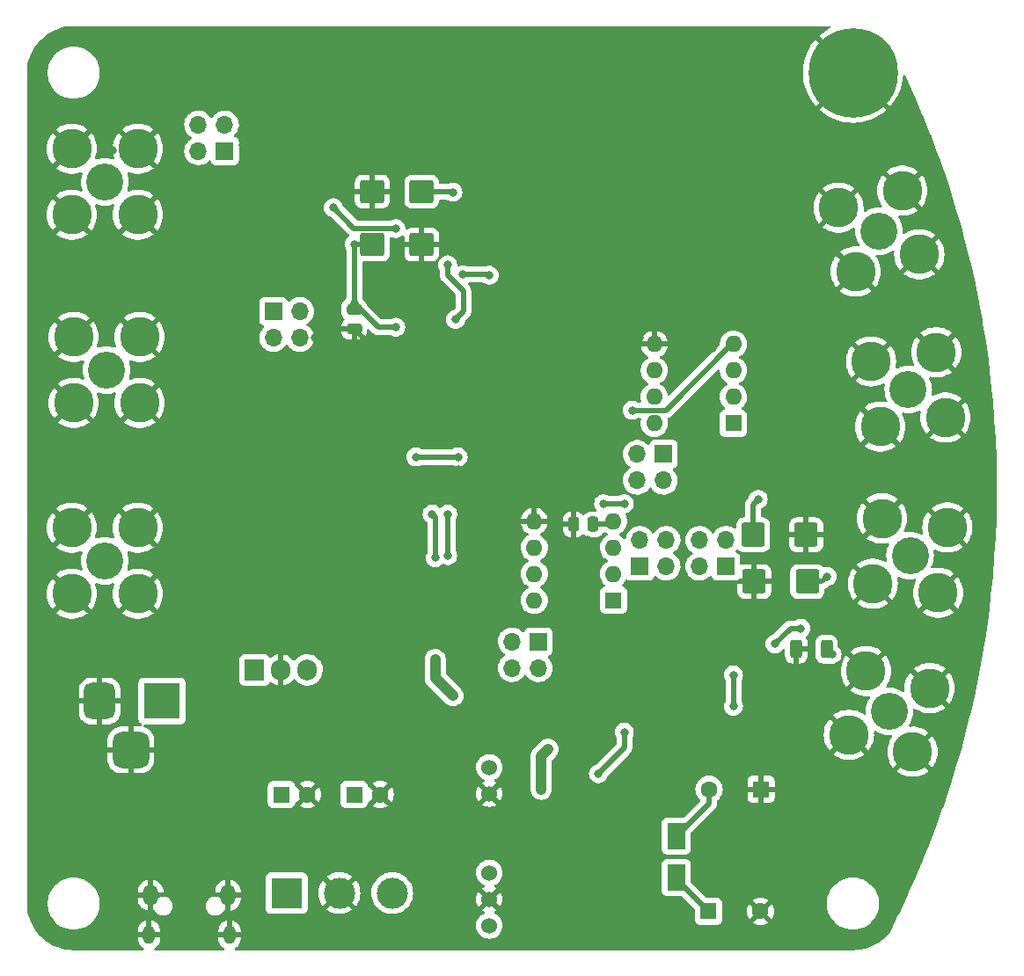
<source format=gbr>
%TF.GenerationSoftware,KiCad,Pcbnew,(6.0.0)*%
%TF.CreationDate,2022-01-09T15:16:55-05:00*%
%TF.ProjectId,Impedance_Analyzer_V2,496d7065-6461-46e6-9365-5f416e616c79,rev?*%
%TF.SameCoordinates,Original*%
%TF.FileFunction,Copper,L2,Bot*%
%TF.FilePolarity,Positive*%
%FSLAX46Y46*%
G04 Gerber Fmt 4.6, Leading zero omitted, Abs format (unit mm)*
G04 Created by KiCad (PCBNEW (6.0.0)) date 2022-01-09 15:16:55*
%MOMM*%
%LPD*%
G01*
G04 APERTURE LIST*
G04 Aperture macros list*
%AMRoundRect*
0 Rectangle with rounded corners*
0 $1 Rounding radius*
0 $2 $3 $4 $5 $6 $7 $8 $9 X,Y pos of 4 corners*
0 Add a 4 corners polygon primitive as box body*
4,1,4,$2,$3,$4,$5,$6,$7,$8,$9,$2,$3,0*
0 Add four circle primitives for the rounded corners*
1,1,$1+$1,$2,$3*
1,1,$1+$1,$4,$5*
1,1,$1+$1,$6,$7*
1,1,$1+$1,$8,$9*
0 Add four rect primitives between the rounded corners*
20,1,$1+$1,$2,$3,$4,$5,0*
20,1,$1+$1,$4,$5,$6,$7,0*
20,1,$1+$1,$6,$7,$8,$9,0*
20,1,$1+$1,$8,$9,$2,$3,0*%
G04 Aperture macros list end*
%TA.AperFunction,ComponentPad*%
%ADD10R,1.700000X1.700000*%
%TD*%
%TA.AperFunction,ComponentPad*%
%ADD11O,1.700000X1.700000*%
%TD*%
%TA.AperFunction,ComponentPad*%
%ADD12C,3.556000*%
%TD*%
%TA.AperFunction,ComponentPad*%
%ADD13C,3.810000*%
%TD*%
%TA.AperFunction,ComponentPad*%
%ADD14R,1.600000X1.600000*%
%TD*%
%TA.AperFunction,ComponentPad*%
%ADD15O,1.600000X1.600000*%
%TD*%
%TA.AperFunction,ComponentPad*%
%ADD16C,1.600000*%
%TD*%
%TA.AperFunction,ComponentPad*%
%ADD17R,3.500000X3.500000*%
%TD*%
%TA.AperFunction,ComponentPad*%
%ADD18RoundRect,0.750000X-0.750000X-1.000000X0.750000X-1.000000X0.750000X1.000000X-0.750000X1.000000X0*%
%TD*%
%TA.AperFunction,ComponentPad*%
%ADD19RoundRect,0.875000X-0.875000X-0.875000X0.875000X-0.875000X0.875000X0.875000X-0.875000X0.875000X0*%
%TD*%
%TA.AperFunction,ComponentPad*%
%ADD20O,1.150000X1.800000*%
%TD*%
%TA.AperFunction,ComponentPad*%
%ADD21O,1.450000X2.000000*%
%TD*%
%TA.AperFunction,ComponentPad*%
%ADD22R,1.905000X2.000000*%
%TD*%
%TA.AperFunction,ComponentPad*%
%ADD23O,1.905000X2.000000*%
%TD*%
%TA.AperFunction,ComponentPad*%
%ADD24C,8.600000*%
%TD*%
%TA.AperFunction,ComponentPad*%
%ADD25R,3.000000X3.000000*%
%TD*%
%TA.AperFunction,ComponentPad*%
%ADD26C,3.000000*%
%TD*%
%TA.AperFunction,ComponentPad*%
%ADD27C,1.524000*%
%TD*%
%TA.AperFunction,SMDPad,CuDef*%
%ADD28RoundRect,0.250000X-0.475000X0.250000X-0.475000X-0.250000X0.475000X-0.250000X0.475000X0.250000X0*%
%TD*%
%TA.AperFunction,SMDPad,CuDef*%
%ADD29RoundRect,0.250000X0.250000X0.475000X-0.250000X0.475000X-0.250000X-0.475000X0.250000X-0.475000X0*%
%TD*%
%TA.AperFunction,SMDPad,CuDef*%
%ADD30RoundRect,0.250000X0.312500X0.625000X-0.312500X0.625000X-0.312500X-0.625000X0.312500X-0.625000X0*%
%TD*%
%TA.AperFunction,SMDPad,CuDef*%
%ADD31RoundRect,0.250000X-0.925000X0.875000X-0.925000X-0.875000X0.925000X-0.875000X0.925000X0.875000X0*%
%TD*%
%TA.AperFunction,SMDPad,CuDef*%
%ADD32RoundRect,0.250000X-0.875000X-0.925000X0.875000X-0.925000X0.875000X0.925000X-0.875000X0.925000X0*%
%TD*%
%TA.AperFunction,SMDPad,CuDef*%
%ADD33R,1.800000X2.500000*%
%TD*%
%TA.AperFunction,ViaPad*%
%ADD34C,0.800000*%
%TD*%
%TA.AperFunction,Conductor*%
%ADD35C,0.500000*%
%TD*%
%TA.AperFunction,Conductor*%
%ADD36C,1.000000*%
%TD*%
G04 APERTURE END LIST*
D10*
%TO.P,J16,1,Pin_1*%
%TO.N,Net-(R1-Pad1)*%
X94225000Y-80475000D03*
D11*
%TO.P,J16,2,Pin_2*%
X96765000Y-80475000D03*
%TO.P,J16,3,Pin_3*%
%TO.N,Net-(C25-Pad1)*%
X94225000Y-83015000D03*
%TO.P,J16,4,Pin_4*%
%TO.N,Net-(C1-Pad1)*%
X96765000Y-83015000D03*
%TD*%
D10*
%TO.P,J15,1,Pin_1*%
%TO.N,Net-(R22-Pad1)*%
X89540000Y-65040000D03*
D11*
%TO.P,J15,2,Pin_2*%
X87000000Y-65040000D03*
%TO.P,J15,3,Pin_3*%
%TO.N,Net-(C16-Pad1)*%
X89540000Y-62500000D03*
%TO.P,J15,4,Pin_4*%
%TO.N,Net-(C15-Pad1)*%
X87000000Y-62500000D03*
%TD*%
D12*
%TO.P,J2,1,In*%
%TO.N,Net-(J2-Pad1)*%
X78175000Y-86125000D03*
D13*
%TO.P,J2,2,Ext*%
%TO.N,GND*%
X75000000Y-82950000D03*
X81350000Y-89300000D03*
X75000000Y-89300000D03*
X81350000Y-82950000D03*
%TD*%
D12*
%TO.P,J6,1,In*%
%TO.N,IOut*%
X152500000Y-72750000D03*
D13*
%TO.P,J6,2,Ext*%
%TO.N,GND*%
X150254936Y-76638565D03*
X156388565Y-74995064D03*
X148611435Y-70504936D03*
X154745064Y-68861435D03*
%TD*%
D12*
%TO.P,J7,1,In*%
%TO.N,IMon+*%
X153500000Y-119000000D03*
D13*
%TO.P,J7,2,Ext*%
%TO.N,GND*%
X151254936Y-115111435D03*
X149611435Y-121245064D03*
X155745064Y-122888565D03*
X157388565Y-116754936D03*
%TD*%
D14*
%TO.P,U3,1,Rg*%
%TO.N,Net-(R11-Pad1)*%
X126950000Y-108300000D03*
D15*
%TO.P,U3,2,-*%
%TO.N,IMon-*%
X126950000Y-105760000D03*
%TO.P,U3,3,+*%
%TO.N,IMon+*%
X126950000Y-103220000D03*
%TO.P,U3,4,V-*%
%TO.N,-5V*%
X126950000Y-100680000D03*
%TO.P,U3,5,Ref*%
%TO.N,GND*%
X119330000Y-100680000D03*
%TO.P,U3,6*%
%TO.N,Net-(R5-Pad1)*%
X119330000Y-103220000D03*
%TO.P,U3,7,V+*%
%TO.N,+5VP*%
X119330000Y-105760000D03*
%TO.P,U3,8,Rg*%
%TO.N,Net-(J10-Pad3)*%
X119330000Y-108300000D03*
%TD*%
D12*
%TO.P,J5,1,In*%
%TO.N,Net-(J5-Pad1)*%
X155500000Y-104000000D03*
D13*
%TO.P,J5,2,Ext*%
%TO.N,GND*%
X159085976Y-101297773D03*
X158202227Y-107585976D03*
X151914024Y-106702227D03*
X152797773Y-100414024D03*
%TD*%
D12*
%TO.P,J4,1,In*%
%TO.N,Net-(J4-Pad1)*%
X155325000Y-88000000D03*
D13*
%TO.P,J4,2,Ext*%
%TO.N,GND*%
X158027227Y-84414024D03*
X152622773Y-91585976D03*
X151739024Y-85297773D03*
X158910976Y-90702227D03*
%TD*%
D14*
%TO.P,U4,1,Rg*%
%TO.N,Net-(R12-Pad1)*%
X138500000Y-91250000D03*
D15*
%TO.P,U4,2,-*%
%TO.N,Net-(J5-Pad1)*%
X138500000Y-88710000D03*
%TO.P,U4,3,+*%
%TO.N,Net-(J4-Pad1)*%
X138500000Y-86170000D03*
%TO.P,U4,4,V-*%
%TO.N,-5V*%
X138500000Y-83630000D03*
%TO.P,U4,5,Ref*%
%TO.N,GND*%
X130880000Y-83630000D03*
%TO.P,U4,6*%
%TO.N,Net-(R6-Pad1)*%
X130880000Y-86170000D03*
%TO.P,U4,7,V+*%
%TO.N,+5VP*%
X130880000Y-88710000D03*
%TO.P,U4,8,Rg*%
%TO.N,Net-(J12-Pad3)*%
X130880000Y-91250000D03*
%TD*%
D14*
%TO.P,C4,1*%
%TO.N,Net-(C4-Pad1)*%
X95000000Y-127000000D03*
D16*
%TO.P,C4,2*%
%TO.N,GND*%
X97500000Y-127000000D03*
%TD*%
D17*
%TO.P,J8,1*%
%TO.N,Net-(FB1-Pad2)*%
X83500000Y-118000000D03*
D18*
%TO.P,J8,2*%
%TO.N,GND*%
X77500000Y-118000000D03*
D19*
%TO.P,J8,3*%
X80500000Y-122700000D03*
%TD*%
D20*
%TO.P,J9,6,Shield*%
%TO.N,GND*%
X82250000Y-140500000D03*
X90000000Y-140500000D03*
D21*
X82400000Y-136700000D03*
X89850000Y-136700000D03*
%TD*%
D14*
%TO.P,C6,1*%
%TO.N,+5V*%
X102000000Y-127000000D03*
D16*
%TO.P,C6,2*%
%TO.N,GND*%
X104500000Y-127000000D03*
%TD*%
D22*
%TO.P,U5,1,IN*%
%TO.N,Net-(C4-Pad1)*%
X92420000Y-115000000D03*
D23*
%TO.P,U5,2,GND*%
%TO.N,GND*%
X94960000Y-115000000D03*
%TO.P,U5,3,OUT*%
%TO.N,+5V*%
X97500000Y-115000000D03*
%TD*%
D14*
%TO.P,C7,1*%
%TO.N,GND*%
X141152651Y-126500000D03*
D16*
%TO.P,C7,2*%
%TO.N,-5V*%
X136152651Y-126500000D03*
%TD*%
D14*
%TO.P,C9,1*%
%TO.N,+5VP*%
X136097349Y-138250000D03*
D16*
%TO.P,C9,2*%
%TO.N,GND*%
X141097349Y-138250000D03*
%TD*%
D24*
%TO.P,H1,1,1*%
%TO.N,GND*%
X150000000Y-57500000D03*
%TD*%
D12*
%TO.P,J1,1,In*%
%TO.N,Net-(J1-Pad1)*%
X78000000Y-68000000D03*
D13*
%TO.P,J1,2,Ext*%
%TO.N,GND*%
X74825000Y-64825000D03*
X81175000Y-64825000D03*
X81175000Y-71175000D03*
X74825000Y-71175000D03*
%TD*%
D25*
%TO.P,J11,1,Pin_1*%
%TO.N,+5VP*%
X95500000Y-136500000D03*
D26*
%TO.P,J11,2,Pin_2*%
%TO.N,GND*%
X100580000Y-136500000D03*
%TO.P,J11,3,Pin_3*%
%TO.N,-5V*%
X105660000Y-136500000D03*
%TD*%
D27*
%TO.P,Reg1,1,+Vin*%
%TO.N,+5V*%
X115000000Y-124380000D03*
%TO.P,Reg1,2,-Vin*%
%TO.N,GND*%
X115000000Y-126920000D03*
%TO.P,Reg1,5,-Vout*%
%TO.N,Net-(L2-Pad2)*%
X115000000Y-134540000D03*
%TO.P,Reg1,6,GND2*%
%TO.N,GND*%
X115000000Y-137080000D03*
%TO.P,Reg1,7,+Vout*%
%TO.N,Net-(L1-Pad2)*%
X115000000Y-139620000D03*
%TD*%
D10*
%TO.P,J13,1,Pin_1*%
%TO.N,IMon-*%
X129500000Y-105040000D03*
D11*
%TO.P,J13,2,Pin_2*%
X129500000Y-102500000D03*
%TO.P,J13,3,Pin_3*%
%TO.N,Net-(J13-Pad3)*%
X132040000Y-105040000D03*
%TO.P,J13,4,Pin_4*%
%TO.N,Net-(J13-Pad4)*%
X132040000Y-102500000D03*
%TD*%
D10*
%TO.P,J10,1,Pin_1*%
%TO.N,Net-(J10-Pad1)*%
X119725000Y-112275000D03*
D11*
%TO.P,J10,2,Pin_2*%
%TO.N,Net-(J10-Pad2)*%
X119725000Y-114815000D03*
%TO.P,J10,3,Pin_3*%
%TO.N,Net-(J10-Pad3)*%
X117185000Y-112275000D03*
%TO.P,J10,4,Pin_4*%
X117185000Y-114815000D03*
%TD*%
D12*
%TO.P,J3,1,In*%
%TO.N,Net-(J3-Pad1)*%
X78000000Y-104500000D03*
D13*
%TO.P,J3,2,Ext*%
%TO.N,GND*%
X81175000Y-101325000D03*
X74825000Y-107675000D03*
X74825000Y-101325000D03*
X81175000Y-107675000D03*
%TD*%
D10*
%TO.P,J12,1,Pin_1*%
%TO.N,Net-(J12-Pad1)*%
X131775000Y-94225000D03*
D11*
%TO.P,J12,2,Pin_2*%
%TO.N,Net-(J12-Pad2)*%
X131775000Y-96765000D03*
%TO.P,J12,3,Pin_3*%
%TO.N,Net-(J12-Pad3)*%
X129235000Y-94225000D03*
%TO.P,J12,4,Pin_4*%
X129235000Y-96765000D03*
%TD*%
D10*
%TO.P,J14,1,Pin_1*%
%TO.N,Net-(J13-Pad4)*%
X137775000Y-105040000D03*
D11*
%TO.P,J14,2,Pin_2*%
%TO.N,Net-(J13-Pad3)*%
X135235000Y-105040000D03*
%TO.P,J14,3,Pin_3*%
%TO.N,Net-(BUF2-Pad6)*%
X137775000Y-102500000D03*
%TO.P,J14,4,Pin_4*%
X135235000Y-102500000D03*
%TD*%
D28*
%TO.P,C20,1*%
%TO.N,-5V*%
X102000000Y-80300000D03*
%TO.P,C20,2*%
%TO.N,GND*%
X102000000Y-82200000D03*
%TD*%
D29*
%TO.P,C21,1*%
%TO.N,-5V*%
X125000000Y-101000000D03*
%TO.P,C21,2*%
%TO.N,GND*%
X123100000Y-101000000D03*
%TD*%
D30*
%TO.P,R16,1*%
%TO.N,Net-(R16-Pad1)*%
X147462500Y-113000000D03*
%TO.P,R16,2*%
%TO.N,GND*%
X144537500Y-113000000D03*
%TD*%
D31*
%TO.P,C12,1*%
%TO.N,+5VP*%
X108500000Y-68950000D03*
%TO.P,C12,2*%
%TO.N,GND*%
X108500000Y-74050000D03*
%TD*%
%TO.P,C11,1*%
%TO.N,GND*%
X103750000Y-68950000D03*
%TO.P,C11,2*%
%TO.N,-5V*%
X103750000Y-74050000D03*
%TD*%
D32*
%TO.P,C13,1*%
%TO.N,+5VP*%
X140400000Y-102000000D03*
%TO.P,C13,2*%
%TO.N,GND*%
X145500000Y-102000000D03*
%TD*%
%TO.P,C2,1*%
%TO.N,GND*%
X140500000Y-106500000D03*
%TO.P,C2,2*%
%TO.N,-5V*%
X145600000Y-106500000D03*
%TD*%
D33*
%TO.P,D6,1,A1*%
%TO.N,+5VP*%
X133000000Y-135000000D03*
%TO.P,D6,2,A2*%
%TO.N,-5V*%
X133000000Y-131000000D03*
%TD*%
D34*
%TO.N,GND*%
X133250000Y-107000000D03*
X82500000Y-61500000D03*
X82500000Y-58500000D03*
X103750000Y-100000000D03*
X107250000Y-100000000D03*
X103750000Y-114250000D03*
X107500000Y-91500000D03*
X129500000Y-83000000D03*
X97600000Y-71400000D03*
X97000000Y-74200000D03*
X78750000Y-65000000D03*
X124500000Y-113750000D03*
X106500000Y-108500000D03*
X132750000Y-87000000D03*
X134500000Y-85500000D03*
X112500000Y-139500000D03*
X130500000Y-136000000D03*
X124250000Y-136000000D03*
X124250000Y-141000000D03*
X110500000Y-130500000D03*
X112500000Y-128250000D03*
X130500000Y-133500000D03*
X129500000Y-124250000D03*
X124250000Y-133000000D03*
X124250000Y-128000000D03*
X112500000Y-123250000D03*
X112000000Y-95750000D03*
X99750000Y-100000000D03*
X107500000Y-88750000D03*
X107500000Y-85500000D03*
X108750000Y-82250000D03*
X111000000Y-84250000D03*
X111000000Y-88750000D03*
X111000000Y-91500000D03*
X71500000Y-64790000D03*
X71500000Y-67330000D03*
X71500000Y-69870000D03*
X71500000Y-72410000D03*
X71500000Y-74950000D03*
X71500000Y-77490000D03*
X71500000Y-80030000D03*
X71500000Y-82570000D03*
X71500000Y-85110000D03*
X71500000Y-87650000D03*
X71500000Y-90190000D03*
X71500000Y-92730000D03*
X71500000Y-95270000D03*
X71500000Y-97810000D03*
X71500000Y-100350000D03*
X71500000Y-102890000D03*
X71500000Y-105430000D03*
X71500000Y-107970000D03*
X71500000Y-110510000D03*
X71500000Y-113050000D03*
X71500000Y-115590000D03*
X71500000Y-118130000D03*
X71500000Y-120670000D03*
X71500000Y-123210000D03*
X71500000Y-125750000D03*
X71500000Y-128290000D03*
X71500000Y-130830000D03*
X71500000Y-133370000D03*
X71500000Y-135910000D03*
X104440000Y-53500000D03*
X81580000Y-53500000D03*
X89200000Y-53500000D03*
X91740000Y-53500000D03*
X106980000Y-53500000D03*
X101900000Y-53500000D03*
X84120000Y-53500000D03*
X99360000Y-53500000D03*
X109520000Y-53500000D03*
X112060000Y-53500000D03*
X86660000Y-53500000D03*
X96820000Y-53500000D03*
X79040000Y-53500000D03*
X94280000Y-53500000D03*
X131000000Y-72000000D03*
X135000000Y-72000000D03*
X127500000Y-72000000D03*
X114250000Y-69250000D03*
X117750000Y-69250000D03*
X121750000Y-69250000D03*
X111500000Y-72500000D03*
X119000000Y-72500000D03*
X115000000Y-72500000D03*
X112750000Y-113000000D03*
X112750000Y-109000000D03*
X112750000Y-105500000D03*
X122578427Y-110078427D03*
X120078427Y-120578427D03*
X114421573Y-114921573D03*
X117250000Y-117750000D03*
X130750000Y-126750000D03*
X128750000Y-126250000D03*
X123000000Y-126250000D03*
X123750000Y-120750000D03*
X140000000Y-131750000D03*
X136500000Y-132500000D03*
X118750000Y-134500000D03*
X107500000Y-132750000D03*
X107750000Y-126250000D03*
X112500000Y-126000000D03*
X108250000Y-122250000D03*
X111250000Y-120000000D03*
X124500000Y-102500000D03*
X149000000Y-112000000D03*
X147250000Y-116500000D03*
X148000000Y-108500000D03*
X135250000Y-81000000D03*
X98250000Y-83000000D03*
X111750000Y-73500000D03*
X111500000Y-65250000D03*
X109000000Y-66750000D03*
X102500000Y-66500000D03*
X97000000Y-64000000D03*
X94250000Y-74750000D03*
X92500000Y-72250000D03*
X92500000Y-69500000D03*
X91250000Y-64500000D03*
X88500000Y-72500000D03*
X95500000Y-78500000D03*
X155750000Y-62250000D03*
X161000000Y-77500000D03*
X161500000Y-80750000D03*
X162750000Y-92750000D03*
X162750000Y-97750000D03*
X161750000Y-110750000D03*
X161000000Y-113750000D03*
X157250000Y-127750000D03*
X87750000Y-135000000D03*
X111310000Y-141250000D03*
X106230000Y-141250000D03*
X145115000Y-98975000D03*
X108770000Y-141250000D03*
X78290000Y-141250000D03*
X135000000Y-76000000D03*
X93530000Y-141250000D03*
X85910000Y-141250000D03*
X119370000Y-53500000D03*
X114750000Y-99750000D03*
X121500000Y-101500000D03*
X103750000Y-103750000D03*
X116830000Y-53500000D03*
X121500000Y-75500000D03*
X139500000Y-72000000D03*
X124450000Y-53500000D03*
X88450000Y-141250000D03*
X96070000Y-141250000D03*
X71500000Y-62250000D03*
X90450000Y-127050000D03*
X131000000Y-76000000D03*
X106525000Y-77565000D03*
X107250000Y-97500000D03*
X103000000Y-83200000D03*
X112000000Y-92500000D03*
X137500000Y-121500000D03*
X107250000Y-103750000D03*
X119500000Y-95000000D03*
X112750000Y-103250000D03*
X139500000Y-113000000D03*
X104850000Y-85600000D03*
X124500000Y-76000000D03*
X120000000Y-88500000D03*
X114290000Y-53500000D03*
X124500000Y-72000000D03*
X139500000Y-109500000D03*
X129530000Y-53500000D03*
X80830000Y-141250000D03*
X123500000Y-107000000D03*
X121910000Y-53500000D03*
X134750000Y-89250000D03*
X117000000Y-104000000D03*
X142230000Y-53500000D03*
X142500000Y-115500000D03*
X136750000Y-87750000D03*
X101150000Y-141250000D03*
X134610000Y-53500000D03*
X103690000Y-141250000D03*
X133000000Y-90750000D03*
X100000000Y-73500000D03*
X144770000Y-53500000D03*
X142000000Y-121500000D03*
X99750000Y-103750000D03*
X111000000Y-97500000D03*
X98610000Y-141250000D03*
X128000000Y-76000000D03*
X123000000Y-91500000D03*
X71500000Y-129000000D03*
X125500000Y-91500000D03*
X136500000Y-84000000D03*
X117000000Y-78000000D03*
X139690000Y-53500000D03*
X134750000Y-91500000D03*
X115500000Y-93500000D03*
X126990000Y-53500000D03*
X137150000Y-53500000D03*
X103350000Y-89350000D03*
X106500000Y-80000000D03*
X139500000Y-76000000D03*
X132070000Y-53500000D03*
X133500000Y-100500000D03*
%TO.N,Net-(R6-Pad1)*%
X112000000Y-94500000D03*
X107949979Y-94500000D03*
%TO.N,-5V*%
X102000000Y-74000000D03*
X128750000Y-90000000D03*
X138500000Y-115500000D03*
X138500000Y-118500000D03*
X109799990Y-114000000D03*
X106000000Y-82000000D03*
X125500000Y-125000000D03*
X102000000Y-79700000D03*
X109799990Y-104200010D03*
X145000000Y-111000000D03*
X111500000Y-117500000D03*
X109500000Y-100000000D03*
X128000000Y-121000000D03*
X142500000Y-112500000D03*
X147500000Y-106000000D03*
%TO.N,+5VP*%
X120000000Y-126500000D03*
X120649999Y-122649999D03*
X128000000Y-99000000D03*
X140885000Y-98575000D03*
X126000000Y-99000000D03*
X111000000Y-103999998D03*
X111000000Y-76000000D03*
X111500000Y-69000000D03*
X111749999Y-81250001D03*
X111000000Y-100000000D03*
%TO.N,Net-(R15-Pad1)*%
X112449312Y-76949312D03*
X115000000Y-77000000D03*
X100000000Y-70500000D03*
X106000000Y-72500000D03*
%TO.N,Net-(R16-Pad1)*%
X148000000Y-113500000D03*
%TD*%
D35*
%TO.N,-5V*%
X147000000Y-106500000D02*
X145600000Y-106500000D01*
X147500000Y-106000000D02*
X147000000Y-106500000D01*
%TO.N,GND*%
X102000000Y-82200000D02*
X103000000Y-83200000D01*
%TO.N,Net-(R6-Pad1)*%
X112000000Y-94500000D02*
X107949979Y-94500000D01*
%TO.N,-5V*%
X109799990Y-104200010D02*
X109799990Y-100299990D01*
X138361998Y-83630000D02*
X131991998Y-90000000D01*
X102000000Y-80300000D02*
X102000000Y-79700000D01*
D36*
X109799990Y-115799990D02*
X111500000Y-117500000D01*
D35*
X125000000Y-101000000D02*
X126630000Y-101000000D01*
X138500000Y-118500000D02*
X138500000Y-115500000D01*
X144000000Y-111000000D02*
X142500000Y-112500000D01*
D36*
X109799990Y-114000000D02*
X109799990Y-115799990D01*
D35*
X128000000Y-121000000D02*
X128000000Y-122500000D01*
X102000000Y-79700000D02*
X104300000Y-82000000D01*
X109799990Y-100299990D02*
X109500000Y-100000000D01*
X128000000Y-122500000D02*
X125500000Y-125000000D01*
X145000000Y-111000000D02*
X144000000Y-111000000D01*
X138500000Y-83630000D02*
X138361998Y-83630000D01*
X102000000Y-74000000D02*
X103700000Y-74000000D01*
X126630000Y-101000000D02*
X126950000Y-100680000D01*
X102000000Y-79700000D02*
X102000000Y-74000000D01*
X133000000Y-131000000D02*
X136152651Y-127847349D01*
X104300000Y-82000000D02*
X106000000Y-82000000D01*
X103700000Y-74000000D02*
X103750000Y-74050000D01*
X136152651Y-127847349D02*
X136152651Y-126500000D01*
X131991998Y-90000000D02*
X128750000Y-90000000D01*
%TO.N,+5VP*%
X111000000Y-76000000D02*
X111000000Y-77000000D01*
X111000000Y-103999998D02*
X111000000Y-100000000D01*
X140400000Y-102000000D02*
X140400000Y-99060000D01*
D36*
X120000000Y-126500000D02*
X120000000Y-123299998D01*
D35*
X133000000Y-135152651D02*
X136097349Y-138250000D01*
X112500000Y-78500000D02*
X112500000Y-80500000D01*
X133000000Y-135000000D02*
X133000000Y-135152651D01*
X111000000Y-77000000D02*
X112500000Y-78500000D01*
X112500000Y-80500000D02*
X111749999Y-81250001D01*
X111450000Y-68950000D02*
X111500000Y-69000000D01*
X140400000Y-99060000D02*
X140885000Y-98575000D01*
D36*
X120000000Y-123299998D02*
X120649999Y-122649999D01*
D35*
X128000000Y-99000000D02*
X126000000Y-99000000D01*
X108500000Y-68950000D02*
X111450000Y-68950000D01*
%TO.N,Net-(R15-Pad1)*%
X112449312Y-76949312D02*
X114949312Y-76949312D01*
X100000000Y-70500000D02*
X101975480Y-72475480D01*
X105975480Y-72475480D02*
X106000000Y-72500000D01*
X101975480Y-72475480D02*
X105975480Y-72475480D01*
X114949312Y-76949312D02*
X115000000Y-77000000D01*
%TO.N,Net-(R16-Pad1)*%
X148000000Y-113500000D02*
X147962500Y-113500000D01*
X147962500Y-113500000D02*
X147462500Y-113000000D01*
%TD*%
%TA.AperFunction,Conductor*%
%TO.N,GND*%
G36*
X147763038Y-53028002D02*
G01*
X147809531Y-53081658D01*
X147819635Y-53151932D01*
X147790141Y-53216512D01*
X147757631Y-53243284D01*
X147423581Y-53434984D01*
X147418848Y-53437987D01*
X147072420Y-53680109D01*
X147067979Y-53683517D01*
X146796476Y-53911739D01*
X146788031Y-53924456D01*
X146794139Y-53934929D01*
X153562142Y-60702932D01*
X153575903Y-60710446D01*
X153585263Y-60703989D01*
X153754244Y-60511303D01*
X153757744Y-60506935D01*
X154007073Y-60165645D01*
X154010168Y-60160987D01*
X154228160Y-59798903D01*
X154230841Y-59793964D01*
X154415779Y-59413946D01*
X154418014Y-59408780D01*
X154568442Y-59013815D01*
X154570201Y-59008496D01*
X154684920Y-58601730D01*
X154686204Y-58596259D01*
X154764315Y-58180883D01*
X154765102Y-58175346D01*
X154798996Y-57826540D01*
X154825492Y-57760673D01*
X154883393Y-57719587D01*
X154954315Y-57716327D01*
X155015740Y-57751928D01*
X155038245Y-57784723D01*
X155079657Y-57872022D01*
X155201196Y-58128239D01*
X155202249Y-58130518D01*
X155398411Y-58566505D01*
X155976537Y-59851438D01*
X155977555Y-59853762D01*
X156492386Y-61062474D01*
X156672087Y-61484373D01*
X156717052Y-61589942D01*
X156718014Y-61592266D01*
X156982533Y-62249707D01*
X157422407Y-63342978D01*
X157423330Y-63345341D01*
X157477314Y-63487727D01*
X158092331Y-65109870D01*
X158093174Y-65112162D01*
X158318990Y-65745972D01*
X158726542Y-66889871D01*
X158727369Y-66892269D01*
X159141765Y-68133891D01*
X159310479Y-68639396D01*
X159324786Y-68682264D01*
X159325560Y-68684663D01*
X159520199Y-69309460D01*
X159886839Y-70486383D01*
X159887569Y-70488813D01*
X160412446Y-72301411D01*
X160413127Y-72303854D01*
X160901411Y-74126664D01*
X160902043Y-74129121D01*
X161057538Y-74760164D01*
X161353550Y-75961469D01*
X161354106Y-75963828D01*
X161765231Y-77789780D01*
X161768632Y-77804884D01*
X161769158Y-77807338D01*
X162143866Y-79643277D01*
X162146531Y-79656336D01*
X162147005Y-79658786D01*
X162474148Y-81444437D01*
X162487076Y-81515002D01*
X162487506Y-81517493D01*
X162523157Y-81736921D01*
X162790132Y-83380131D01*
X162790514Y-83382638D01*
X163055587Y-85251039D01*
X163055917Y-85253549D01*
X163281378Y-87110881D01*
X163283323Y-87126905D01*
X163283598Y-87129386D01*
X163429082Y-88569722D01*
X163473241Y-89006910D01*
X163473471Y-89009436D01*
X163625281Y-90890456D01*
X163625459Y-90892986D01*
X163739365Y-92776582D01*
X163739493Y-92779116D01*
X163815460Y-94664715D01*
X163815536Y-94667250D01*
X163853525Y-96553899D01*
X163853551Y-96556436D01*
X163853551Y-98443563D01*
X163853525Y-98446100D01*
X163815536Y-100332749D01*
X163815460Y-100335284D01*
X163739493Y-102220883D01*
X163739365Y-102223417D01*
X163625460Y-104107013D01*
X163625282Y-104109543D01*
X163473471Y-105990563D01*
X163473241Y-105993089D01*
X163285605Y-107850757D01*
X163283603Y-107870573D01*
X163283327Y-107873056D01*
X163123857Y-109186769D01*
X163055919Y-109746445D01*
X163055588Y-109748960D01*
X162790514Y-111617361D01*
X162790132Y-111619868D01*
X162564875Y-113006309D01*
X162489455Y-113470516D01*
X162487508Y-113482497D01*
X162487078Y-113484988D01*
X162147749Y-115337156D01*
X162147013Y-115341172D01*
X162146539Y-115343623D01*
X161783241Y-117123663D01*
X161769164Y-117192635D01*
X161768637Y-117195090D01*
X161354107Y-119036171D01*
X161353551Y-119038530D01*
X161146973Y-119876883D01*
X160902043Y-120870878D01*
X160901411Y-120873335D01*
X160413127Y-122696145D01*
X160412446Y-122698588D01*
X159887569Y-124511186D01*
X159886839Y-124513616D01*
X159711119Y-125077684D01*
X159334215Y-126287559D01*
X159325566Y-126315321D01*
X159324792Y-126317719D01*
X159196291Y-126702736D01*
X158727369Y-128107730D01*
X158726542Y-128110128D01*
X158612179Y-128431119D01*
X158093175Y-129887837D01*
X158092332Y-129890129D01*
X157504341Y-131440988D01*
X157423330Y-131654658D01*
X157422407Y-131657021D01*
X156759442Y-133304771D01*
X156718023Y-133407714D01*
X156717061Y-133410038D01*
X156583023Y-133724730D01*
X155977555Y-135146238D01*
X155976537Y-135148562D01*
X155498856Y-136210250D01*
X155204474Y-136864539D01*
X155202261Y-136869457D01*
X155201208Y-136871736D01*
X154411160Y-138537237D01*
X154392422Y-138576738D01*
X154391319Y-138579005D01*
X154106826Y-139148829D01*
X153576305Y-140211433D01*
X153561099Y-140234930D01*
X153357272Y-140484092D01*
X153350208Y-140492021D01*
X153094085Y-140756181D01*
X153086379Y-140763486D01*
X152808925Y-141005142D01*
X152800631Y-141011772D01*
X152503825Y-141229201D01*
X152495002Y-141235110D01*
X152180935Y-141426780D01*
X152171646Y-141431925D01*
X151842551Y-141596472D01*
X151832862Y-141600816D01*
X151491087Y-141737067D01*
X151481065Y-141740580D01*
X151129025Y-141847572D01*
X151118764Y-141850224D01*
X150758959Y-141927196D01*
X150748499Y-141928976D01*
X150383494Y-141975378D01*
X150372918Y-141976272D01*
X150278236Y-141980265D01*
X150043561Y-141990163D01*
X150018865Y-141988775D01*
X150015143Y-141988195D01*
X150015138Y-141988195D01*
X150006270Y-141986814D01*
X149997368Y-141987978D01*
X149997365Y-141987978D01*
X149978083Y-141990500D01*
X149974971Y-141990907D01*
X149974749Y-141990936D01*
X149958411Y-141992000D01*
X90622112Y-141992000D01*
X90553991Y-141971998D01*
X90507498Y-141918342D01*
X90497394Y-141848068D01*
X90526888Y-141783488D01*
X90549212Y-141763230D01*
X90705987Y-141652021D01*
X90715016Y-141644228D01*
X90849631Y-141503607D01*
X90857035Y-141494232D01*
X90962620Y-141330708D01*
X90968121Y-141320094D01*
X91040883Y-141139551D01*
X91044275Y-141128102D01*
X91081866Y-140935609D01*
X91082936Y-140926799D01*
X91083000Y-140924172D01*
X91083000Y-140772115D01*
X91078525Y-140756876D01*
X91077135Y-140755671D01*
X91069452Y-140754000D01*
X88935115Y-140754000D01*
X88919876Y-140758475D01*
X88918671Y-140759865D01*
X88917000Y-140767548D01*
X88917000Y-140873637D01*
X88917285Y-140879613D01*
X88931132Y-141024745D01*
X88933391Y-141036480D01*
X88988188Y-141223268D01*
X88992621Y-141234351D01*
X89081751Y-141407406D01*
X89088207Y-141417461D01*
X89208449Y-141570537D01*
X89216689Y-141579190D01*
X89363701Y-141706760D01*
X89373433Y-141713703D01*
X89448164Y-141756936D01*
X89497112Y-141808362D01*
X89510487Y-141878087D01*
X89484042Y-141943975D01*
X89426174Y-141985106D01*
X89385068Y-141992000D01*
X82872112Y-141992000D01*
X82803991Y-141971998D01*
X82757498Y-141918342D01*
X82747394Y-141848068D01*
X82776888Y-141783488D01*
X82799212Y-141763230D01*
X82955987Y-141652021D01*
X82965016Y-141644228D01*
X83099631Y-141503607D01*
X83107035Y-141494232D01*
X83212620Y-141330708D01*
X83218121Y-141320094D01*
X83290883Y-141139551D01*
X83294275Y-141128102D01*
X83331866Y-140935609D01*
X83332936Y-140926799D01*
X83333000Y-140924172D01*
X83333000Y-140772115D01*
X83328525Y-140756876D01*
X83327135Y-140755671D01*
X83319452Y-140754000D01*
X81185115Y-140754000D01*
X81169876Y-140758475D01*
X81168671Y-140759865D01*
X81167000Y-140767548D01*
X81167000Y-140873637D01*
X81167285Y-140879613D01*
X81181132Y-141024745D01*
X81183391Y-141036480D01*
X81238188Y-141223268D01*
X81242621Y-141234351D01*
X81331751Y-141407406D01*
X81338207Y-141417461D01*
X81458449Y-141570537D01*
X81466689Y-141579190D01*
X81613701Y-141706760D01*
X81623433Y-141713703D01*
X81698164Y-141756936D01*
X81747112Y-141808362D01*
X81760487Y-141878087D01*
X81734042Y-141943975D01*
X81676174Y-141985106D01*
X81635068Y-141992000D01*
X75049328Y-141992000D01*
X75029943Y-141990500D01*
X75015142Y-141988195D01*
X75015139Y-141988195D01*
X75006270Y-141986814D01*
X74985842Y-141989485D01*
X74964017Y-141990429D01*
X74613993Y-141975147D01*
X74603042Y-141974189D01*
X74225421Y-141924473D01*
X74214597Y-141922564D01*
X73842757Y-141840130D01*
X73832139Y-141837285D01*
X73468890Y-141722752D01*
X73458575Y-141718999D01*
X73106666Y-141573234D01*
X73096731Y-141568601D01*
X72758872Y-141392722D01*
X72749363Y-141387232D01*
X72428140Y-141182590D01*
X72419136Y-141176286D01*
X72116957Y-140944417D01*
X72108537Y-140937351D01*
X72106636Y-140935609D01*
X71827728Y-140680037D01*
X71819959Y-140672268D01*
X71753863Y-140600136D01*
X71562647Y-140391460D01*
X71555583Y-140383043D01*
X71436527Y-140227885D01*
X81167000Y-140227885D01*
X81171475Y-140243124D01*
X81172865Y-140244329D01*
X81180548Y-140246000D01*
X81977885Y-140246000D01*
X81993124Y-140241525D01*
X81994329Y-140240135D01*
X81996000Y-140232452D01*
X81996000Y-140227885D01*
X82504000Y-140227885D01*
X82508475Y-140243124D01*
X82509865Y-140244329D01*
X82517548Y-140246000D01*
X83314885Y-140246000D01*
X83330124Y-140241525D01*
X83331329Y-140240135D01*
X83333000Y-140232452D01*
X83333000Y-140227885D01*
X88917000Y-140227885D01*
X88921475Y-140243124D01*
X88922865Y-140244329D01*
X88930548Y-140246000D01*
X89727885Y-140246000D01*
X89743124Y-140241525D01*
X89744329Y-140240135D01*
X89746000Y-140232452D01*
X89746000Y-140227885D01*
X90254000Y-140227885D01*
X90258475Y-140243124D01*
X90259865Y-140244329D01*
X90267548Y-140246000D01*
X91064885Y-140246000D01*
X91080124Y-140241525D01*
X91081329Y-140240135D01*
X91083000Y-140232452D01*
X91083000Y-140126363D01*
X91082715Y-140120387D01*
X91068868Y-139975255D01*
X91066609Y-139963520D01*
X91011812Y-139776732D01*
X91007379Y-139765649D01*
X90932364Y-139620000D01*
X113724647Y-139620000D01*
X113744022Y-139841463D01*
X113801560Y-140056196D01*
X113803882Y-140061177D01*
X113803883Y-140061178D01*
X113893186Y-140252689D01*
X113893189Y-140252694D01*
X113895512Y-140257676D01*
X113898668Y-140262183D01*
X113898669Y-140262185D01*
X113983295Y-140383043D01*
X114023023Y-140439781D01*
X114180219Y-140596977D01*
X114184727Y-140600134D01*
X114184730Y-140600136D01*
X114260495Y-140653187D01*
X114362323Y-140724488D01*
X114367305Y-140726811D01*
X114367310Y-140726814D01*
X114558822Y-140816117D01*
X114563804Y-140818440D01*
X114569112Y-140819862D01*
X114569114Y-140819863D01*
X114634949Y-140837503D01*
X114778537Y-140875978D01*
X115000000Y-140895353D01*
X115221463Y-140875978D01*
X115365051Y-140837503D01*
X115430886Y-140819863D01*
X115430888Y-140819862D01*
X115436196Y-140818440D01*
X115441178Y-140816117D01*
X115632690Y-140726814D01*
X115632695Y-140726811D01*
X115637677Y-140724488D01*
X115739505Y-140653187D01*
X115815270Y-140600136D01*
X115815273Y-140600134D01*
X115819781Y-140596977D01*
X115976977Y-140439781D01*
X116016706Y-140383043D01*
X116101331Y-140262185D01*
X116101332Y-140262183D01*
X116104488Y-140257676D01*
X116106811Y-140252694D01*
X116106814Y-140252689D01*
X116196117Y-140061178D01*
X116196118Y-140061177D01*
X116198440Y-140056196D01*
X116255978Y-139841463D01*
X116275353Y-139620000D01*
X116255978Y-139398537D01*
X116198440Y-139183804D01*
X116190938Y-139167715D01*
X116106814Y-138987311D01*
X116106811Y-138987306D01*
X116104488Y-138982324D01*
X116054551Y-138911006D01*
X115980136Y-138804730D01*
X115980134Y-138804727D01*
X115976977Y-138800219D01*
X115819781Y-138643023D01*
X115815273Y-138639866D01*
X115815270Y-138639864D01*
X115726769Y-138577895D01*
X115637677Y-138515512D01*
X115632695Y-138513189D01*
X115632690Y-138513186D01*
X115530121Y-138465358D01*
X115527035Y-138463919D01*
X115473750Y-138417002D01*
X115454289Y-138348725D01*
X115474831Y-138280765D01*
X115527035Y-138235529D01*
X115632445Y-138186376D01*
X115641931Y-138180898D01*
X115685764Y-138150207D01*
X115694139Y-138139729D01*
X115687071Y-138126281D01*
X115012812Y-137452022D01*
X114998868Y-137444408D01*
X114997035Y-137444539D01*
X114990420Y-137448790D01*
X114312207Y-138127003D01*
X114305777Y-138138777D01*
X114315074Y-138150793D01*
X114358069Y-138180898D01*
X114367555Y-138186376D01*
X114472965Y-138235529D01*
X114526250Y-138282446D01*
X114545711Y-138350723D01*
X114525169Y-138418683D01*
X114472965Y-138463919D01*
X114367311Y-138513186D01*
X114367306Y-138513189D01*
X114362324Y-138515512D01*
X114357817Y-138518668D01*
X114357815Y-138518669D01*
X114184730Y-138639864D01*
X114184727Y-138639866D01*
X114180219Y-138643023D01*
X114023023Y-138800219D01*
X114019866Y-138804727D01*
X114019864Y-138804730D01*
X113945449Y-138911006D01*
X113895512Y-138982324D01*
X113893189Y-138987306D01*
X113893186Y-138987311D01*
X113809062Y-139167715D01*
X113801560Y-139183804D01*
X113744022Y-139398537D01*
X113724647Y-139620000D01*
X90932364Y-139620000D01*
X90918249Y-139592594D01*
X90911793Y-139582539D01*
X90791551Y-139429463D01*
X90783311Y-139420810D01*
X90636299Y-139293240D01*
X90626567Y-139286298D01*
X90458076Y-139188823D01*
X90447215Y-139183850D01*
X90266038Y-139120935D01*
X90257993Y-139122082D01*
X90254000Y-139135651D01*
X90254000Y-140227885D01*
X89746000Y-140227885D01*
X89746000Y-139140314D01*
X89742027Y-139126783D01*
X89732601Y-139125428D01*
X89651639Y-139144940D01*
X89640344Y-139148829D01*
X89463137Y-139229400D01*
X89452795Y-139235347D01*
X89294013Y-139347979D01*
X89284984Y-139355772D01*
X89150369Y-139496393D01*
X89142965Y-139505768D01*
X89037380Y-139669292D01*
X89031879Y-139679906D01*
X88959117Y-139860449D01*
X88955725Y-139871898D01*
X88918134Y-140064391D01*
X88917064Y-140073201D01*
X88917000Y-140075828D01*
X88917000Y-140227885D01*
X83333000Y-140227885D01*
X83333000Y-140126363D01*
X83332715Y-140120387D01*
X83318868Y-139975255D01*
X83316609Y-139963520D01*
X83261812Y-139776732D01*
X83257379Y-139765649D01*
X83168249Y-139592594D01*
X83161793Y-139582539D01*
X83041551Y-139429463D01*
X83033311Y-139420810D01*
X82886299Y-139293240D01*
X82876567Y-139286298D01*
X82708076Y-139188823D01*
X82697215Y-139183850D01*
X82516038Y-139120935D01*
X82507993Y-139122082D01*
X82504000Y-139135651D01*
X82504000Y-140227885D01*
X81996000Y-140227885D01*
X81996000Y-139140314D01*
X81992027Y-139126783D01*
X81982601Y-139125428D01*
X81901639Y-139144940D01*
X81890344Y-139148829D01*
X81713137Y-139229400D01*
X81702795Y-139235347D01*
X81544013Y-139347979D01*
X81534984Y-139355772D01*
X81400369Y-139496393D01*
X81392965Y-139505768D01*
X81287380Y-139669292D01*
X81281879Y-139679906D01*
X81209117Y-139860449D01*
X81205725Y-139871898D01*
X81168134Y-140064391D01*
X81167064Y-140073201D01*
X81167000Y-140075828D01*
X81167000Y-140227885D01*
X71436527Y-140227885D01*
X71323714Y-140080864D01*
X71317410Y-140071860D01*
X71112768Y-139750637D01*
X71107278Y-139741128D01*
X70931399Y-139403269D01*
X70926762Y-139393325D01*
X70926721Y-139393224D01*
X70781001Y-139041425D01*
X70777245Y-139031103D01*
X70763438Y-138987311D01*
X70662715Y-138667860D01*
X70659870Y-138657243D01*
X70657582Y-138646920D01*
X70627934Y-138513186D01*
X70577436Y-138285403D01*
X70575527Y-138274579D01*
X70525811Y-137896957D01*
X70524853Y-137886006D01*
X70517938Y-137727631D01*
X70514890Y-137657821D01*
X72491500Y-137657821D01*
X72531060Y-137970975D01*
X72609557Y-138276702D01*
X72611010Y-138280371D01*
X72611010Y-138280372D01*
X72705359Y-138518669D01*
X72725753Y-138570179D01*
X72727659Y-138573647D01*
X72727660Y-138573648D01*
X72765800Y-138643023D01*
X72877816Y-138846779D01*
X73063346Y-139102140D01*
X73279418Y-139332233D01*
X73282469Y-139334757D01*
X73282470Y-139334758D01*
X73365308Y-139403288D01*
X73522625Y-139533432D01*
X73789131Y-139702562D01*
X73792710Y-139704246D01*
X73792717Y-139704250D01*
X74071144Y-139835267D01*
X74071148Y-139835269D01*
X74074734Y-139836956D01*
X74374928Y-139934495D01*
X74684980Y-139993641D01*
X74921162Y-140008500D01*
X75078838Y-140008500D01*
X75315020Y-139993641D01*
X75625072Y-139934495D01*
X75925266Y-139836956D01*
X75928852Y-139835269D01*
X75928856Y-139835267D01*
X76207283Y-139704250D01*
X76207290Y-139704246D01*
X76210869Y-139702562D01*
X76477375Y-139533432D01*
X76634692Y-139403288D01*
X76717530Y-139334758D01*
X76717531Y-139334757D01*
X76720582Y-139332233D01*
X76936654Y-139102140D01*
X77122184Y-138846779D01*
X77234201Y-138643023D01*
X77272340Y-138573648D01*
X77272341Y-138573647D01*
X77274247Y-138570179D01*
X77294642Y-138518669D01*
X77388990Y-138280372D01*
X77388990Y-138280371D01*
X77390443Y-138276702D01*
X77468940Y-137970975D01*
X77508500Y-137657821D01*
X77508500Y-137342179D01*
X77468940Y-137029025D01*
X77468687Y-137028041D01*
X81167000Y-137028041D01*
X81167249Y-137033636D01*
X81181083Y-137188633D01*
X81183065Y-137199647D01*
X81238180Y-137401116D01*
X81242074Y-137411589D01*
X81332001Y-137600123D01*
X81337687Y-137609738D01*
X81459576Y-137779365D01*
X81466884Y-137787831D01*
X81616883Y-137933191D01*
X81625565Y-137940221D01*
X81798945Y-138056728D01*
X81808731Y-138062107D01*
X81999996Y-138146067D01*
X82010588Y-138149632D01*
X82128385Y-138177912D01*
X82142470Y-138177207D01*
X82146000Y-138168328D01*
X82146000Y-138168226D01*
X82654000Y-138168226D01*
X82658106Y-138182210D01*
X82665670Y-138183384D01*
X82705996Y-138170978D01*
X82776986Y-138170066D01*
X82837201Y-138207678D01*
X82852164Y-138228408D01*
X82882658Y-138281226D01*
X82882660Y-138281229D01*
X82885960Y-138286944D01*
X82890378Y-138291851D01*
X82890379Y-138291852D01*
X83004578Y-138418683D01*
X83013747Y-138428866D01*
X83080764Y-138477557D01*
X83133005Y-138515512D01*
X83168248Y-138541118D01*
X83174276Y-138543802D01*
X83174278Y-138543803D01*
X83333155Y-138614539D01*
X83342712Y-138618794D01*
X83436113Y-138638647D01*
X83523056Y-138657128D01*
X83523061Y-138657128D01*
X83529513Y-138658500D01*
X83720487Y-138658500D01*
X83726939Y-138657128D01*
X83726944Y-138657128D01*
X83813887Y-138638647D01*
X83907288Y-138618794D01*
X83916845Y-138614539D01*
X84075722Y-138543803D01*
X84075724Y-138543802D01*
X84081752Y-138541118D01*
X84116996Y-138515512D01*
X84169236Y-138477557D01*
X84236253Y-138428866D01*
X84245422Y-138418683D01*
X84359621Y-138291852D01*
X84359622Y-138291851D01*
X84364040Y-138286944D01*
X84432582Y-138168226D01*
X84456223Y-138127279D01*
X84456224Y-138127278D01*
X84459527Y-138121556D01*
X84518542Y-137939928D01*
X84523059Y-137896957D01*
X84537814Y-137756565D01*
X84538504Y-137750000D01*
X87711496Y-137750000D01*
X87712186Y-137756565D01*
X87726942Y-137896957D01*
X87731458Y-137939928D01*
X87790473Y-138121556D01*
X87793776Y-138127278D01*
X87793777Y-138127279D01*
X87817418Y-138168226D01*
X87885960Y-138286944D01*
X87890378Y-138291851D01*
X87890379Y-138291852D01*
X88004578Y-138418683D01*
X88013747Y-138428866D01*
X88080764Y-138477557D01*
X88133005Y-138515512D01*
X88168248Y-138541118D01*
X88174276Y-138543802D01*
X88174278Y-138543803D01*
X88333155Y-138614539D01*
X88342712Y-138618794D01*
X88436113Y-138638647D01*
X88523056Y-138657128D01*
X88523061Y-138657128D01*
X88529513Y-138658500D01*
X88720487Y-138658500D01*
X88726939Y-138657128D01*
X88726944Y-138657128D01*
X88813887Y-138638647D01*
X88907288Y-138618794D01*
X88916845Y-138614539D01*
X89075722Y-138543803D01*
X89075724Y-138543802D01*
X89081752Y-138541118D01*
X89116996Y-138515512D01*
X89169236Y-138477557D01*
X89236253Y-138428866D01*
X89245422Y-138418683D01*
X89359621Y-138291852D01*
X89359622Y-138291851D01*
X89364040Y-138286944D01*
X89398377Y-138227471D01*
X89449759Y-138178479D01*
X89519473Y-138165044D01*
X89536910Y-138167955D01*
X89578382Y-138177912D01*
X89592470Y-138177207D01*
X89596000Y-138168328D01*
X89596000Y-138168226D01*
X90104000Y-138168226D01*
X90108106Y-138182210D01*
X90115670Y-138183384D01*
X90312400Y-138122862D01*
X90322744Y-138118641D01*
X90459348Y-138048134D01*
X93491500Y-138048134D01*
X93498255Y-138110316D01*
X93549385Y-138246705D01*
X93636739Y-138363261D01*
X93753295Y-138450615D01*
X93889684Y-138501745D01*
X93951866Y-138508500D01*
X97048134Y-138508500D01*
X97110316Y-138501745D01*
X97246705Y-138450615D01*
X97363261Y-138363261D01*
X97450615Y-138246705D01*
X97501745Y-138110316D01*
X97503990Y-138089654D01*
X99355618Y-138089654D01*
X99362673Y-138099627D01*
X99393679Y-138125551D01*
X99400598Y-138130579D01*
X99625272Y-138271515D01*
X99632807Y-138275556D01*
X99874520Y-138384694D01*
X99882551Y-138387680D01*
X100136832Y-138463002D01*
X100145184Y-138464869D01*
X100407340Y-138504984D01*
X100415874Y-138505700D01*
X100681045Y-138509867D01*
X100689596Y-138509418D01*
X100952883Y-138477557D01*
X100961284Y-138475955D01*
X101217824Y-138408653D01*
X101225926Y-138405926D01*
X101470949Y-138304434D01*
X101478617Y-138300628D01*
X101707598Y-138166822D01*
X101714679Y-138162009D01*
X101794655Y-138099301D01*
X101803125Y-138087442D01*
X101796608Y-138075818D01*
X100592812Y-136872022D01*
X100578868Y-136864408D01*
X100577035Y-136864539D01*
X100570420Y-136868790D01*
X99362910Y-138076300D01*
X99355618Y-138089654D01*
X97503990Y-138089654D01*
X97508500Y-138048134D01*
X97508500Y-136483204D01*
X98567665Y-136483204D01*
X98582932Y-136747969D01*
X98584005Y-136756470D01*
X98635065Y-137016722D01*
X98637276Y-137024974D01*
X98723184Y-137275894D01*
X98726499Y-137283779D01*
X98845664Y-137520713D01*
X98850020Y-137528079D01*
X98979347Y-137716250D01*
X98989601Y-137724594D01*
X99003342Y-137717448D01*
X100207978Y-136512812D01*
X100214356Y-136501132D01*
X100944408Y-136501132D01*
X100944539Y-136502965D01*
X100948790Y-136509580D01*
X102155730Y-137716520D01*
X102167939Y-137723187D01*
X102179439Y-137714497D01*
X102276831Y-137581913D01*
X102281418Y-137574685D01*
X102407962Y-137341621D01*
X102411530Y-137333827D01*
X102505271Y-137085750D01*
X102507748Y-137077544D01*
X102566954Y-136819038D01*
X102568294Y-136810577D01*
X102592031Y-136544616D01*
X102592277Y-136539677D01*
X102592666Y-136502485D01*
X102592523Y-136497519D01*
X102591255Y-136478918D01*
X103646917Y-136478918D01*
X103662682Y-136752320D01*
X103663507Y-136756525D01*
X103663508Y-136756533D01*
X103686115Y-136871760D01*
X103715405Y-137021053D01*
X103716792Y-137025103D01*
X103716793Y-137025108D01*
X103783100Y-137218774D01*
X103804112Y-137280144D01*
X103863623Y-137398469D01*
X103923410Y-137517342D01*
X103927160Y-137524799D01*
X103929586Y-137528328D01*
X103929589Y-137528334D01*
X104063509Y-137723187D01*
X104082274Y-137750490D01*
X104085161Y-137753663D01*
X104085162Y-137753664D01*
X104205087Y-137885461D01*
X104266582Y-137953043D01*
X104269877Y-137955798D01*
X104269878Y-137955799D01*
X104314382Y-137993010D01*
X104476675Y-138128707D01*
X104480316Y-138130991D01*
X104705024Y-138271951D01*
X104705028Y-138271953D01*
X104708664Y-138274234D01*
X104776544Y-138304883D01*
X104954345Y-138385164D01*
X104954349Y-138385166D01*
X104958257Y-138386930D01*
X104962377Y-138388150D01*
X104962376Y-138388150D01*
X105216723Y-138463491D01*
X105216727Y-138463492D01*
X105220836Y-138464709D01*
X105225070Y-138465357D01*
X105225075Y-138465358D01*
X105487298Y-138505483D01*
X105487300Y-138505483D01*
X105491540Y-138506132D01*
X105630912Y-138508322D01*
X105761071Y-138510367D01*
X105761077Y-138510367D01*
X105765362Y-138510434D01*
X106037235Y-138477534D01*
X106302127Y-138408041D01*
X106306087Y-138406401D01*
X106306092Y-138406399D01*
X106428631Y-138355641D01*
X106555136Y-138303241D01*
X106764501Y-138180898D01*
X106787879Y-138167237D01*
X106787880Y-138167236D01*
X106791582Y-138165073D01*
X107007089Y-137996094D01*
X107035246Y-137967039D01*
X107131059Y-137868167D01*
X107197669Y-137799431D01*
X107200202Y-137795983D01*
X107200206Y-137795978D01*
X107357257Y-137582178D01*
X107359795Y-137578723D01*
X107361841Y-137574955D01*
X107488418Y-137341830D01*
X107488419Y-137341828D01*
X107490468Y-137338054D01*
X107556620Y-137162988D01*
X107585751Y-137085895D01*
X107585752Y-137085891D01*
X107585909Y-137085475D01*
X113725628Y-137085475D01*
X113744038Y-137295896D01*
X113745941Y-137306691D01*
X113800609Y-137510715D01*
X113804355Y-137521007D01*
X113893623Y-137712441D01*
X113899103Y-137721932D01*
X113929794Y-137765765D01*
X113940271Y-137774140D01*
X113953718Y-137767072D01*
X114627978Y-137092812D01*
X114634356Y-137081132D01*
X115364408Y-137081132D01*
X115364539Y-137082965D01*
X115368790Y-137089580D01*
X116047003Y-137767793D01*
X116058777Y-137774223D01*
X116070793Y-137764926D01*
X116100897Y-137721932D01*
X116106377Y-137712441D01*
X116195645Y-137521007D01*
X116199391Y-137510715D01*
X116254059Y-137306691D01*
X116255962Y-137295896D01*
X116274372Y-137085475D01*
X116274372Y-137074525D01*
X116255962Y-136864104D01*
X116254059Y-136853309D01*
X116199391Y-136649285D01*
X116195645Y-136638993D01*
X116106377Y-136447559D01*
X116100897Y-136438068D01*
X116070206Y-136394235D01*
X116059729Y-136385860D01*
X116046282Y-136392928D01*
X115372022Y-137067188D01*
X115364408Y-137081132D01*
X114634356Y-137081132D01*
X114635592Y-137078868D01*
X114635461Y-137077035D01*
X114631210Y-137070420D01*
X113952997Y-136392207D01*
X113941223Y-136385777D01*
X113929207Y-136395074D01*
X113899103Y-136438068D01*
X113893623Y-136447559D01*
X113804355Y-136638993D01*
X113800609Y-136649285D01*
X113745941Y-136853309D01*
X113744038Y-136864104D01*
X113725628Y-137074525D01*
X113725628Y-137085475D01*
X107585909Y-137085475D01*
X107587269Y-137081877D01*
X107619335Y-136941869D01*
X107647449Y-136819117D01*
X107647450Y-136819113D01*
X107648407Y-136814933D01*
X107651659Y-136778502D01*
X107672531Y-136544627D01*
X107672532Y-136544616D01*
X107672751Y-136542161D01*
X107673193Y-136500000D01*
X107672991Y-136497035D01*
X107654859Y-136231055D01*
X107654858Y-136231049D01*
X107654567Y-136226778D01*
X107599032Y-135958612D01*
X107507617Y-135700465D01*
X107382013Y-135457112D01*
X107372040Y-135442921D01*
X107271285Y-135299562D01*
X107224545Y-135233057D01*
X107143868Y-135146238D01*
X107041046Y-135035588D01*
X107041043Y-135035585D01*
X107038125Y-135032445D01*
X107034810Y-135029731D01*
X107034806Y-135029728D01*
X106873304Y-134897540D01*
X106826205Y-134858990D01*
X106592704Y-134715901D01*
X106588768Y-134714173D01*
X106345873Y-134607549D01*
X106345869Y-134607548D01*
X106341945Y-134605825D01*
X106110863Y-134540000D01*
X113724647Y-134540000D01*
X113744022Y-134761463D01*
X113770882Y-134861706D01*
X113794131Y-134948469D01*
X113801560Y-134976196D01*
X113803882Y-134981177D01*
X113803883Y-134981178D01*
X113893186Y-135172689D01*
X113893189Y-135172694D01*
X113895512Y-135177676D01*
X113898668Y-135182183D01*
X113898669Y-135182185D01*
X113970965Y-135285434D01*
X114023023Y-135359781D01*
X114180219Y-135516977D01*
X114184727Y-135520134D01*
X114184730Y-135520136D01*
X114237156Y-135556845D01*
X114362323Y-135644488D01*
X114367305Y-135646811D01*
X114367310Y-135646814D01*
X114472965Y-135696081D01*
X114526250Y-135742998D01*
X114545711Y-135811275D01*
X114525169Y-135879235D01*
X114472965Y-135924471D01*
X114367559Y-135973623D01*
X114358068Y-135979103D01*
X114314235Y-136009794D01*
X114305860Y-136020271D01*
X114312928Y-136033718D01*
X114987188Y-136707978D01*
X115001132Y-136715592D01*
X115002965Y-136715461D01*
X115009580Y-136711210D01*
X115422656Y-136298134D01*
X131591500Y-136298134D01*
X131598255Y-136360316D01*
X131649385Y-136496705D01*
X131736739Y-136613261D01*
X131853295Y-136700615D01*
X131989684Y-136751745D01*
X132051866Y-136758500D01*
X133480978Y-136758500D01*
X133549099Y-136778502D01*
X133570073Y-136795405D01*
X134751944Y-137977276D01*
X134785970Y-138039588D01*
X134788849Y-138066371D01*
X134788849Y-139098134D01*
X134795604Y-139160316D01*
X134846734Y-139296705D01*
X134934088Y-139413261D01*
X135050644Y-139500615D01*
X135187033Y-139551745D01*
X135249215Y-139558500D01*
X136945483Y-139558500D01*
X137007665Y-139551745D01*
X137144054Y-139500615D01*
X137260610Y-139413261D01*
X137318468Y-139336062D01*
X140375842Y-139336062D01*
X140385138Y-139348077D01*
X140436343Y-139383931D01*
X140445838Y-139389414D01*
X140643296Y-139481490D01*
X140653588Y-139485236D01*
X140864037Y-139541625D01*
X140874830Y-139543528D01*
X141091874Y-139562517D01*
X141102824Y-139562517D01*
X141319868Y-139543528D01*
X141330661Y-139541625D01*
X141541110Y-139485236D01*
X141551402Y-139481490D01*
X141748860Y-139389414D01*
X141758355Y-139383931D01*
X141810397Y-139347491D01*
X141818773Y-139337012D01*
X141811705Y-139323566D01*
X141110161Y-138622022D01*
X141096217Y-138614408D01*
X141094384Y-138614539D01*
X141087769Y-138618790D01*
X140382272Y-139324287D01*
X140375842Y-139336062D01*
X137318468Y-139336062D01*
X137347964Y-139296705D01*
X137399094Y-139160316D01*
X137405849Y-139098134D01*
X137405849Y-138255475D01*
X139784832Y-138255475D01*
X139803821Y-138472519D01*
X139805724Y-138483312D01*
X139862113Y-138693761D01*
X139865859Y-138704053D01*
X139957935Y-138901511D01*
X139963418Y-138911006D01*
X139999858Y-138963048D01*
X140010337Y-138971424D01*
X140023783Y-138964356D01*
X140725327Y-138262812D01*
X140731705Y-138251132D01*
X141461757Y-138251132D01*
X141461888Y-138252965D01*
X141466139Y-138259580D01*
X142171636Y-138965077D01*
X142183411Y-138971507D01*
X142195426Y-138962211D01*
X142231280Y-138911006D01*
X142236763Y-138901511D01*
X142328839Y-138704053D01*
X142332585Y-138693761D01*
X142388974Y-138483312D01*
X142390877Y-138472519D01*
X142409866Y-138255475D01*
X142409866Y-138244525D01*
X142390877Y-138027481D01*
X142388974Y-138016688D01*
X142332585Y-137806239D01*
X142328839Y-137795947D01*
X142264430Y-137657821D01*
X147491500Y-137657821D01*
X147531060Y-137970975D01*
X147609557Y-138276702D01*
X147611010Y-138280371D01*
X147611010Y-138280372D01*
X147705359Y-138518669D01*
X147725753Y-138570179D01*
X147727659Y-138573647D01*
X147727660Y-138573648D01*
X147765800Y-138643023D01*
X147877816Y-138846779D01*
X148063346Y-139102140D01*
X148279418Y-139332233D01*
X148282469Y-139334757D01*
X148282470Y-139334758D01*
X148365308Y-139403288D01*
X148522625Y-139533432D01*
X148789131Y-139702562D01*
X148792710Y-139704246D01*
X148792717Y-139704250D01*
X149071144Y-139835267D01*
X149071148Y-139835269D01*
X149074734Y-139836956D01*
X149374928Y-139934495D01*
X149684980Y-139993641D01*
X149921162Y-140008500D01*
X150078838Y-140008500D01*
X150315020Y-139993641D01*
X150625072Y-139934495D01*
X150925266Y-139836956D01*
X150928852Y-139835269D01*
X150928856Y-139835267D01*
X151207283Y-139704250D01*
X151207290Y-139704246D01*
X151210869Y-139702562D01*
X151477375Y-139533432D01*
X151634692Y-139403288D01*
X151717530Y-139334758D01*
X151717531Y-139334757D01*
X151720582Y-139332233D01*
X151936654Y-139102140D01*
X152122184Y-138846779D01*
X152234201Y-138643023D01*
X152272340Y-138573648D01*
X152272341Y-138573647D01*
X152274247Y-138570179D01*
X152294642Y-138518669D01*
X152388990Y-138280372D01*
X152388990Y-138280371D01*
X152390443Y-138276702D01*
X152468940Y-137970975D01*
X152508500Y-137657821D01*
X152508500Y-137342179D01*
X152468940Y-137029025D01*
X152390443Y-136723298D01*
X152346876Y-136613261D01*
X152275702Y-136433495D01*
X152275700Y-136433490D01*
X152274247Y-136429821D01*
X152253965Y-136392928D01*
X152124093Y-136156693D01*
X152124091Y-136156690D01*
X152122184Y-136153221D01*
X151963235Y-135934446D01*
X151938982Y-135901064D01*
X151938981Y-135901062D01*
X151936654Y-135897860D01*
X151737136Y-135685395D01*
X151723297Y-135670658D01*
X151723296Y-135670657D01*
X151720582Y-135667767D01*
X151688627Y-135641331D01*
X151480427Y-135469093D01*
X151477375Y-135466568D01*
X151210869Y-135297438D01*
X151207290Y-135295754D01*
X151207283Y-135295750D01*
X150928856Y-135164733D01*
X150928852Y-135164731D01*
X150925266Y-135163044D01*
X150873543Y-135146238D01*
X150628848Y-135066732D01*
X150628850Y-135066732D01*
X150625072Y-135065505D01*
X150315020Y-135006359D01*
X150078838Y-134991500D01*
X149921162Y-134991500D01*
X149684980Y-135006359D01*
X149374928Y-135065505D01*
X149371150Y-135066732D01*
X149371152Y-135066732D01*
X149126458Y-135146238D01*
X149074734Y-135163044D01*
X149071148Y-135164731D01*
X149071144Y-135164733D01*
X148792717Y-135295750D01*
X148792710Y-135295754D01*
X148789131Y-135297438D01*
X148522625Y-135466568D01*
X148519573Y-135469093D01*
X148311374Y-135641331D01*
X148279418Y-135667767D01*
X148276704Y-135670657D01*
X148276703Y-135670658D01*
X148262864Y-135685395D01*
X148063346Y-135897860D01*
X148061019Y-135901062D01*
X148061018Y-135901064D01*
X148036765Y-135934446D01*
X147877816Y-136153221D01*
X147875909Y-136156690D01*
X147875907Y-136156693D01*
X147746035Y-136392928D01*
X147725753Y-136429821D01*
X147724300Y-136433490D01*
X147724298Y-136433495D01*
X147653124Y-136613261D01*
X147609557Y-136723298D01*
X147531060Y-137029025D01*
X147491500Y-137342179D01*
X147491500Y-137657821D01*
X142264430Y-137657821D01*
X142236763Y-137598489D01*
X142231280Y-137588994D01*
X142194840Y-137536952D01*
X142184361Y-137528576D01*
X142170915Y-137535644D01*
X141469371Y-138237188D01*
X141461757Y-138251132D01*
X140731705Y-138251132D01*
X140732941Y-138248868D01*
X140732810Y-138247035D01*
X140728559Y-138240420D01*
X140023062Y-137534923D01*
X140011287Y-137528493D01*
X139999272Y-137537789D01*
X139963418Y-137588994D01*
X139957935Y-137598489D01*
X139865859Y-137795947D01*
X139862113Y-137806239D01*
X139805724Y-138016688D01*
X139803821Y-138027481D01*
X139784832Y-138244525D01*
X139784832Y-138255475D01*
X137405849Y-138255475D01*
X137405849Y-137401866D01*
X137399094Y-137339684D01*
X137347964Y-137203295D01*
X137317756Y-137162988D01*
X140375925Y-137162988D01*
X140382993Y-137176434D01*
X141084537Y-137877978D01*
X141098481Y-137885592D01*
X141100314Y-137885461D01*
X141106929Y-137881210D01*
X141812426Y-137175713D01*
X141818856Y-137163938D01*
X141809560Y-137151923D01*
X141758355Y-137116069D01*
X141748860Y-137110586D01*
X141551402Y-137018510D01*
X141541110Y-137014764D01*
X141330661Y-136958375D01*
X141319868Y-136956472D01*
X141102824Y-136937483D01*
X141091874Y-136937483D01*
X140874830Y-136956472D01*
X140864037Y-136958375D01*
X140653588Y-137014764D01*
X140643296Y-137018510D01*
X140445838Y-137110586D01*
X140436343Y-137116069D01*
X140384301Y-137152509D01*
X140375925Y-137162988D01*
X137317756Y-137162988D01*
X137260610Y-137086739D01*
X137144054Y-136999385D01*
X137007665Y-136948255D01*
X136945483Y-136941500D01*
X135913720Y-136941500D01*
X135845599Y-136921498D01*
X135824625Y-136904595D01*
X134445405Y-135525375D01*
X134411379Y-135463063D01*
X134408500Y-135436280D01*
X134408500Y-133701866D01*
X134401745Y-133639684D01*
X134350615Y-133503295D01*
X134263261Y-133386739D01*
X134146705Y-133299385D01*
X134010316Y-133248255D01*
X133948134Y-133241500D01*
X132051866Y-133241500D01*
X131989684Y-133248255D01*
X131853295Y-133299385D01*
X131736739Y-133386739D01*
X131649385Y-133503295D01*
X131598255Y-133639684D01*
X131591500Y-133701866D01*
X131591500Y-136298134D01*
X115422656Y-136298134D01*
X115687793Y-136032997D01*
X115694223Y-136021223D01*
X115684926Y-136009207D01*
X115641931Y-135979102D01*
X115632445Y-135973624D01*
X115527035Y-135924471D01*
X115473750Y-135877554D01*
X115454289Y-135809277D01*
X115474831Y-135741317D01*
X115527035Y-135696081D01*
X115632690Y-135646814D01*
X115632695Y-135646811D01*
X115637677Y-135644488D01*
X115762844Y-135556845D01*
X115815270Y-135520136D01*
X115815273Y-135520134D01*
X115819781Y-135516977D01*
X115976977Y-135359781D01*
X116029036Y-135285434D01*
X116101331Y-135182185D01*
X116101332Y-135182183D01*
X116104488Y-135177676D01*
X116106811Y-135172694D01*
X116106814Y-135172689D01*
X116196117Y-134981178D01*
X116196118Y-134981177D01*
X116198440Y-134976196D01*
X116205870Y-134948469D01*
X116229118Y-134861706D01*
X116255978Y-134761463D01*
X116275353Y-134540000D01*
X116255978Y-134318537D01*
X116198440Y-134103804D01*
X116196117Y-134098822D01*
X116106814Y-133907311D01*
X116106811Y-133907306D01*
X116104488Y-133902324D01*
X115976977Y-133720219D01*
X115819781Y-133563023D01*
X115815273Y-133559866D01*
X115815270Y-133559864D01*
X115724218Y-133496109D01*
X115637677Y-133435512D01*
X115632695Y-133433189D01*
X115632690Y-133433186D01*
X115441178Y-133343883D01*
X115441177Y-133343882D01*
X115436196Y-133341560D01*
X115430888Y-133340138D01*
X115430886Y-133340137D01*
X115365051Y-133322497D01*
X115221463Y-133284022D01*
X115000000Y-133264647D01*
X114778537Y-133284022D01*
X114634949Y-133322497D01*
X114569114Y-133340137D01*
X114569112Y-133340138D01*
X114563804Y-133341560D01*
X114558823Y-133343882D01*
X114558822Y-133343883D01*
X114367311Y-133433186D01*
X114367306Y-133433189D01*
X114362324Y-133435512D01*
X114357817Y-133438668D01*
X114357815Y-133438669D01*
X114184730Y-133559864D01*
X114184727Y-133559866D01*
X114180219Y-133563023D01*
X114023023Y-133720219D01*
X113895512Y-133902324D01*
X113893189Y-133907306D01*
X113893186Y-133907311D01*
X113803883Y-134098822D01*
X113801560Y-134103804D01*
X113744022Y-134318537D01*
X113724647Y-134540000D01*
X106110863Y-134540000D01*
X106078566Y-134530800D01*
X106074324Y-134530196D01*
X106074318Y-134530195D01*
X105869387Y-134501029D01*
X105807443Y-134492213D01*
X105663589Y-134491460D01*
X105537877Y-134490802D01*
X105537871Y-134490802D01*
X105533591Y-134490780D01*
X105529347Y-134491339D01*
X105529343Y-134491339D01*
X105455741Y-134501029D01*
X105262078Y-134526525D01*
X105257938Y-134527658D01*
X105257936Y-134527658D01*
X105192808Y-134545475D01*
X104997928Y-134598788D01*
X104993980Y-134600472D01*
X104749982Y-134704546D01*
X104749978Y-134704548D01*
X104746030Y-134706232D01*
X104726125Y-134718145D01*
X104514725Y-134844664D01*
X104514721Y-134844667D01*
X104511043Y-134846868D01*
X104297318Y-135018094D01*
X104185964Y-135135436D01*
X104159766Y-135163044D01*
X104108808Y-135216742D01*
X103949002Y-135439136D01*
X103820857Y-135681161D01*
X103819385Y-135685184D01*
X103819383Y-135685188D01*
X103740383Y-135901064D01*
X103726743Y-135938337D01*
X103668404Y-136205907D01*
X103646917Y-136478918D01*
X102591255Y-136478918D01*
X102574362Y-136231123D01*
X102573201Y-136222649D01*
X102519419Y-135962944D01*
X102517120Y-135954709D01*
X102428588Y-135704705D01*
X102425191Y-135696854D01*
X102303550Y-135461178D01*
X102299122Y-135453866D01*
X102180031Y-135284417D01*
X102169509Y-135276037D01*
X102156121Y-135283089D01*
X100952022Y-136487188D01*
X100944408Y-136501132D01*
X100214356Y-136501132D01*
X100215592Y-136498868D01*
X100215461Y-136497035D01*
X100211210Y-136490420D01*
X99003814Y-135283024D01*
X98991804Y-135276466D01*
X98980064Y-135285434D01*
X98871935Y-135435911D01*
X98867418Y-135443196D01*
X98743325Y-135677567D01*
X98739839Y-135685395D01*
X98648700Y-135934446D01*
X98646311Y-135942670D01*
X98589812Y-136201795D01*
X98588563Y-136210250D01*
X98567754Y-136474653D01*
X98567665Y-136483204D01*
X97508500Y-136483204D01*
X97508500Y-134951866D01*
X97504224Y-134912500D01*
X99356584Y-134912500D01*
X99362980Y-134923770D01*
X100567188Y-136127978D01*
X100581132Y-136135592D01*
X100582965Y-136135461D01*
X100589580Y-136131210D01*
X101796604Y-134924186D01*
X101803795Y-134911017D01*
X101796473Y-134900780D01*
X101749233Y-134862115D01*
X101742261Y-134857160D01*
X101516122Y-134718582D01*
X101508552Y-134714624D01*
X101265704Y-134608022D01*
X101257644Y-134605120D01*
X101002592Y-134532467D01*
X100994214Y-134530685D01*
X100731656Y-134493318D01*
X100723111Y-134492691D01*
X100457908Y-134491302D01*
X100449374Y-134491839D01*
X100186433Y-134526456D01*
X100178035Y-134528149D01*
X99922238Y-134598127D01*
X99914143Y-134600946D01*
X99670199Y-134704997D01*
X99662577Y-134708881D01*
X99435013Y-134845075D01*
X99427981Y-134849962D01*
X99365053Y-134900377D01*
X99356584Y-134912500D01*
X97504224Y-134912500D01*
X97501745Y-134889684D01*
X97450615Y-134753295D01*
X97363261Y-134636739D01*
X97246705Y-134549385D01*
X97110316Y-134498255D01*
X97048134Y-134491500D01*
X93951866Y-134491500D01*
X93889684Y-134498255D01*
X93753295Y-134549385D01*
X93636739Y-134636739D01*
X93549385Y-134753295D01*
X93498255Y-134889684D01*
X93491500Y-134951866D01*
X93491500Y-138048134D01*
X90459348Y-138048134D01*
X90508362Y-138022836D01*
X90517793Y-138016851D01*
X90683517Y-137889686D01*
X90691734Y-137882130D01*
X90832318Y-137727631D01*
X90839072Y-137718732D01*
X90950069Y-137541789D01*
X90955146Y-137531823D01*
X91033050Y-137338031D01*
X91036285Y-137327316D01*
X91078843Y-137121814D01*
X91080046Y-137112678D01*
X91082895Y-137063265D01*
X91083000Y-137059618D01*
X91083000Y-136972115D01*
X91078525Y-136956876D01*
X91077135Y-136955671D01*
X91069452Y-136954000D01*
X90122115Y-136954000D01*
X90106876Y-136958475D01*
X90105671Y-136959865D01*
X90104000Y-136967548D01*
X90104000Y-138168226D01*
X89596000Y-138168226D01*
X89596000Y-136972115D01*
X89591525Y-136956876D01*
X89590135Y-136955671D01*
X89582452Y-136954000D01*
X89097570Y-136954000D01*
X89046322Y-136943107D01*
X88913323Y-136883892D01*
X88913315Y-136883889D01*
X88907288Y-136881206D01*
X88813887Y-136861353D01*
X88726944Y-136842872D01*
X88726939Y-136842872D01*
X88720487Y-136841500D01*
X88529513Y-136841500D01*
X88523061Y-136842872D01*
X88523056Y-136842872D01*
X88436113Y-136861353D01*
X88342712Y-136881206D01*
X88336682Y-136883891D01*
X88336681Y-136883891D01*
X88174278Y-136956197D01*
X88174276Y-136956198D01*
X88168248Y-136958882D01*
X88013747Y-137071134D01*
X88009326Y-137076044D01*
X88009325Y-137076045D01*
X87898034Y-137199647D01*
X87885960Y-137213056D01*
X87847227Y-137280144D01*
X87813806Y-137338031D01*
X87790473Y-137378444D01*
X87731458Y-137560072D01*
X87730768Y-137566633D01*
X87730768Y-137566635D01*
X87726238Y-137609738D01*
X87711496Y-137750000D01*
X84538504Y-137750000D01*
X84523762Y-137609738D01*
X84519232Y-137566635D01*
X84519232Y-137566633D01*
X84518542Y-137560072D01*
X84459527Y-137378444D01*
X84436195Y-137338031D01*
X84402773Y-137280144D01*
X84364040Y-137213056D01*
X84351967Y-137199647D01*
X84240675Y-137076045D01*
X84240674Y-137076044D01*
X84236253Y-137071134D01*
X84081752Y-136958882D01*
X84075724Y-136956198D01*
X84075722Y-136956197D01*
X83913319Y-136883891D01*
X83913318Y-136883891D01*
X83907288Y-136881206D01*
X83813887Y-136861353D01*
X83726944Y-136842872D01*
X83726939Y-136842872D01*
X83720487Y-136841500D01*
X83529513Y-136841500D01*
X83523061Y-136842872D01*
X83523056Y-136842872D01*
X83436113Y-136861353D01*
X83342712Y-136881206D01*
X83336685Y-136883889D01*
X83336677Y-136883892D01*
X83203678Y-136943107D01*
X83152430Y-136954000D01*
X82672115Y-136954000D01*
X82656876Y-136958475D01*
X82655671Y-136959865D01*
X82654000Y-136967548D01*
X82654000Y-138168226D01*
X82146000Y-138168226D01*
X82146000Y-136972115D01*
X82141525Y-136956876D01*
X82140135Y-136955671D01*
X82132452Y-136954000D01*
X81185115Y-136954000D01*
X81169876Y-136958475D01*
X81168671Y-136959865D01*
X81167000Y-136967548D01*
X81167000Y-137028041D01*
X77468687Y-137028041D01*
X77390443Y-136723298D01*
X77346876Y-136613261D01*
X77275702Y-136433495D01*
X77275700Y-136433490D01*
X77274247Y-136429821D01*
X77273183Y-136427885D01*
X81167000Y-136427885D01*
X81171475Y-136443124D01*
X81172865Y-136444329D01*
X81180548Y-136446000D01*
X82127885Y-136446000D01*
X82143124Y-136441525D01*
X82144329Y-136440135D01*
X82146000Y-136432452D01*
X82146000Y-136427885D01*
X82654000Y-136427885D01*
X82658475Y-136443124D01*
X82659865Y-136444329D01*
X82667548Y-136446000D01*
X83614885Y-136446000D01*
X83630124Y-136441525D01*
X83631329Y-136440135D01*
X83633000Y-136432452D01*
X83633000Y-136427885D01*
X88617000Y-136427885D01*
X88621475Y-136443124D01*
X88622865Y-136444329D01*
X88630548Y-136446000D01*
X89577885Y-136446000D01*
X89593124Y-136441525D01*
X89594329Y-136440135D01*
X89596000Y-136432452D01*
X89596000Y-136427885D01*
X90104000Y-136427885D01*
X90108475Y-136443124D01*
X90109865Y-136444329D01*
X90117548Y-136446000D01*
X91064885Y-136446000D01*
X91080124Y-136441525D01*
X91081329Y-136440135D01*
X91083000Y-136432452D01*
X91083000Y-136371959D01*
X91082751Y-136366364D01*
X91068917Y-136211367D01*
X91066935Y-136200353D01*
X91011820Y-135998884D01*
X91007926Y-135988411D01*
X90917999Y-135799877D01*
X90912313Y-135790262D01*
X90790424Y-135620635D01*
X90783116Y-135612169D01*
X90633117Y-135466809D01*
X90624435Y-135459779D01*
X90451055Y-135343272D01*
X90441269Y-135337893D01*
X90250004Y-135253933D01*
X90239412Y-135250368D01*
X90121615Y-135222088D01*
X90107530Y-135222793D01*
X90104000Y-135231672D01*
X90104000Y-136427885D01*
X89596000Y-136427885D01*
X89596000Y-135231774D01*
X89591894Y-135217790D01*
X89584330Y-135216616D01*
X89387600Y-135277138D01*
X89377256Y-135281359D01*
X89191638Y-135377164D01*
X89182207Y-135383149D01*
X89016483Y-135510314D01*
X89008266Y-135517870D01*
X88867682Y-135672369D01*
X88860928Y-135681268D01*
X88749931Y-135858211D01*
X88744854Y-135868177D01*
X88666950Y-136061969D01*
X88663715Y-136072684D01*
X88621157Y-136278186D01*
X88619954Y-136287322D01*
X88617105Y-136336735D01*
X88617000Y-136340382D01*
X88617000Y-136427885D01*
X83633000Y-136427885D01*
X83633000Y-136371959D01*
X83632751Y-136366364D01*
X83618917Y-136211367D01*
X83616935Y-136200353D01*
X83561820Y-135998884D01*
X83557926Y-135988411D01*
X83467999Y-135799877D01*
X83462313Y-135790262D01*
X83340424Y-135620635D01*
X83333116Y-135612169D01*
X83183117Y-135466809D01*
X83174435Y-135459779D01*
X83001055Y-135343272D01*
X82991269Y-135337893D01*
X82800004Y-135253933D01*
X82789412Y-135250368D01*
X82671615Y-135222088D01*
X82657530Y-135222793D01*
X82654000Y-135231672D01*
X82654000Y-136427885D01*
X82146000Y-136427885D01*
X82146000Y-135231774D01*
X82141894Y-135217790D01*
X82134330Y-135216616D01*
X81937600Y-135277138D01*
X81927256Y-135281359D01*
X81741638Y-135377164D01*
X81732207Y-135383149D01*
X81566483Y-135510314D01*
X81558266Y-135517870D01*
X81417682Y-135672369D01*
X81410928Y-135681268D01*
X81299931Y-135858211D01*
X81294854Y-135868177D01*
X81216950Y-136061969D01*
X81213715Y-136072684D01*
X81171157Y-136278186D01*
X81169954Y-136287322D01*
X81167105Y-136336735D01*
X81167000Y-136340382D01*
X81167000Y-136427885D01*
X77273183Y-136427885D01*
X77253965Y-136392928D01*
X77124093Y-136156693D01*
X77124091Y-136156690D01*
X77122184Y-136153221D01*
X76963235Y-135934446D01*
X76938982Y-135901064D01*
X76938981Y-135901062D01*
X76936654Y-135897860D01*
X76737136Y-135685395D01*
X76723297Y-135670658D01*
X76723296Y-135670657D01*
X76720582Y-135667767D01*
X76688627Y-135641331D01*
X76480427Y-135469093D01*
X76477375Y-135466568D01*
X76210869Y-135297438D01*
X76207290Y-135295754D01*
X76207283Y-135295750D01*
X75928856Y-135164733D01*
X75928852Y-135164731D01*
X75925266Y-135163044D01*
X75873543Y-135146238D01*
X75628848Y-135066732D01*
X75628850Y-135066732D01*
X75625072Y-135065505D01*
X75315020Y-135006359D01*
X75078838Y-134991500D01*
X74921162Y-134991500D01*
X74684980Y-135006359D01*
X74374928Y-135065505D01*
X74371150Y-135066732D01*
X74371152Y-135066732D01*
X74126458Y-135146238D01*
X74074734Y-135163044D01*
X74071148Y-135164731D01*
X74071144Y-135164733D01*
X73792717Y-135295750D01*
X73792710Y-135295754D01*
X73789131Y-135297438D01*
X73522625Y-135466568D01*
X73519573Y-135469093D01*
X73311374Y-135641331D01*
X73279418Y-135667767D01*
X73276704Y-135670657D01*
X73276703Y-135670658D01*
X73262864Y-135685395D01*
X73063346Y-135897860D01*
X73061019Y-135901062D01*
X73061018Y-135901064D01*
X73036765Y-135934446D01*
X72877816Y-136153221D01*
X72875909Y-136156690D01*
X72875907Y-136156693D01*
X72746035Y-136392928D01*
X72725753Y-136429821D01*
X72724300Y-136433490D01*
X72724298Y-136433495D01*
X72653124Y-136613261D01*
X72609557Y-136723298D01*
X72531060Y-137029025D01*
X72491500Y-137342179D01*
X72491500Y-137657821D01*
X70514890Y-137657821D01*
X70510059Y-137547172D01*
X70511686Y-137520769D01*
X70511696Y-137520713D01*
X70513071Y-137512539D01*
X70513224Y-137500000D01*
X70509273Y-137472412D01*
X70508000Y-137454549D01*
X70508000Y-132298134D01*
X131591500Y-132298134D01*
X131598255Y-132360316D01*
X131649385Y-132496705D01*
X131736739Y-132613261D01*
X131853295Y-132700615D01*
X131989684Y-132751745D01*
X132051866Y-132758500D01*
X133948134Y-132758500D01*
X134010316Y-132751745D01*
X134146705Y-132700615D01*
X134263261Y-132613261D01*
X134350615Y-132496705D01*
X134401745Y-132360316D01*
X134408500Y-132298134D01*
X134408500Y-130716371D01*
X134428502Y-130648250D01*
X134445405Y-130627276D01*
X136641562Y-128431119D01*
X136655974Y-128418733D01*
X136667569Y-128410200D01*
X136667574Y-128410195D01*
X136673469Y-128405857D01*
X136678208Y-128400279D01*
X136678211Y-128400276D01*
X136707686Y-128365581D01*
X136714616Y-128358065D01*
X136720312Y-128352369D01*
X136722575Y-128349508D01*
X136722580Y-128349503D01*
X136737944Y-128330083D01*
X136740733Y-128326682D01*
X136752767Y-128312517D01*
X136787984Y-128271064D01*
X136791310Y-128264551D01*
X136794671Y-128259512D01*
X136797847Y-128254370D01*
X136802385Y-128248633D01*
X136833306Y-128182474D01*
X136835212Y-128178574D01*
X136836546Y-128175962D01*
X136868420Y-128113541D01*
X136870159Y-128106432D01*
X136872255Y-128100798D01*
X136874174Y-128095028D01*
X136877273Y-128088399D01*
X136880209Y-128074287D01*
X136892141Y-128016920D01*
X136893112Y-128012631D01*
X136904277Y-127967003D01*
X136910459Y-127941739D01*
X136911151Y-127930585D01*
X136911186Y-127930587D01*
X136911426Y-127926615D01*
X136911803Y-127922394D01*
X136913292Y-127915234D01*
X136911197Y-127837807D01*
X136911151Y-127834399D01*
X136911151Y-127631867D01*
X136931153Y-127563746D01*
X136964879Y-127528655D01*
X136996951Y-127506198D01*
X137158480Y-127344669D01*
X139844652Y-127344669D01*
X139845022Y-127351490D01*
X139850546Y-127402352D01*
X139854172Y-127417604D01*
X139899327Y-127538054D01*
X139907865Y-127553649D01*
X139984366Y-127655724D01*
X139996927Y-127668285D01*
X140099002Y-127744786D01*
X140114597Y-127753324D01*
X140235045Y-127798478D01*
X140250300Y-127802105D01*
X140301165Y-127807631D01*
X140307979Y-127808000D01*
X140880536Y-127808000D01*
X140895775Y-127803525D01*
X140896980Y-127802135D01*
X140898651Y-127794452D01*
X140898651Y-127789884D01*
X141406651Y-127789884D01*
X141411126Y-127805123D01*
X141412516Y-127806328D01*
X141420199Y-127807999D01*
X141997320Y-127807999D01*
X142004141Y-127807629D01*
X142055003Y-127802105D01*
X142070255Y-127798479D01*
X142190705Y-127753324D01*
X142206300Y-127744786D01*
X142308375Y-127668285D01*
X142320936Y-127655724D01*
X142397437Y-127553649D01*
X142405975Y-127538054D01*
X142451129Y-127417606D01*
X142454756Y-127402351D01*
X142460282Y-127351486D01*
X142460651Y-127344672D01*
X142460651Y-126772115D01*
X142456176Y-126756876D01*
X142454786Y-126755671D01*
X142447103Y-126754000D01*
X141424766Y-126754000D01*
X141409527Y-126758475D01*
X141408322Y-126759865D01*
X141406651Y-126767548D01*
X141406651Y-127789884D01*
X140898651Y-127789884D01*
X140898651Y-126772115D01*
X140894176Y-126756876D01*
X140892786Y-126755671D01*
X140885103Y-126754000D01*
X139862767Y-126754000D01*
X139847528Y-126758475D01*
X139846323Y-126759865D01*
X139844652Y-126767548D01*
X139844652Y-127344669D01*
X137158480Y-127344669D01*
X137158849Y-127344300D01*
X137290174Y-127156749D01*
X137292497Y-127151767D01*
X137292500Y-127151762D01*
X137384612Y-126954225D01*
X137384612Y-126954224D01*
X137386935Y-126949243D01*
X137394468Y-126921132D01*
X137444770Y-126733402D01*
X137444770Y-126733400D01*
X137446194Y-126728087D01*
X137466149Y-126500000D01*
X137446194Y-126271913D01*
X137444770Y-126266598D01*
X137434397Y-126227885D01*
X139844651Y-126227885D01*
X139849126Y-126243124D01*
X139850516Y-126244329D01*
X139858199Y-126246000D01*
X140880536Y-126246000D01*
X140895775Y-126241525D01*
X140896980Y-126240135D01*
X140898651Y-126232452D01*
X140898651Y-126227885D01*
X141406651Y-126227885D01*
X141411126Y-126243124D01*
X141412516Y-126244329D01*
X141420199Y-126246000D01*
X142442535Y-126246000D01*
X142457774Y-126241525D01*
X142458979Y-126240135D01*
X142460650Y-126232452D01*
X142460650Y-125655331D01*
X142460280Y-125648510D01*
X142454756Y-125597648D01*
X142451130Y-125582396D01*
X142405975Y-125461946D01*
X142397437Y-125446351D01*
X142320936Y-125344276D01*
X142308375Y-125331715D01*
X142206300Y-125255214D01*
X142190705Y-125246676D01*
X142070257Y-125201522D01*
X142055002Y-125197895D01*
X142004137Y-125192369D01*
X141997323Y-125192000D01*
X141424766Y-125192000D01*
X141409527Y-125196475D01*
X141408322Y-125197865D01*
X141406651Y-125205548D01*
X141406651Y-126227885D01*
X140898651Y-126227885D01*
X140898651Y-125210116D01*
X140894176Y-125194877D01*
X140892786Y-125193672D01*
X140885103Y-125192001D01*
X140307982Y-125192001D01*
X140301161Y-125192371D01*
X140250299Y-125197895D01*
X140235047Y-125201521D01*
X140114597Y-125246676D01*
X140099002Y-125255214D01*
X139996927Y-125331715D01*
X139984366Y-125344276D01*
X139907865Y-125446351D01*
X139899327Y-125461946D01*
X139854173Y-125582394D01*
X139850546Y-125597649D01*
X139845020Y-125648514D01*
X139844651Y-125655328D01*
X139844651Y-126227885D01*
X137434397Y-126227885D01*
X137388358Y-126056067D01*
X137388357Y-126056065D01*
X137386935Y-126050757D01*
X137328963Y-125926434D01*
X137292500Y-125848238D01*
X137292497Y-125848233D01*
X137290174Y-125843251D01*
X137190589Y-125701029D01*
X137162008Y-125660211D01*
X137162006Y-125660208D01*
X137158849Y-125655700D01*
X136996951Y-125493802D01*
X136992443Y-125490645D01*
X136992440Y-125490643D01*
X136822366Y-125371556D01*
X136809400Y-125362477D01*
X136804418Y-125360154D01*
X136804413Y-125360151D01*
X136606876Y-125268039D01*
X136606875Y-125268039D01*
X136601894Y-125265716D01*
X136596586Y-125264294D01*
X136596584Y-125264293D01*
X136386053Y-125207881D01*
X136386051Y-125207881D01*
X136380738Y-125206457D01*
X136152651Y-125186502D01*
X135924564Y-125206457D01*
X135919251Y-125207881D01*
X135919249Y-125207881D01*
X135708718Y-125264293D01*
X135708716Y-125264294D01*
X135703408Y-125265716D01*
X135698427Y-125268039D01*
X135698426Y-125268039D01*
X135500889Y-125360151D01*
X135500884Y-125360154D01*
X135495902Y-125362477D01*
X135482936Y-125371556D01*
X135312862Y-125490643D01*
X135312859Y-125490645D01*
X135308351Y-125493802D01*
X135146453Y-125655700D01*
X135143296Y-125660208D01*
X135143294Y-125660211D01*
X135114713Y-125701029D01*
X135015128Y-125843251D01*
X135012805Y-125848233D01*
X135012802Y-125848238D01*
X134976339Y-125926434D01*
X134918367Y-126050757D01*
X134916945Y-126056065D01*
X134916944Y-126056067D01*
X134860532Y-126266598D01*
X134859108Y-126271913D01*
X134839153Y-126500000D01*
X134859108Y-126728087D01*
X134860532Y-126733400D01*
X134860532Y-126733402D01*
X134910835Y-126921132D01*
X134918367Y-126949243D01*
X134920690Y-126954224D01*
X134920690Y-126954225D01*
X135012802Y-127151762D01*
X135012805Y-127151767D01*
X135015128Y-127156749D01*
X135146453Y-127344300D01*
X135275641Y-127473488D01*
X135309667Y-127535800D01*
X135304602Y-127606615D01*
X135275641Y-127651678D01*
X133722724Y-129204595D01*
X133660412Y-129238621D01*
X133633629Y-129241500D01*
X132051866Y-129241500D01*
X131989684Y-129248255D01*
X131853295Y-129299385D01*
X131736739Y-129386739D01*
X131649385Y-129503295D01*
X131598255Y-129639684D01*
X131591500Y-129701866D01*
X131591500Y-132298134D01*
X70508000Y-132298134D01*
X70508000Y-127848134D01*
X93691500Y-127848134D01*
X93698255Y-127910316D01*
X93749385Y-128046705D01*
X93836739Y-128163261D01*
X93953295Y-128250615D01*
X94089684Y-128301745D01*
X94151866Y-128308500D01*
X95848134Y-128308500D01*
X95910316Y-128301745D01*
X96046705Y-128250615D01*
X96163261Y-128163261D01*
X96221119Y-128086062D01*
X96778493Y-128086062D01*
X96787789Y-128098077D01*
X96838994Y-128133931D01*
X96848489Y-128139414D01*
X97045947Y-128231490D01*
X97056239Y-128235236D01*
X97266688Y-128291625D01*
X97277481Y-128293528D01*
X97494525Y-128312517D01*
X97505475Y-128312517D01*
X97722519Y-128293528D01*
X97733312Y-128291625D01*
X97943761Y-128235236D01*
X97954053Y-128231490D01*
X98151511Y-128139414D01*
X98161006Y-128133931D01*
X98213048Y-128097491D01*
X98221424Y-128087012D01*
X98214356Y-128073566D01*
X97988924Y-127848134D01*
X100691500Y-127848134D01*
X100698255Y-127910316D01*
X100749385Y-128046705D01*
X100836739Y-128163261D01*
X100953295Y-128250615D01*
X101089684Y-128301745D01*
X101151866Y-128308500D01*
X102848134Y-128308500D01*
X102910316Y-128301745D01*
X103046705Y-128250615D01*
X103163261Y-128163261D01*
X103221119Y-128086062D01*
X103778493Y-128086062D01*
X103787789Y-128098077D01*
X103838994Y-128133931D01*
X103848489Y-128139414D01*
X104045947Y-128231490D01*
X104056239Y-128235236D01*
X104266688Y-128291625D01*
X104277481Y-128293528D01*
X104494525Y-128312517D01*
X104505475Y-128312517D01*
X104722519Y-128293528D01*
X104733312Y-128291625D01*
X104943761Y-128235236D01*
X104954053Y-128231490D01*
X105151511Y-128139414D01*
X105161006Y-128133931D01*
X105213048Y-128097491D01*
X105221424Y-128087012D01*
X105214356Y-128073566D01*
X105119567Y-127978777D01*
X114305777Y-127978777D01*
X114315074Y-127990793D01*
X114358069Y-128020898D01*
X114367555Y-128026376D01*
X114558993Y-128115645D01*
X114569285Y-128119391D01*
X114773309Y-128174059D01*
X114784104Y-128175962D01*
X114994525Y-128194372D01*
X115005475Y-128194372D01*
X115215896Y-128175962D01*
X115226691Y-128174059D01*
X115430715Y-128119391D01*
X115441007Y-128115645D01*
X115632445Y-128026376D01*
X115641931Y-128020898D01*
X115685764Y-127990207D01*
X115694139Y-127979729D01*
X115687071Y-127966281D01*
X115012812Y-127292022D01*
X114998868Y-127284408D01*
X114997035Y-127284539D01*
X114990420Y-127288790D01*
X114312207Y-127967003D01*
X114305777Y-127978777D01*
X105119567Y-127978777D01*
X104512812Y-127372022D01*
X104498868Y-127364408D01*
X104497035Y-127364539D01*
X104490420Y-127368790D01*
X103784923Y-128074287D01*
X103778493Y-128086062D01*
X103221119Y-128086062D01*
X103250615Y-128046705D01*
X103301745Y-127910316D01*
X103308500Y-127848134D01*
X103308500Y-127844815D01*
X103332153Y-127777890D01*
X103378156Y-127742196D01*
X103377141Y-127740266D01*
X103388000Y-127734558D01*
X103388245Y-127734368D01*
X103388403Y-127734347D01*
X103426434Y-127714356D01*
X104127978Y-127012812D01*
X104134356Y-127001132D01*
X104864408Y-127001132D01*
X104864539Y-127002965D01*
X104868790Y-127009580D01*
X105574287Y-127715077D01*
X105586062Y-127721507D01*
X105598077Y-127712211D01*
X105633931Y-127661006D01*
X105639414Y-127651511D01*
X105731490Y-127454053D01*
X105735236Y-127443761D01*
X105791625Y-127233312D01*
X105793528Y-127222519D01*
X105812517Y-127005475D01*
X105812517Y-126994525D01*
X105806476Y-126925475D01*
X113725628Y-126925475D01*
X113744038Y-127135896D01*
X113745941Y-127146691D01*
X113800609Y-127350715D01*
X113804355Y-127361007D01*
X113893623Y-127552441D01*
X113899103Y-127561932D01*
X113929794Y-127605765D01*
X113940271Y-127614140D01*
X113953718Y-127607072D01*
X114627978Y-126932812D01*
X114634356Y-126921132D01*
X115364408Y-126921132D01*
X115364539Y-126922965D01*
X115368790Y-126929580D01*
X116047003Y-127607793D01*
X116058777Y-127614223D01*
X116070793Y-127604926D01*
X116100897Y-127561932D01*
X116106377Y-127552441D01*
X116195645Y-127361007D01*
X116199391Y-127350715D01*
X116254059Y-127146691D01*
X116255962Y-127135896D01*
X116274372Y-126925475D01*
X116274372Y-126914525D01*
X116255962Y-126704104D01*
X116254059Y-126693309D01*
X116199391Y-126489285D01*
X116195645Y-126478993D01*
X116106377Y-126287559D01*
X116100897Y-126278068D01*
X116070206Y-126234235D01*
X116059729Y-126225860D01*
X116046282Y-126232928D01*
X115372022Y-126907188D01*
X115364408Y-126921132D01*
X114634356Y-126921132D01*
X114635592Y-126918868D01*
X114635461Y-126917035D01*
X114631210Y-126910420D01*
X113952997Y-126232207D01*
X113941223Y-126225777D01*
X113929207Y-126235074D01*
X113899103Y-126278068D01*
X113893623Y-126287559D01*
X113804355Y-126478993D01*
X113800609Y-126489285D01*
X113745941Y-126693309D01*
X113744038Y-126704104D01*
X113725628Y-126914525D01*
X113725628Y-126925475D01*
X105806476Y-126925475D01*
X105793528Y-126777481D01*
X105791625Y-126766688D01*
X105735236Y-126556239D01*
X105731490Y-126545947D01*
X105639414Y-126348489D01*
X105633931Y-126338994D01*
X105597491Y-126286952D01*
X105587012Y-126278576D01*
X105573566Y-126285644D01*
X104872022Y-126987188D01*
X104864408Y-127001132D01*
X104134356Y-127001132D01*
X104135592Y-126998868D01*
X104135461Y-126997035D01*
X104131210Y-126990420D01*
X103425713Y-126284923D01*
X103383971Y-126262129D01*
X103373971Y-126259953D01*
X103323773Y-126209747D01*
X103308549Y-126156186D01*
X103308500Y-126155281D01*
X103308500Y-126151866D01*
X103301745Y-126089684D01*
X103250615Y-125953295D01*
X103220407Y-125912988D01*
X103778576Y-125912988D01*
X103785644Y-125926434D01*
X104487188Y-126627978D01*
X104501132Y-126635592D01*
X104502965Y-126635461D01*
X104509580Y-126631210D01*
X105215077Y-125925713D01*
X105221507Y-125913938D01*
X105212211Y-125901923D01*
X105161006Y-125866069D01*
X105151511Y-125860586D01*
X104954053Y-125768510D01*
X104943761Y-125764764D01*
X104733312Y-125708375D01*
X104722519Y-125706472D01*
X104505475Y-125687483D01*
X104494525Y-125687483D01*
X104277481Y-125706472D01*
X104266688Y-125708375D01*
X104056239Y-125764764D01*
X104045947Y-125768510D01*
X103848489Y-125860586D01*
X103838994Y-125866069D01*
X103786952Y-125902509D01*
X103778576Y-125912988D01*
X103220407Y-125912988D01*
X103163261Y-125836739D01*
X103046705Y-125749385D01*
X102910316Y-125698255D01*
X102848134Y-125691500D01*
X101151866Y-125691500D01*
X101089684Y-125698255D01*
X100953295Y-125749385D01*
X100836739Y-125836739D01*
X100749385Y-125953295D01*
X100698255Y-126089684D01*
X100691500Y-126151866D01*
X100691500Y-127848134D01*
X97988924Y-127848134D01*
X97512812Y-127372022D01*
X97498868Y-127364408D01*
X97497035Y-127364539D01*
X97490420Y-127368790D01*
X96784923Y-128074287D01*
X96778493Y-128086062D01*
X96221119Y-128086062D01*
X96250615Y-128046705D01*
X96301745Y-127910316D01*
X96308500Y-127848134D01*
X96308500Y-127844815D01*
X96332153Y-127777890D01*
X96378156Y-127742196D01*
X96377141Y-127740266D01*
X96388000Y-127734558D01*
X96388245Y-127734368D01*
X96388403Y-127734347D01*
X96426434Y-127714356D01*
X97127978Y-127012812D01*
X97134356Y-127001132D01*
X97864408Y-127001132D01*
X97864539Y-127002965D01*
X97868790Y-127009580D01*
X98574287Y-127715077D01*
X98586062Y-127721507D01*
X98598077Y-127712211D01*
X98633931Y-127661006D01*
X98639414Y-127651511D01*
X98731490Y-127454053D01*
X98735236Y-127443761D01*
X98791625Y-127233312D01*
X98793528Y-127222519D01*
X98812517Y-127005475D01*
X98812517Y-126994525D01*
X98793528Y-126777481D01*
X98791625Y-126766688D01*
X98735236Y-126556239D01*
X98731490Y-126545947D01*
X98639414Y-126348489D01*
X98633931Y-126338994D01*
X98597491Y-126286952D01*
X98587012Y-126278576D01*
X98573566Y-126285644D01*
X97872022Y-126987188D01*
X97864408Y-127001132D01*
X97134356Y-127001132D01*
X97135592Y-126998868D01*
X97135461Y-126997035D01*
X97131210Y-126990420D01*
X96425713Y-126284923D01*
X96383971Y-126262129D01*
X96373971Y-126259953D01*
X96323773Y-126209747D01*
X96308549Y-126156186D01*
X96308500Y-126155281D01*
X96308500Y-126151866D01*
X96301745Y-126089684D01*
X96250615Y-125953295D01*
X96220407Y-125912988D01*
X96778576Y-125912988D01*
X96785644Y-125926434D01*
X97487188Y-126627978D01*
X97501132Y-126635592D01*
X97502965Y-126635461D01*
X97509580Y-126631210D01*
X98215077Y-125925713D01*
X98221507Y-125913938D01*
X98212211Y-125901923D01*
X98161006Y-125866069D01*
X98151511Y-125860586D01*
X97954053Y-125768510D01*
X97943761Y-125764764D01*
X97733312Y-125708375D01*
X97722519Y-125706472D01*
X97505475Y-125687483D01*
X97494525Y-125687483D01*
X97277481Y-125706472D01*
X97266688Y-125708375D01*
X97056239Y-125764764D01*
X97045947Y-125768510D01*
X96848489Y-125860586D01*
X96838994Y-125866069D01*
X96786952Y-125902509D01*
X96778576Y-125912988D01*
X96220407Y-125912988D01*
X96163261Y-125836739D01*
X96046705Y-125749385D01*
X95910316Y-125698255D01*
X95848134Y-125691500D01*
X94151866Y-125691500D01*
X94089684Y-125698255D01*
X93953295Y-125749385D01*
X93836739Y-125836739D01*
X93749385Y-125953295D01*
X93698255Y-126089684D01*
X93691500Y-126151866D01*
X93691500Y-127848134D01*
X70508000Y-127848134D01*
X70508000Y-123665631D01*
X78242000Y-123665631D01*
X78242091Y-123669016D01*
X78244882Y-123720545D01*
X78245955Y-123729189D01*
X78289080Y-123950018D01*
X78291994Y-123960246D01*
X78371364Y-124169740D01*
X78375962Y-124179338D01*
X78489493Y-124372460D01*
X78495646Y-124381149D01*
X78640101Y-124552392D01*
X78647608Y-124559899D01*
X78818851Y-124704354D01*
X78827540Y-124710507D01*
X79020662Y-124824038D01*
X79030260Y-124828636D01*
X79239754Y-124908006D01*
X79249982Y-124910920D01*
X79470811Y-124954045D01*
X79479455Y-124955118D01*
X79530984Y-124957909D01*
X79534369Y-124958000D01*
X80227885Y-124958000D01*
X80243124Y-124953525D01*
X80244329Y-124952135D01*
X80246000Y-124944452D01*
X80246000Y-124939885D01*
X80754000Y-124939885D01*
X80758475Y-124955124D01*
X80759865Y-124956329D01*
X80767548Y-124958000D01*
X81465631Y-124958000D01*
X81469016Y-124957909D01*
X81520545Y-124955118D01*
X81529189Y-124954045D01*
X81750018Y-124910920D01*
X81760246Y-124908006D01*
X81969740Y-124828636D01*
X81979338Y-124824038D01*
X82172460Y-124710507D01*
X82181149Y-124704354D01*
X82352392Y-124559899D01*
X82359899Y-124552392D01*
X82504354Y-124381149D01*
X82505168Y-124380000D01*
X113724647Y-124380000D01*
X113744022Y-124601463D01*
X113782497Y-124745051D01*
X113791296Y-124777889D01*
X113801560Y-124816196D01*
X113803882Y-124821177D01*
X113803883Y-124821178D01*
X113893186Y-125012689D01*
X113893189Y-125012694D01*
X113895512Y-125017676D01*
X113898668Y-125022183D01*
X113898669Y-125022185D01*
X114017575Y-125192000D01*
X114023023Y-125199781D01*
X114180219Y-125356977D01*
X114184727Y-125360134D01*
X114184730Y-125360136D01*
X114192064Y-125365271D01*
X114362323Y-125484488D01*
X114367305Y-125486811D01*
X114367310Y-125486814D01*
X114472965Y-125536081D01*
X114526250Y-125582998D01*
X114545711Y-125651275D01*
X114525169Y-125719235D01*
X114472965Y-125764471D01*
X114367559Y-125813623D01*
X114358068Y-125819103D01*
X114314235Y-125849794D01*
X114305860Y-125860271D01*
X114312928Y-125873718D01*
X114987188Y-126547978D01*
X115001132Y-126555592D01*
X115002965Y-126555461D01*
X115009580Y-126551210D01*
X115687793Y-125872997D01*
X115694223Y-125861223D01*
X115684926Y-125849207D01*
X115641931Y-125819102D01*
X115632445Y-125813624D01*
X115527035Y-125764471D01*
X115473750Y-125717554D01*
X115454289Y-125649277D01*
X115474831Y-125581317D01*
X115527035Y-125536081D01*
X115632690Y-125486814D01*
X115632695Y-125486811D01*
X115637677Y-125484488D01*
X115807936Y-125365271D01*
X115815270Y-125360136D01*
X115815273Y-125360134D01*
X115819781Y-125356977D01*
X115976977Y-125199781D01*
X115982426Y-125192000D01*
X116101331Y-125022185D01*
X116101332Y-125022183D01*
X116104488Y-125017676D01*
X116106811Y-125012694D01*
X116106814Y-125012689D01*
X116196117Y-124821178D01*
X116196118Y-124821177D01*
X116198440Y-124816196D01*
X116208705Y-124777889D01*
X116217503Y-124745051D01*
X116255978Y-124601463D01*
X116275353Y-124380000D01*
X116255978Y-124158537D01*
X116198440Y-123943804D01*
X116123081Y-123782196D01*
X116106814Y-123747311D01*
X116106811Y-123747306D01*
X116104488Y-123742324D01*
X116061429Y-123680829D01*
X115980136Y-123564730D01*
X115980134Y-123564727D01*
X115976977Y-123560219D01*
X115819781Y-123403023D01*
X115815273Y-123399866D01*
X115815270Y-123399864D01*
X115709144Y-123325554D01*
X115667594Y-123296460D01*
X118986626Y-123296460D01*
X118987206Y-123302591D01*
X118990941Y-123342107D01*
X118991500Y-123353965D01*
X118991500Y-126549769D01*
X118991800Y-126552825D01*
X118991800Y-126552832D01*
X118992530Y-126560273D01*
X119005920Y-126696833D01*
X119007702Y-126702734D01*
X119007702Y-126702736D01*
X119027270Y-126767548D01*
X119063084Y-126886169D01*
X119155934Y-127060796D01*
X119217184Y-127135896D01*
X119277040Y-127209287D01*
X119277043Y-127209290D01*
X119280935Y-127214062D01*
X119285682Y-127217989D01*
X119285684Y-127217991D01*
X119428575Y-127336201D01*
X119428579Y-127336203D01*
X119433325Y-127340130D01*
X119607299Y-127434198D01*
X119796232Y-127492682D01*
X119802357Y-127493326D01*
X119802358Y-127493326D01*
X119986796Y-127512711D01*
X119986798Y-127512711D01*
X119992925Y-127513355D01*
X120075424Y-127505847D01*
X120183749Y-127495989D01*
X120183752Y-127495988D01*
X120189888Y-127495430D01*
X120195794Y-127493692D01*
X120195798Y-127493691D01*
X120330477Y-127454053D01*
X120379619Y-127439590D01*
X120385077Y-127436737D01*
X120385081Y-127436735D01*
X120523428Y-127364408D01*
X120554890Y-127347960D01*
X120709025Y-127224032D01*
X120836154Y-127072526D01*
X120839121Y-127067128D01*
X120839125Y-127067123D01*
X120928467Y-126904608D01*
X120931433Y-126899213D01*
X120933846Y-126891608D01*
X120989373Y-126716564D01*
X120989373Y-126716563D01*
X120991235Y-126710694D01*
X121008500Y-126556773D01*
X121008500Y-125000000D01*
X124586496Y-125000000D01*
X124606458Y-125189928D01*
X124665473Y-125371556D01*
X124760960Y-125536944D01*
X124765378Y-125541851D01*
X124765379Y-125541852D01*
X124861414Y-125648510D01*
X124888747Y-125678866D01*
X125043248Y-125791118D01*
X125049276Y-125793802D01*
X125049278Y-125793803D01*
X125211681Y-125866109D01*
X125217712Y-125868794D01*
X125311112Y-125888647D01*
X125398056Y-125907128D01*
X125398061Y-125907128D01*
X125404513Y-125908500D01*
X125595487Y-125908500D01*
X125601939Y-125907128D01*
X125601944Y-125907128D01*
X125688888Y-125888647D01*
X125782288Y-125868794D01*
X125788319Y-125866109D01*
X125950722Y-125793803D01*
X125950724Y-125793802D01*
X125956752Y-125791118D01*
X126111253Y-125678866D01*
X126138586Y-125648510D01*
X126234621Y-125541852D01*
X126234622Y-125541851D01*
X126239040Y-125536944D01*
X126334527Y-125371556D01*
X126389387Y-125202714D01*
X126420125Y-125152556D01*
X126806141Y-124766540D01*
X154231797Y-124766540D01*
X154240624Y-124778158D01*
X154446349Y-124927626D01*
X154453030Y-124931866D01*
X154712165Y-125074327D01*
X154719300Y-125077684D01*
X154994249Y-125186544D01*
X155001774Y-125188989D01*
X155288180Y-125262525D01*
X155295951Y-125264008D01*
X155589320Y-125301068D01*
X155597210Y-125301565D01*
X155892918Y-125301565D01*
X155900808Y-125301068D01*
X156194177Y-125264008D01*
X156201948Y-125262525D01*
X156488354Y-125188989D01*
X156495879Y-125186544D01*
X156770828Y-125077684D01*
X156777963Y-125074327D01*
X157037098Y-124931866D01*
X157043779Y-124927626D01*
X157249875Y-124777889D01*
X157258298Y-124766966D01*
X157251394Y-124754105D01*
X155757876Y-123260587D01*
X155743932Y-123252973D01*
X155742099Y-123253104D01*
X155735484Y-123257355D01*
X154238410Y-124754429D01*
X154231797Y-124766540D01*
X126806141Y-124766540D01*
X128449642Y-123123039D01*
X148098168Y-123123039D01*
X148106995Y-123134657D01*
X148312720Y-123284125D01*
X148319401Y-123288365D01*
X148578536Y-123430826D01*
X148585671Y-123434183D01*
X148860620Y-123543043D01*
X148868145Y-123545488D01*
X149154551Y-123619024D01*
X149162322Y-123620507D01*
X149455691Y-123657567D01*
X149463581Y-123658064D01*
X149759289Y-123658064D01*
X149767179Y-123657567D01*
X150060548Y-123620507D01*
X150068319Y-123619024D01*
X150354725Y-123545488D01*
X150362250Y-123543043D01*
X150637199Y-123434183D01*
X150644334Y-123430826D01*
X150903469Y-123288365D01*
X150910150Y-123284125D01*
X151116246Y-123134388D01*
X151124669Y-123123465D01*
X151117765Y-123110604D01*
X149624247Y-121617086D01*
X149610303Y-121609472D01*
X149608470Y-121609603D01*
X149601855Y-121613854D01*
X148104781Y-123110928D01*
X148098168Y-123123039D01*
X128449642Y-123123039D01*
X128488911Y-123083770D01*
X128503323Y-123071384D01*
X128514918Y-123062851D01*
X128514923Y-123062846D01*
X128520818Y-123058508D01*
X128525557Y-123052930D01*
X128525560Y-123052927D01*
X128555035Y-123018232D01*
X128561965Y-123010716D01*
X128567660Y-123005021D01*
X128585281Y-122982749D01*
X128588072Y-122979345D01*
X128630591Y-122929297D01*
X128630592Y-122929295D01*
X128635333Y-122923715D01*
X128638661Y-122917199D01*
X128642028Y-122912150D01*
X128645195Y-122907021D01*
X128649734Y-122901284D01*
X128680655Y-122835125D01*
X128682561Y-122831225D01*
X128715769Y-122766192D01*
X128717508Y-122759084D01*
X128719607Y-122753441D01*
X128721524Y-122747678D01*
X128724622Y-122741050D01*
X128726584Y-122731620D01*
X128739486Y-122669588D01*
X128740457Y-122665299D01*
X128756473Y-122599845D01*
X128757808Y-122594390D01*
X128758500Y-122583236D01*
X128758536Y-122583238D01*
X128758775Y-122579245D01*
X128759149Y-122575053D01*
X128760640Y-122567885D01*
X128758546Y-122490479D01*
X128758500Y-122487072D01*
X128758500Y-121536999D01*
X128775381Y-121473999D01*
X128789248Y-121449982D01*
X128834527Y-121371556D01*
X128874341Y-121249022D01*
X147193913Y-121249022D01*
X147212480Y-121544128D01*
X147213473Y-121551991D01*
X147268879Y-121842438D01*
X147270850Y-121850115D01*
X147362222Y-122131332D01*
X147365137Y-122138695D01*
X147491038Y-122406248D01*
X147494850Y-122413181D01*
X147653291Y-122662844D01*
X147657945Y-122669250D01*
X147723405Y-122748377D01*
X147735924Y-122756833D01*
X147746662Y-122750627D01*
X149239413Y-121257876D01*
X149247027Y-121243932D01*
X149246896Y-121242099D01*
X149242645Y-121235484D01*
X147747765Y-119740604D01*
X147734502Y-119733362D01*
X147724400Y-119740548D01*
X147657945Y-119820878D01*
X147653291Y-119827284D01*
X147494850Y-120076947D01*
X147491038Y-120083880D01*
X147365137Y-120351433D01*
X147362222Y-120358796D01*
X147270850Y-120640013D01*
X147268879Y-120647690D01*
X147213473Y-120938137D01*
X147212480Y-120946000D01*
X147193913Y-121241106D01*
X147193913Y-121249022D01*
X128874341Y-121249022D01*
X128893542Y-121189928D01*
X128901070Y-121118309D01*
X128912814Y-121006565D01*
X128913504Y-121000000D01*
X128899933Y-120870878D01*
X128894232Y-120816635D01*
X128894232Y-120816633D01*
X128893542Y-120810072D01*
X128834527Y-120628444D01*
X128739040Y-120463056D01*
X128724111Y-120446475D01*
X128615675Y-120326045D01*
X128615674Y-120326044D01*
X128611253Y-120321134D01*
X128456752Y-120208882D01*
X128450724Y-120206198D01*
X128450722Y-120206197D01*
X128288319Y-120133891D01*
X128288318Y-120133891D01*
X128282288Y-120131206D01*
X128164085Y-120106081D01*
X128101944Y-120092872D01*
X128101939Y-120092872D01*
X128095487Y-120091500D01*
X127904513Y-120091500D01*
X127898061Y-120092872D01*
X127898056Y-120092872D01*
X127835915Y-120106081D01*
X127717712Y-120131206D01*
X127711682Y-120133891D01*
X127711681Y-120133891D01*
X127549278Y-120206197D01*
X127549276Y-120206198D01*
X127543248Y-120208882D01*
X127388747Y-120321134D01*
X127384326Y-120326044D01*
X127384325Y-120326045D01*
X127275890Y-120446475D01*
X127260960Y-120463056D01*
X127165473Y-120628444D01*
X127106458Y-120810072D01*
X127105768Y-120816633D01*
X127105768Y-120816635D01*
X127100067Y-120870878D01*
X127086496Y-121000000D01*
X127087186Y-121006565D01*
X127098931Y-121118309D01*
X127106458Y-121189928D01*
X127165473Y-121371556D01*
X127210753Y-121449982D01*
X127224619Y-121473999D01*
X127241500Y-121536999D01*
X127241500Y-122133629D01*
X127221498Y-122201750D01*
X127204595Y-122222724D01*
X125343669Y-124083650D01*
X125280772Y-124117801D01*
X125224176Y-124129831D01*
X125224167Y-124129834D01*
X125217712Y-124131206D01*
X125211682Y-124133891D01*
X125211681Y-124133891D01*
X125049278Y-124206197D01*
X125049276Y-124206198D01*
X125043248Y-124208882D01*
X124888747Y-124321134D01*
X124884326Y-124326044D01*
X124884325Y-124326045D01*
X124840674Y-124374525D01*
X124760960Y-124463056D01*
X124757659Y-124468774D01*
X124681051Y-124601463D01*
X124665473Y-124628444D01*
X124606458Y-124810072D01*
X124605768Y-124816633D01*
X124605768Y-124816635D01*
X124594103Y-124927626D01*
X124586496Y-125000000D01*
X121008500Y-125000000D01*
X121008500Y-123769924D01*
X121028502Y-123701803D01*
X121045404Y-123680829D01*
X121396137Y-123330095D01*
X121398308Y-123327924D01*
X121459486Y-123253445D01*
X121488187Y-123218503D01*
X121492101Y-123213738D01*
X121585561Y-123039436D01*
X121624935Y-122910650D01*
X121641583Y-122856199D01*
X121641583Y-122856197D01*
X121643386Y-122850301D01*
X121655211Y-122733887D01*
X121662751Y-122659665D01*
X121662751Y-122659660D01*
X121663373Y-122653537D01*
X121647959Y-122490479D01*
X121645340Y-122462770D01*
X121645340Y-122462768D01*
X121644760Y-122456637D01*
X121595439Y-122291191D01*
X121590018Y-122273006D01*
X121590017Y-122273004D01*
X121588258Y-122267103D01*
X121496017Y-122092153D01*
X121417291Y-121994934D01*
X121375431Y-121943242D01*
X121375430Y-121943241D01*
X121371552Y-121938452D01*
X121357679Y-121926894D01*
X121224334Y-121815794D01*
X121224329Y-121815791D01*
X121219603Y-121811853D01*
X121198060Y-121800107D01*
X121064671Y-121727381D01*
X121045958Y-121717178D01*
X120857231Y-121658035D01*
X120851108Y-121657370D01*
X120851104Y-121657369D01*
X120666735Y-121637340D01*
X120666731Y-121637340D01*
X120660610Y-121636675D01*
X120463586Y-121653912D01*
X120273662Y-121709090D01*
X120098073Y-121800107D01*
X119977026Y-121896738D01*
X119330621Y-122543143D01*
X119320478Y-122552245D01*
X119290975Y-122575966D01*
X119270938Y-122599845D01*
X119258709Y-122614419D01*
X119255528Y-122618067D01*
X119253885Y-122619879D01*
X119251691Y-122622073D01*
X119224358Y-122655347D01*
X119223696Y-122656145D01*
X119163846Y-122727472D01*
X119161278Y-122732142D01*
X119157897Y-122736259D01*
X119126860Y-122794143D01*
X119114023Y-122818084D01*
X119113394Y-122819243D01*
X119071538Y-122895379D01*
X119071535Y-122895387D01*
X119068567Y-122900785D01*
X119066955Y-122905867D01*
X119064438Y-122910561D01*
X119037238Y-122999529D01*
X119036918Y-123000557D01*
X119008765Y-123089304D01*
X119008171Y-123094600D01*
X119006613Y-123099696D01*
X118997681Y-123187629D01*
X118997218Y-123192185D01*
X118997089Y-123193391D01*
X118991500Y-123243225D01*
X118991500Y-123246752D01*
X118991445Y-123247737D01*
X118990998Y-123253417D01*
X118986626Y-123296460D01*
X115667594Y-123296460D01*
X115637677Y-123275512D01*
X115632695Y-123273189D01*
X115632690Y-123273186D01*
X115441178Y-123183883D01*
X115441177Y-123183882D01*
X115436196Y-123181560D01*
X115430888Y-123180138D01*
X115430886Y-123180137D01*
X115365051Y-123162497D01*
X115221463Y-123124022D01*
X115000000Y-123104647D01*
X114778537Y-123124022D01*
X114634949Y-123162497D01*
X114569114Y-123180137D01*
X114569112Y-123180138D01*
X114563804Y-123181560D01*
X114558823Y-123183882D01*
X114558822Y-123183883D01*
X114367311Y-123273186D01*
X114367306Y-123273189D01*
X114362324Y-123275512D01*
X114357817Y-123278668D01*
X114357815Y-123278669D01*
X114184730Y-123399864D01*
X114184727Y-123399866D01*
X114180219Y-123403023D01*
X114023023Y-123560219D01*
X114019866Y-123564727D01*
X114019864Y-123564730D01*
X113938571Y-123680829D01*
X113895512Y-123742324D01*
X113893189Y-123747306D01*
X113893186Y-123747311D01*
X113876919Y-123782196D01*
X113801560Y-123943804D01*
X113744022Y-124158537D01*
X113724647Y-124380000D01*
X82505168Y-124380000D01*
X82510507Y-124372460D01*
X82624038Y-124179338D01*
X82628636Y-124169740D01*
X82708006Y-123960246D01*
X82710920Y-123950018D01*
X82754045Y-123729189D01*
X82755118Y-123720545D01*
X82757909Y-123669016D01*
X82758000Y-123665631D01*
X82758000Y-122972115D01*
X82753525Y-122956876D01*
X82752135Y-122955671D01*
X82744452Y-122954000D01*
X80772115Y-122954000D01*
X80756876Y-122958475D01*
X80755671Y-122959865D01*
X80754000Y-122967548D01*
X80754000Y-124939885D01*
X80246000Y-124939885D01*
X80246000Y-122972115D01*
X80241525Y-122956876D01*
X80240135Y-122955671D01*
X80232452Y-122954000D01*
X78260115Y-122954000D01*
X78244876Y-122958475D01*
X78243671Y-122959865D01*
X78242000Y-122967548D01*
X78242000Y-123665631D01*
X70508000Y-123665631D01*
X70508000Y-122427885D01*
X78242000Y-122427885D01*
X78246475Y-122443124D01*
X78247865Y-122444329D01*
X78255548Y-122446000D01*
X80227885Y-122446000D01*
X80243124Y-122441525D01*
X80244329Y-122440135D01*
X80246000Y-122432452D01*
X80246000Y-122427885D01*
X80754000Y-122427885D01*
X80758475Y-122443124D01*
X80759865Y-122444329D01*
X80767548Y-122446000D01*
X82739885Y-122446000D01*
X82755124Y-122441525D01*
X82756329Y-122440135D01*
X82758000Y-122432452D01*
X82758000Y-121734370D01*
X82757909Y-121730984D01*
X82755118Y-121679455D01*
X82754045Y-121670811D01*
X82710920Y-121449982D01*
X82708006Y-121439754D01*
X82628636Y-121230260D01*
X82624038Y-121220662D01*
X82510507Y-121027540D01*
X82504354Y-121018851D01*
X82359899Y-120847608D01*
X82352392Y-120840101D01*
X82181149Y-120695646D01*
X82172460Y-120689493D01*
X81979338Y-120575962D01*
X81969740Y-120571364D01*
X81787520Y-120502327D01*
X81730904Y-120459488D01*
X81706436Y-120392841D01*
X81721885Y-120323545D01*
X81772345Y-120273603D01*
X81832160Y-120258500D01*
X85298134Y-120258500D01*
X85360316Y-120251745D01*
X85496705Y-120200615D01*
X85613261Y-120113261D01*
X85700615Y-119996705D01*
X85751745Y-119860316D01*
X85758500Y-119798134D01*
X85758500Y-116201866D01*
X85751745Y-116139684D01*
X85717424Y-116048134D01*
X90959000Y-116048134D01*
X90965755Y-116110316D01*
X91016885Y-116246705D01*
X91104239Y-116363261D01*
X91220795Y-116450615D01*
X91357184Y-116501745D01*
X91419366Y-116508500D01*
X93420634Y-116508500D01*
X93482816Y-116501745D01*
X93619205Y-116450615D01*
X93735761Y-116363261D01*
X93823115Y-116246705D01*
X93830758Y-116226317D01*
X93873401Y-116169553D01*
X93939962Y-116144854D01*
X94009311Y-116160062D01*
X94026832Y-116171666D01*
X94144944Y-116264945D01*
X94153531Y-116270650D01*
X94354722Y-116381714D01*
X94364134Y-116385944D01*
X94580768Y-116462659D01*
X94590739Y-116465293D01*
X94688163Y-116482647D01*
X94701460Y-116481187D01*
X94705543Y-116468096D01*
X95214000Y-116468096D01*
X95217918Y-116481440D01*
X95232194Y-116483427D01*
X95294515Y-116473890D01*
X95304543Y-116471501D01*
X95522988Y-116400102D01*
X95532497Y-116396105D01*
X95736344Y-116289989D01*
X95745069Y-116284495D01*
X95928852Y-116146507D01*
X95936559Y-116139664D01*
X96095339Y-115973509D01*
X96101823Y-115965502D01*
X96124237Y-115932644D01*
X96179148Y-115887641D01*
X96249672Y-115879468D01*
X96313420Y-115910722D01*
X96334116Y-115935204D01*
X96338498Y-115941977D01*
X96500186Y-116119670D01*
X96572466Y-116176753D01*
X96684670Y-116265367D01*
X96684675Y-116265370D01*
X96688724Y-116268568D01*
X96693240Y-116271061D01*
X96693243Y-116271063D01*
X96894526Y-116382177D01*
X96894530Y-116382179D01*
X96899050Y-116384674D01*
X96903919Y-116386398D01*
X96903923Y-116386400D01*
X97120640Y-116463144D01*
X97120644Y-116463145D01*
X97125515Y-116464870D01*
X97130608Y-116465777D01*
X97130611Y-116465778D01*
X97356948Y-116506095D01*
X97356954Y-116506096D01*
X97362037Y-116507001D01*
X97449400Y-116508068D01*
X97597093Y-116509873D01*
X97597095Y-116509873D01*
X97602263Y-116509936D01*
X97839744Y-116473596D01*
X97964426Y-116432844D01*
X98063183Y-116400566D01*
X98063189Y-116400563D01*
X98068101Y-116398958D01*
X98072687Y-116396571D01*
X98072691Y-116396569D01*
X98276607Y-116290416D01*
X98281200Y-116288025D01*
X98416873Y-116186159D01*
X98469185Y-116146882D01*
X98469188Y-116146880D01*
X98473320Y-116143777D01*
X98639301Y-115970088D01*
X98755747Y-115799385D01*
X98762574Y-115789378D01*
X108786666Y-115789378D01*
X108788013Y-115804771D01*
X108791040Y-115839378D01*
X108791369Y-115844204D01*
X108791490Y-115846676D01*
X108791490Y-115849759D01*
X108791791Y-115852827D01*
X108795680Y-115892496D01*
X108795802Y-115893809D01*
X108796873Y-115906046D01*
X108803903Y-115986403D01*
X108805390Y-115991522D01*
X108805910Y-115996823D01*
X108832781Y-116085824D01*
X108833116Y-116086957D01*
X108856882Y-116168757D01*
X108859081Y-116176326D01*
X108861534Y-116181058D01*
X108863074Y-116186159D01*
X108865968Y-116191602D01*
X108906721Y-116268250D01*
X108907333Y-116269416D01*
X108918219Y-116290416D01*
X108950098Y-116351916D01*
X108953421Y-116356079D01*
X108955924Y-116360786D01*
X109014745Y-116432908D01*
X109015436Y-116433764D01*
X109046728Y-116472963D01*
X109049232Y-116475467D01*
X109049874Y-116476185D01*
X109053575Y-116480518D01*
X109080925Y-116514052D01*
X109085672Y-116517979D01*
X109085674Y-116517981D01*
X109116252Y-116543277D01*
X109125032Y-116551267D01*
X110822075Y-118248309D01*
X110824452Y-118250262D01*
X110824457Y-118250266D01*
X110836143Y-118259865D01*
X110936261Y-118342103D01*
X111110563Y-118435562D01*
X111219219Y-118468782D01*
X111293800Y-118491584D01*
X111293802Y-118491584D01*
X111299698Y-118493387D01*
X111357551Y-118499264D01*
X111490334Y-118512752D01*
X111490339Y-118512752D01*
X111496462Y-118513374D01*
X111637941Y-118500000D01*
X137586496Y-118500000D01*
X137606458Y-118689928D01*
X137665473Y-118871556D01*
X137760960Y-119036944D01*
X137765378Y-119041851D01*
X137765379Y-119041852D01*
X137884325Y-119173955D01*
X137888747Y-119178866D01*
X137920262Y-119201763D01*
X138016383Y-119271599D01*
X138043248Y-119291118D01*
X138049276Y-119293802D01*
X138049278Y-119293803D01*
X138085076Y-119309741D01*
X138217712Y-119368794D01*
X138311112Y-119388647D01*
X138398056Y-119407128D01*
X138398061Y-119407128D01*
X138404513Y-119408500D01*
X138595487Y-119408500D01*
X138601939Y-119407128D01*
X138601944Y-119407128D01*
X138688888Y-119388647D01*
X138782288Y-119368794D01*
X138787074Y-119366663D01*
X148098201Y-119366663D01*
X148105105Y-119379524D01*
X151475105Y-122749524D01*
X151488368Y-122756766D01*
X151498470Y-122749580D01*
X151564925Y-122669250D01*
X151569579Y-122662844D01*
X151728020Y-122413181D01*
X151731832Y-122406248D01*
X151857733Y-122138695D01*
X151860648Y-122131332D01*
X151952020Y-121850115D01*
X151953991Y-121842438D01*
X152009397Y-121551991D01*
X152010390Y-121544128D01*
X152028957Y-121249022D01*
X152028957Y-121241106D01*
X152013812Y-121000386D01*
X152029497Y-120931143D01*
X152080127Y-120881373D01*
X152149628Y-120866877D01*
X152209564Y-120887709D01*
X152354297Y-120984416D01*
X152357996Y-120986240D01*
X152358001Y-120986243D01*
X152441744Y-121027540D01*
X152623117Y-121116983D01*
X152627022Y-121118308D01*
X152627023Y-121118309D01*
X152903027Y-121212000D01*
X152903031Y-121212001D01*
X152906940Y-121213328D01*
X152910984Y-121214132D01*
X152910990Y-121214134D01*
X153196872Y-121271000D01*
X153196878Y-121271001D01*
X153200911Y-121271803D01*
X153205016Y-121272072D01*
X153205023Y-121272073D01*
X153495881Y-121291136D01*
X153500000Y-121291406D01*
X153670591Y-121280225D01*
X153739874Y-121295729D01*
X153789777Y-121346229D01*
X153804455Y-121415691D01*
X153785217Y-121473469D01*
X153628479Y-121720448D01*
X153624667Y-121727381D01*
X153498766Y-121994934D01*
X153495851Y-122002297D01*
X153404479Y-122283514D01*
X153402508Y-122291191D01*
X153347102Y-122581638D01*
X153346109Y-122589501D01*
X153327542Y-122884607D01*
X153327542Y-122892523D01*
X153346109Y-123187629D01*
X153347102Y-123195492D01*
X153402508Y-123485939D01*
X153404479Y-123493616D01*
X153495851Y-123774833D01*
X153498766Y-123782196D01*
X153624667Y-124049749D01*
X153628479Y-124056682D01*
X153786920Y-124306345D01*
X153791574Y-124312751D01*
X153857034Y-124391878D01*
X153869553Y-124400334D01*
X153880291Y-124394128D01*
X155384722Y-122889697D01*
X156109472Y-122889697D01*
X156109603Y-122891530D01*
X156113854Y-122898145D01*
X157608734Y-124393025D01*
X157621997Y-124400267D01*
X157632099Y-124393081D01*
X157698554Y-124312751D01*
X157703208Y-124306345D01*
X157861649Y-124056682D01*
X157865461Y-124049749D01*
X157991362Y-123782196D01*
X157994277Y-123774833D01*
X158085649Y-123493616D01*
X158087620Y-123485939D01*
X158143026Y-123195492D01*
X158144019Y-123187629D01*
X158162586Y-122892523D01*
X158162586Y-122884607D01*
X158144019Y-122589501D01*
X158143026Y-122581638D01*
X158087620Y-122291191D01*
X158085649Y-122283514D01*
X157994277Y-122002297D01*
X157991362Y-121994934D01*
X157865461Y-121727381D01*
X157861649Y-121720448D01*
X157703208Y-121470785D01*
X157698554Y-121464379D01*
X157633094Y-121385252D01*
X157620575Y-121376796D01*
X157609837Y-121383002D01*
X156117086Y-122875753D01*
X156109472Y-122889697D01*
X155384722Y-122889697D01*
X157251718Y-121022701D01*
X157258331Y-121010590D01*
X157249504Y-120998972D01*
X157043779Y-120849504D01*
X157037098Y-120845264D01*
X156777963Y-120702803D01*
X156770828Y-120699446D01*
X156495879Y-120590586D01*
X156488354Y-120588141D01*
X156201948Y-120514605D01*
X156194177Y-120513122D01*
X155900808Y-120476062D01*
X155892918Y-120475565D01*
X155597210Y-120475565D01*
X155589319Y-120476062D01*
X155507640Y-120486380D01*
X155437549Y-120475074D01*
X155384698Y-120427668D01*
X155365867Y-120359215D01*
X155387083Y-120291372D01*
X155409048Y-120258500D01*
X155484416Y-120145703D01*
X155503956Y-120106081D01*
X155615159Y-119880581D01*
X155616983Y-119876883D01*
X155622607Y-119860316D01*
X155712000Y-119596973D01*
X155712001Y-119596969D01*
X155713328Y-119593060D01*
X155714134Y-119589010D01*
X155771000Y-119303128D01*
X155771001Y-119303122D01*
X155771803Y-119299089D01*
X155772150Y-119293803D01*
X155791136Y-119004119D01*
X155791406Y-119000000D01*
X155783363Y-118877279D01*
X155779879Y-118824122D01*
X155795383Y-118754839D01*
X155845883Y-118704937D01*
X155915346Y-118690259D01*
X155979670Y-118713946D01*
X156089851Y-118793997D01*
X156096531Y-118798237D01*
X156355666Y-118940698D01*
X156362801Y-118944055D01*
X156637750Y-119052915D01*
X156645275Y-119055360D01*
X156931681Y-119128896D01*
X156939452Y-119130379D01*
X157232821Y-119167439D01*
X157240711Y-119167936D01*
X157536419Y-119167936D01*
X157544309Y-119167439D01*
X157837678Y-119130379D01*
X157845449Y-119128896D01*
X158131855Y-119055360D01*
X158139380Y-119052915D01*
X158414329Y-118944055D01*
X158421464Y-118940698D01*
X158680599Y-118798237D01*
X158687280Y-118793997D01*
X158893376Y-118644260D01*
X158901799Y-118633337D01*
X158894895Y-118620476D01*
X157030487Y-116756068D01*
X157752973Y-116756068D01*
X157753104Y-116757901D01*
X157757355Y-116764516D01*
X159252235Y-118259396D01*
X159265498Y-118266638D01*
X159275600Y-118259452D01*
X159342055Y-118179122D01*
X159346709Y-118172716D01*
X159505150Y-117923053D01*
X159508962Y-117916120D01*
X159634863Y-117648567D01*
X159637778Y-117641204D01*
X159729150Y-117359987D01*
X159731121Y-117352310D01*
X159786527Y-117061863D01*
X159787520Y-117054000D01*
X159806087Y-116758894D01*
X159806087Y-116750978D01*
X159787520Y-116455872D01*
X159786527Y-116448009D01*
X159731121Y-116157562D01*
X159729150Y-116149885D01*
X159637778Y-115868668D01*
X159634863Y-115861305D01*
X159508962Y-115593752D01*
X159505150Y-115586819D01*
X159346709Y-115337156D01*
X159342055Y-115330750D01*
X159276595Y-115251623D01*
X159264076Y-115243167D01*
X159253338Y-115249373D01*
X157760587Y-116742124D01*
X157752973Y-116756068D01*
X157030487Y-116756068D01*
X155524895Y-115250476D01*
X155511632Y-115243234D01*
X155501530Y-115250420D01*
X155435075Y-115330750D01*
X155430421Y-115337156D01*
X155271980Y-115586819D01*
X155268168Y-115593752D01*
X155142267Y-115861305D01*
X155139352Y-115868668D01*
X155047980Y-116149885D01*
X155046009Y-116157562D01*
X154990603Y-116448009D01*
X154989610Y-116455872D01*
X154971043Y-116750978D01*
X154971043Y-116758894D01*
X154986188Y-116999614D01*
X154970503Y-117068857D01*
X154919873Y-117118627D01*
X154850372Y-117133123D01*
X154790436Y-117112291D01*
X154645703Y-117015584D01*
X154642004Y-117013760D01*
X154641999Y-117013757D01*
X154482150Y-116934929D01*
X154376883Y-116883017D01*
X154372977Y-116881691D01*
X154096973Y-116788000D01*
X154096969Y-116787999D01*
X154093060Y-116786672D01*
X154089016Y-116785868D01*
X154089010Y-116785866D01*
X153803128Y-116729000D01*
X153803122Y-116728999D01*
X153799089Y-116728197D01*
X153794984Y-116727928D01*
X153794977Y-116727927D01*
X153504119Y-116708864D01*
X153500000Y-116708594D01*
X153329409Y-116719775D01*
X153260126Y-116704271D01*
X153210223Y-116653771D01*
X153195545Y-116584309D01*
X153214783Y-116526531D01*
X153371521Y-116279552D01*
X153375333Y-116272619D01*
X153501234Y-116005066D01*
X153504149Y-115997703D01*
X153595521Y-115716486D01*
X153597492Y-115708809D01*
X153652898Y-115418362D01*
X153653891Y-115410499D01*
X153672458Y-115115393D01*
X153672458Y-115107477D01*
X153657928Y-114876535D01*
X155875331Y-114876535D01*
X155882235Y-114889396D01*
X157375753Y-116382914D01*
X157389697Y-116390528D01*
X157391530Y-116390397D01*
X157398145Y-116386146D01*
X158895219Y-114889072D01*
X158901832Y-114876961D01*
X158893005Y-114865343D01*
X158687280Y-114715875D01*
X158680599Y-114711635D01*
X158421464Y-114569174D01*
X158414329Y-114565817D01*
X158139380Y-114456957D01*
X158131855Y-114454512D01*
X157845449Y-114380976D01*
X157837678Y-114379493D01*
X157544309Y-114342433D01*
X157536419Y-114341936D01*
X157240711Y-114341936D01*
X157232821Y-114342433D01*
X156939452Y-114379493D01*
X156931681Y-114380976D01*
X156645275Y-114454512D01*
X156637750Y-114456957D01*
X156362801Y-114565817D01*
X156355666Y-114569174D01*
X156096531Y-114711635D01*
X156089850Y-114715875D01*
X155883754Y-114865612D01*
X155875331Y-114876535D01*
X153657928Y-114876535D01*
X153653891Y-114812371D01*
X153652898Y-114804508D01*
X153597492Y-114514061D01*
X153595521Y-114506384D01*
X153504149Y-114225167D01*
X153501234Y-114217804D01*
X153375333Y-113950251D01*
X153371521Y-113943318D01*
X153213080Y-113693655D01*
X153208426Y-113687249D01*
X153142966Y-113608122D01*
X153130447Y-113599666D01*
X153119709Y-113605872D01*
X149748282Y-116977299D01*
X149741669Y-116989410D01*
X149750496Y-117001028D01*
X149956221Y-117150496D01*
X149962902Y-117154736D01*
X150222037Y-117297197D01*
X150229172Y-117300554D01*
X150504121Y-117409414D01*
X150511646Y-117411859D01*
X150798052Y-117485395D01*
X150805823Y-117486878D01*
X151099192Y-117523938D01*
X151107082Y-117524435D01*
X151402790Y-117524435D01*
X151410681Y-117523938D01*
X151492360Y-117513620D01*
X151562451Y-117524926D01*
X151615302Y-117572332D01*
X151634133Y-117640785D01*
X151612917Y-117708627D01*
X151515584Y-117854297D01*
X151513760Y-117857996D01*
X151513757Y-117858001D01*
X151492373Y-117901364D01*
X151383017Y-118123117D01*
X151286672Y-118406940D01*
X151285868Y-118410984D01*
X151285866Y-118410990D01*
X151229133Y-118696206D01*
X151228197Y-118700911D01*
X151227928Y-118705016D01*
X151227927Y-118705023D01*
X151216637Y-118877279D01*
X151208594Y-119000000D01*
X151208864Y-119004119D01*
X151208864Y-119004121D01*
X151220121Y-119175878D01*
X151204617Y-119245161D01*
X151154117Y-119295063D01*
X151084654Y-119309741D01*
X151020330Y-119286054D01*
X150910149Y-119206003D01*
X150903469Y-119201763D01*
X150644334Y-119059302D01*
X150637199Y-119055945D01*
X150362250Y-118947085D01*
X150354725Y-118944640D01*
X150068319Y-118871104D01*
X150060548Y-118869621D01*
X149767179Y-118832561D01*
X149759289Y-118832064D01*
X149463581Y-118832064D01*
X149455691Y-118832561D01*
X149162322Y-118869621D01*
X149154551Y-118871104D01*
X148868145Y-118944640D01*
X148860620Y-118947085D01*
X148585671Y-119055945D01*
X148578536Y-119059302D01*
X148319401Y-119201763D01*
X148312720Y-119206003D01*
X148106624Y-119355740D01*
X148098201Y-119366663D01*
X138787074Y-119366663D01*
X138914924Y-119309741D01*
X138950722Y-119293803D01*
X138950724Y-119293802D01*
X138956752Y-119291118D01*
X138983618Y-119271599D01*
X139079738Y-119201763D01*
X139111253Y-119178866D01*
X139115675Y-119173955D01*
X139234621Y-119041852D01*
X139234622Y-119041851D01*
X139239040Y-119036944D01*
X139334527Y-118871556D01*
X139393542Y-118689928D01*
X139413504Y-118500000D01*
X139393542Y-118310072D01*
X139334527Y-118128444D01*
X139329317Y-118119419D01*
X139275381Y-118026001D01*
X139258500Y-117963001D01*
X139258500Y-116036999D01*
X139275381Y-115973999D01*
X139275481Y-115973827D01*
X139334527Y-115871556D01*
X139393542Y-115689928D01*
X139400883Y-115620088D01*
X139412814Y-115506565D01*
X139413504Y-115500000D01*
X139406569Y-115434020D01*
X139394232Y-115316635D01*
X139394232Y-115316633D01*
X139393542Y-115310072D01*
X139334527Y-115128444D01*
X139331220Y-115122715D01*
X139326993Y-115115393D01*
X148837414Y-115115393D01*
X148855981Y-115410499D01*
X148856974Y-115418362D01*
X148912380Y-115708809D01*
X148914351Y-115716486D01*
X149005723Y-115997703D01*
X149008638Y-116005066D01*
X149134539Y-116272619D01*
X149138351Y-116279552D01*
X149296792Y-116529215D01*
X149301446Y-116535621D01*
X149366906Y-116614748D01*
X149379425Y-116623204D01*
X149390163Y-116616998D01*
X150882914Y-115124247D01*
X150890528Y-115110303D01*
X150890397Y-115108470D01*
X150886146Y-115101855D01*
X149391266Y-113606975D01*
X149378003Y-113599733D01*
X149367901Y-113606919D01*
X149301446Y-113687249D01*
X149296792Y-113693655D01*
X149138351Y-113943318D01*
X149134539Y-113950251D01*
X149008638Y-114217804D01*
X149005723Y-114225167D01*
X148914351Y-114506384D01*
X148912380Y-114514061D01*
X148856974Y-114804508D01*
X148855981Y-114812371D01*
X148837414Y-115107477D01*
X148837414Y-115115393D01*
X139326993Y-115115393D01*
X139297314Y-115063990D01*
X139239040Y-114963056D01*
X139172373Y-114889014D01*
X139115675Y-114826045D01*
X139115674Y-114826044D01*
X139111253Y-114821134D01*
X138956752Y-114708882D01*
X138950724Y-114706198D01*
X138950722Y-114706197D01*
X138788319Y-114633891D01*
X138788318Y-114633891D01*
X138782288Y-114631206D01*
X138688887Y-114611353D01*
X138601944Y-114592872D01*
X138601939Y-114592872D01*
X138595487Y-114591500D01*
X138404513Y-114591500D01*
X138398061Y-114592872D01*
X138398056Y-114592872D01*
X138311113Y-114611353D01*
X138217712Y-114631206D01*
X138211682Y-114633891D01*
X138211681Y-114633891D01*
X138049278Y-114706197D01*
X138049276Y-114706198D01*
X138043248Y-114708882D01*
X137888747Y-114821134D01*
X137884326Y-114826044D01*
X137884325Y-114826045D01*
X137827628Y-114889014D01*
X137760960Y-114963056D01*
X137702686Y-115063990D01*
X137668781Y-115122715D01*
X137665473Y-115128444D01*
X137606458Y-115310072D01*
X137605768Y-115316633D01*
X137605768Y-115316635D01*
X137593431Y-115434020D01*
X137586496Y-115500000D01*
X137587186Y-115506565D01*
X137599118Y-115620088D01*
X137606458Y-115689928D01*
X137665473Y-115871556D01*
X137724520Y-115973827D01*
X137724619Y-115973999D01*
X137741500Y-116036999D01*
X137741500Y-117963001D01*
X137724619Y-118026001D01*
X137670684Y-118119419D01*
X137665473Y-118128444D01*
X137606458Y-118310072D01*
X137586496Y-118500000D01*
X111637941Y-118500000D01*
X111687229Y-118495341D01*
X111687231Y-118495341D01*
X111693362Y-118494761D01*
X111788129Y-118466510D01*
X111876993Y-118440019D01*
X111876995Y-118440018D01*
X111882896Y-118438259D01*
X112057846Y-118346018D01*
X112102236Y-118310072D01*
X112206757Y-118225432D01*
X112206758Y-118225431D01*
X112211547Y-118221553D01*
X112246899Y-118179122D01*
X112334205Y-118074335D01*
X112334208Y-118074330D01*
X112338146Y-118069604D01*
X112432821Y-117895959D01*
X112491965Y-117707232D01*
X112499184Y-117640785D01*
X112512659Y-117516736D01*
X112512659Y-117516732D01*
X112513324Y-117510611D01*
X112496087Y-117313587D01*
X112440909Y-117123663D01*
X112349892Y-116948074D01*
X112297958Y-116883017D01*
X112255458Y-116829777D01*
X112255451Y-116829770D01*
X112253262Y-116827027D01*
X110845395Y-115419161D01*
X110811370Y-115356849D01*
X110808490Y-115330066D01*
X110808490Y-114781695D01*
X115822251Y-114781695D01*
X115822548Y-114786848D01*
X115822548Y-114786851D01*
X115828011Y-114881590D01*
X115835110Y-115004715D01*
X115836247Y-115009761D01*
X115836248Y-115009767D01*
X115858906Y-115110303D01*
X115884222Y-115222639D01*
X115968266Y-115429616D01*
X116007374Y-115493435D01*
X116082291Y-115615688D01*
X116084987Y-115620088D01*
X116231250Y-115788938D01*
X116403126Y-115931632D01*
X116596000Y-116044338D01*
X116600825Y-116046180D01*
X116600826Y-116046181D01*
X116673612Y-116073975D01*
X116804692Y-116124030D01*
X116809760Y-116125061D01*
X116809763Y-116125062D01*
X116915169Y-116146507D01*
X117023597Y-116168567D01*
X117028772Y-116168757D01*
X117028774Y-116168757D01*
X117241673Y-116176564D01*
X117241677Y-116176564D01*
X117246837Y-116176753D01*
X117251957Y-116176097D01*
X117251959Y-116176097D01*
X117463288Y-116149025D01*
X117463289Y-116149025D01*
X117468416Y-116148368D01*
X117480129Y-116144854D01*
X117677429Y-116085661D01*
X117677434Y-116085659D01*
X117682384Y-116084174D01*
X117882994Y-115985896D01*
X118064860Y-115856173D01*
X118071297Y-115849759D01*
X118168312Y-115753082D01*
X118223096Y-115698489D01*
X118282594Y-115615689D01*
X118353453Y-115517077D01*
X118354776Y-115518028D01*
X118401645Y-115474857D01*
X118471580Y-115462625D01*
X118537026Y-115490144D01*
X118564875Y-115521994D01*
X118624987Y-115620088D01*
X118771250Y-115788938D01*
X118943126Y-115931632D01*
X119136000Y-116044338D01*
X119140825Y-116046180D01*
X119140826Y-116046181D01*
X119213612Y-116073975D01*
X119344692Y-116124030D01*
X119349760Y-116125061D01*
X119349763Y-116125062D01*
X119455169Y-116146507D01*
X119563597Y-116168567D01*
X119568772Y-116168757D01*
X119568774Y-116168757D01*
X119781673Y-116176564D01*
X119781677Y-116176564D01*
X119786837Y-116176753D01*
X119791957Y-116176097D01*
X119791959Y-116176097D01*
X120003288Y-116149025D01*
X120003289Y-116149025D01*
X120008416Y-116148368D01*
X120020129Y-116144854D01*
X120217429Y-116085661D01*
X120217434Y-116085659D01*
X120222384Y-116084174D01*
X120422994Y-115985896D01*
X120604860Y-115856173D01*
X120611297Y-115849759D01*
X120708312Y-115753082D01*
X120763096Y-115698489D01*
X120822594Y-115615689D01*
X120890435Y-115521277D01*
X120893453Y-115517077D01*
X120898649Y-115506565D01*
X120990136Y-115321453D01*
X120990137Y-115321451D01*
X120992430Y-115316811D01*
X121049368Y-115129407D01*
X121055865Y-115108023D01*
X121055865Y-115108021D01*
X121057370Y-115103069D01*
X121086529Y-114881590D01*
X121086716Y-114873928D01*
X121088074Y-114818365D01*
X121088074Y-114818361D01*
X121088156Y-114815000D01*
X121069852Y-114592361D01*
X121015431Y-114375702D01*
X120926354Y-114170840D01*
X120856177Y-114062363D01*
X120807822Y-113987617D01*
X120807820Y-113987614D01*
X120805014Y-113983277D01*
X120801532Y-113979450D01*
X120657798Y-113821488D01*
X120626746Y-113757642D01*
X120635141Y-113687143D01*
X120680317Y-113632375D01*
X120706761Y-113618706D01*
X120813297Y-113578767D01*
X120821705Y-113575615D01*
X120938261Y-113488261D01*
X121025615Y-113371705D01*
X121076745Y-113235316D01*
X121083500Y-113173134D01*
X121083500Y-112500000D01*
X141586496Y-112500000D01*
X141606458Y-112689928D01*
X141665473Y-112871556D01*
X141668776Y-112877278D01*
X141668777Y-112877279D01*
X141702686Y-112936010D01*
X141760960Y-113036944D01*
X141765378Y-113041851D01*
X141765379Y-113041852D01*
X141789582Y-113068732D01*
X141888747Y-113178866D01*
X141976627Y-113242715D01*
X142030711Y-113282009D01*
X142043248Y-113291118D01*
X142049276Y-113293802D01*
X142049278Y-113293803D01*
X142100560Y-113316635D01*
X142217712Y-113368794D01*
X142309607Y-113388327D01*
X142398056Y-113407128D01*
X142398061Y-113407128D01*
X142404513Y-113408500D01*
X142595487Y-113408500D01*
X142601939Y-113407128D01*
X142601944Y-113407128D01*
X142690393Y-113388327D01*
X142782288Y-113368794D01*
X142899440Y-113316635D01*
X142950722Y-113293803D01*
X142950724Y-113293802D01*
X142956752Y-113291118D01*
X142969290Y-113282009D01*
X143023373Y-113242715D01*
X143111253Y-113178866D01*
X143239040Y-113036944D01*
X143240278Y-113034800D01*
X143295286Y-112992382D01*
X143366022Y-112986307D01*
X143428814Y-113019438D01*
X143463726Y-113081258D01*
X143467000Y-113109797D01*
X143467001Y-113672095D01*
X143467338Y-113678614D01*
X143477257Y-113774206D01*
X143480149Y-113787600D01*
X143531588Y-113941784D01*
X143537761Y-113954962D01*
X143623063Y-114092807D01*
X143632099Y-114104208D01*
X143746829Y-114218739D01*
X143758240Y-114227751D01*
X143896243Y-114312816D01*
X143909424Y-114318963D01*
X144063710Y-114370138D01*
X144077086Y-114373005D01*
X144171438Y-114382672D01*
X144177854Y-114383000D01*
X144265385Y-114383000D01*
X144280624Y-114378525D01*
X144281829Y-114377135D01*
X144283500Y-114369452D01*
X144283500Y-114364884D01*
X144791500Y-114364884D01*
X144795975Y-114380123D01*
X144797365Y-114381328D01*
X144805048Y-114382999D01*
X144897095Y-114382999D01*
X144903614Y-114382662D01*
X144999206Y-114372743D01*
X145012600Y-114369851D01*
X145166784Y-114318412D01*
X145179962Y-114312239D01*
X145317807Y-114226937D01*
X145329208Y-114217901D01*
X145443739Y-114103171D01*
X145452751Y-114091760D01*
X145537816Y-113953757D01*
X145543963Y-113940576D01*
X145595138Y-113786290D01*
X145598005Y-113772914D01*
X145607672Y-113678562D01*
X145607834Y-113675400D01*
X146391500Y-113675400D01*
X146391837Y-113678646D01*
X146391837Y-113678650D01*
X146401752Y-113774206D01*
X146402474Y-113781166D01*
X146404655Y-113787702D01*
X146404655Y-113787704D01*
X146434540Y-113877279D01*
X146458450Y-113948946D01*
X146551522Y-114099348D01*
X146676697Y-114224305D01*
X146682927Y-114228145D01*
X146682928Y-114228146D01*
X146820288Y-114312816D01*
X146827262Y-114317115D01*
X146855274Y-114326406D01*
X146988611Y-114370632D01*
X146988613Y-114370632D01*
X146995139Y-114372797D01*
X147001975Y-114373497D01*
X147001978Y-114373498D01*
X147045031Y-114377909D01*
X147099600Y-114383500D01*
X147773653Y-114383500D01*
X147799850Y-114386253D01*
X147898056Y-114407128D01*
X147898061Y-114407128D01*
X147904513Y-114408500D01*
X148095487Y-114408500D01*
X148101939Y-114407128D01*
X148101944Y-114407128D01*
X148200150Y-114386253D01*
X148282288Y-114368794D01*
X148291070Y-114364884D01*
X148450722Y-114293803D01*
X148450724Y-114293802D01*
X148456752Y-114291118D01*
X148611253Y-114178866D01*
X148640508Y-114146375D01*
X148734621Y-114041852D01*
X148734622Y-114041851D01*
X148739040Y-114036944D01*
X148827042Y-113884520D01*
X148831223Y-113877279D01*
X148831224Y-113877278D01*
X148834527Y-113871556D01*
X148893542Y-113689928D01*
X148894728Y-113678650D01*
X148912814Y-113506565D01*
X148913504Y-113500000D01*
X148905881Y-113427474D01*
X148894232Y-113316635D01*
X148894232Y-113316633D01*
X148893542Y-113310072D01*
X148868511Y-113233034D01*
X149741702Y-113233034D01*
X149748606Y-113245895D01*
X151242124Y-114739413D01*
X151256068Y-114747027D01*
X151257901Y-114746896D01*
X151264516Y-114742645D01*
X152761590Y-113245571D01*
X152768203Y-113233460D01*
X152759376Y-113221842D01*
X152553651Y-113072374D01*
X152546970Y-113068134D01*
X152287835Y-112925673D01*
X152280700Y-112922316D01*
X152005751Y-112813456D01*
X151998226Y-112811011D01*
X151711820Y-112737475D01*
X151704049Y-112735992D01*
X151410680Y-112698932D01*
X151402790Y-112698435D01*
X151107082Y-112698435D01*
X151099192Y-112698932D01*
X150805823Y-112735992D01*
X150798052Y-112737475D01*
X150511646Y-112811011D01*
X150504121Y-112813456D01*
X150229172Y-112922316D01*
X150222037Y-112925673D01*
X149962902Y-113068134D01*
X149956221Y-113072374D01*
X149750125Y-113222111D01*
X149741702Y-113233034D01*
X148868511Y-113233034D01*
X148834527Y-113128444D01*
X148739040Y-112963056D01*
X148672915Y-112889616D01*
X148615675Y-112826045D01*
X148615674Y-112826044D01*
X148611253Y-112821134D01*
X148600686Y-112813456D01*
X148585439Y-112802379D01*
X148542085Y-112746157D01*
X148533500Y-112700443D01*
X148533500Y-112324600D01*
X148524898Y-112241695D01*
X148523238Y-112225692D01*
X148523237Y-112225688D01*
X148522526Y-112218834D01*
X148492370Y-112128444D01*
X148468868Y-112058002D01*
X148466550Y-112051054D01*
X148373478Y-111900652D01*
X148248303Y-111775695D01*
X148135557Y-111706197D01*
X148103968Y-111686725D01*
X148103966Y-111686724D01*
X148097738Y-111682885D01*
X147941930Y-111631206D01*
X147936389Y-111629368D01*
X147936387Y-111629368D01*
X147929861Y-111627203D01*
X147923025Y-111626503D01*
X147923022Y-111626502D01*
X147879969Y-111622091D01*
X147825400Y-111616500D01*
X147099600Y-111616500D01*
X147096354Y-111616837D01*
X147096350Y-111616837D01*
X147000692Y-111626762D01*
X147000688Y-111626763D01*
X146993834Y-111627474D01*
X146987298Y-111629655D01*
X146987296Y-111629655D01*
X146855194Y-111673728D01*
X146826054Y-111683450D01*
X146675652Y-111776522D01*
X146550695Y-111901697D01*
X146546855Y-111907927D01*
X146546854Y-111907928D01*
X146481108Y-112014588D01*
X146457885Y-112052262D01*
X146402203Y-112220139D01*
X146391500Y-112324600D01*
X146391500Y-113675400D01*
X145607834Y-113675400D01*
X145608000Y-113672146D01*
X145608000Y-113272115D01*
X145603525Y-113256876D01*
X145602135Y-113255671D01*
X145594452Y-113254000D01*
X144809615Y-113254000D01*
X144794376Y-113258475D01*
X144793171Y-113259865D01*
X144791500Y-113267548D01*
X144791500Y-114364884D01*
X144283500Y-114364884D01*
X144283500Y-112872000D01*
X144303502Y-112803879D01*
X144357158Y-112757386D01*
X144409500Y-112746000D01*
X145589884Y-112746000D01*
X145605123Y-112741525D01*
X145606328Y-112740135D01*
X145607999Y-112732452D01*
X145607999Y-112327905D01*
X145607662Y-112321386D01*
X145597743Y-112225794D01*
X145594851Y-112212400D01*
X145543412Y-112058216D01*
X145537238Y-112045038D01*
X145465438Y-111929010D01*
X145446600Y-111860558D01*
X145467761Y-111792789D01*
X145498521Y-111760771D01*
X145564598Y-111712763D01*
X145611253Y-111678866D01*
X145667408Y-111616500D01*
X145734621Y-111541852D01*
X145734622Y-111541851D01*
X145739040Y-111536944D01*
X145810368Y-111413401D01*
X145831223Y-111377279D01*
X145831224Y-111377278D01*
X145834527Y-111371556D01*
X145893542Y-111189928D01*
X145913504Y-111000000D01*
X145908057Y-110948173D01*
X145894232Y-110816635D01*
X145894232Y-110816633D01*
X145893542Y-110810072D01*
X145834527Y-110628444D01*
X145739040Y-110463056D01*
X145695000Y-110414144D01*
X145615675Y-110326045D01*
X145615674Y-110326044D01*
X145611253Y-110321134D01*
X145501647Y-110241500D01*
X145462094Y-110212763D01*
X145462093Y-110212762D01*
X145456752Y-110208882D01*
X145450724Y-110206198D01*
X145450722Y-110206197D01*
X145288319Y-110133891D01*
X145288318Y-110133891D01*
X145282288Y-110131206D01*
X145188888Y-110111353D01*
X145101944Y-110092872D01*
X145101939Y-110092872D01*
X145095487Y-110091500D01*
X144904513Y-110091500D01*
X144898061Y-110092872D01*
X144898056Y-110092872D01*
X144811112Y-110111353D01*
X144717712Y-110131206D01*
X144711682Y-110133891D01*
X144711681Y-110133891D01*
X144549278Y-110206197D01*
X144549276Y-110206198D01*
X144543248Y-110208882D01*
X144537909Y-110212761D01*
X144537902Y-110212765D01*
X144531472Y-110217437D01*
X144457413Y-110241500D01*
X144067063Y-110241500D01*
X144048114Y-110240067D01*
X144047907Y-110240036D01*
X144026651Y-110236802D01*
X144019359Y-110237395D01*
X144019356Y-110237395D01*
X143973991Y-110241085D01*
X143963777Y-110241500D01*
X143955707Y-110241500D01*
X143952087Y-110241922D01*
X143952069Y-110241923D01*
X143927461Y-110244792D01*
X143923100Y-110245224D01*
X143897981Y-110247267D01*
X143857661Y-110250546D01*
X143857658Y-110250547D01*
X143850363Y-110251140D01*
X143843399Y-110253396D01*
X143837440Y-110254587D01*
X143831585Y-110255971D01*
X143824319Y-110256818D01*
X143755673Y-110281735D01*
X143751545Y-110283152D01*
X143689064Y-110303393D01*
X143689062Y-110303394D01*
X143682101Y-110305649D01*
X143675846Y-110309445D01*
X143670372Y-110311951D01*
X143664942Y-110314670D01*
X143658063Y-110317167D01*
X143597016Y-110357191D01*
X143593327Y-110359518D01*
X143573135Y-110371771D01*
X143535693Y-110394491D01*
X143535688Y-110394495D01*
X143530892Y-110397405D01*
X143522516Y-110404803D01*
X143522493Y-110404777D01*
X143519503Y-110407426D01*
X143516264Y-110410134D01*
X143510148Y-110414144D01*
X143505121Y-110419451D01*
X143505117Y-110419454D01*
X143456872Y-110470383D01*
X143454494Y-110472825D01*
X142343669Y-111583650D01*
X142280772Y-111617801D01*
X142224176Y-111629831D01*
X142224167Y-111629834D01*
X142217712Y-111631206D01*
X142211682Y-111633891D01*
X142211681Y-111633891D01*
X142049278Y-111706197D01*
X142049276Y-111706198D01*
X142043248Y-111708882D01*
X141888747Y-111821134D01*
X141884326Y-111826044D01*
X141884325Y-111826045D01*
X141821807Y-111895479D01*
X141760960Y-111963056D01*
X141665473Y-112128444D01*
X141606458Y-112310072D01*
X141605768Y-112316633D01*
X141605768Y-112316635D01*
X141605269Y-112321386D01*
X141586496Y-112500000D01*
X121083500Y-112500000D01*
X121083500Y-111376866D01*
X121076745Y-111314684D01*
X121025615Y-111178295D01*
X120938261Y-111061739D01*
X120821705Y-110974385D01*
X120685316Y-110923255D01*
X120623134Y-110916500D01*
X118826866Y-110916500D01*
X118764684Y-110923255D01*
X118628295Y-110974385D01*
X118511739Y-111061739D01*
X118424385Y-111178295D01*
X118421233Y-111186703D01*
X118379919Y-111296907D01*
X118337277Y-111353671D01*
X118270716Y-111378371D01*
X118201367Y-111363163D01*
X118168743Y-111337476D01*
X118118151Y-111281875D01*
X118118142Y-111281866D01*
X118114670Y-111278051D01*
X118110619Y-111274852D01*
X118110615Y-111274848D01*
X117943414Y-111142800D01*
X117943410Y-111142798D01*
X117939359Y-111139598D01*
X117743789Y-111031638D01*
X117738920Y-111029914D01*
X117738916Y-111029912D01*
X117538087Y-110958795D01*
X117538083Y-110958794D01*
X117533212Y-110957069D01*
X117528119Y-110956162D01*
X117528116Y-110956161D01*
X117318373Y-110918800D01*
X117318367Y-110918799D01*
X117313284Y-110917894D01*
X117239452Y-110916992D01*
X117095081Y-110915228D01*
X117095079Y-110915228D01*
X117089911Y-110915165D01*
X116869091Y-110948955D01*
X116656756Y-111018357D01*
X116458607Y-111121507D01*
X116454474Y-111124610D01*
X116454471Y-111124612D01*
X116359117Y-111196206D01*
X116279965Y-111255635D01*
X116240525Y-111296907D01*
X116186280Y-111353671D01*
X116125629Y-111417138D01*
X115999743Y-111601680D01*
X115986676Y-111629831D01*
X115911034Y-111792789D01*
X115905688Y-111804305D01*
X115845989Y-112019570D01*
X115822251Y-112241695D01*
X115822548Y-112246848D01*
X115822548Y-112246851D01*
X115827219Y-112327866D01*
X115835110Y-112464715D01*
X115836247Y-112469761D01*
X115836248Y-112469767D01*
X115841582Y-112493435D01*
X115884222Y-112682639D01*
X115917520Y-112764643D01*
X115963257Y-112877279D01*
X115968266Y-112889616D01*
X115970965Y-112894020D01*
X116077662Y-113068134D01*
X116084987Y-113080088D01*
X116231250Y-113248938D01*
X116403126Y-113391632D01*
X116473595Y-113432811D01*
X116476445Y-113434476D01*
X116525169Y-113486114D01*
X116538240Y-113555897D01*
X116511509Y-113621669D01*
X116471055Y-113655027D01*
X116458607Y-113661507D01*
X116454474Y-113664610D01*
X116454471Y-113664612D01*
X116288394Y-113789306D01*
X116279965Y-113795635D01*
X116222066Y-113856223D01*
X116135157Y-113947168D01*
X116125629Y-113957138D01*
X116122720Y-113961403D01*
X116122714Y-113961411D01*
X116071189Y-114036944D01*
X115999743Y-114141680D01*
X115964408Y-114217804D01*
X115917240Y-114319419D01*
X115905688Y-114344305D01*
X115845989Y-114559570D01*
X115822251Y-114781695D01*
X110808490Y-114781695D01*
X110808490Y-113950231D01*
X110807804Y-113943227D01*
X110796168Y-113824568D01*
X110794070Y-113803167D01*
X110790859Y-113792530D01*
X110766537Y-113711975D01*
X110736906Y-113613831D01*
X110644056Y-113439204D01*
X110573699Y-113352938D01*
X110522950Y-113290713D01*
X110522947Y-113290710D01*
X110519055Y-113285938D01*
X110512714Y-113280692D01*
X110371415Y-113163799D01*
X110371411Y-113163797D01*
X110366665Y-113159870D01*
X110192691Y-113065802D01*
X110003758Y-113007318D01*
X109997633Y-113006674D01*
X109997632Y-113006674D01*
X109813194Y-112987289D01*
X109813192Y-112987289D01*
X109807065Y-112986645D01*
X109744026Y-112992382D01*
X109616241Y-113004011D01*
X109616238Y-113004012D01*
X109610102Y-113004570D01*
X109604196Y-113006308D01*
X109604192Y-113006309D01*
X109519531Y-113031226D01*
X109420371Y-113060410D01*
X109414913Y-113063263D01*
X109414909Y-113063265D01*
X109325903Y-113109797D01*
X109245100Y-113152040D01*
X109090965Y-113275968D01*
X108963836Y-113427474D01*
X108960869Y-113432872D01*
X108960865Y-113432877D01*
X108899680Y-113544174D01*
X108868557Y-113600787D01*
X108866696Y-113606654D01*
X108866695Y-113606656D01*
X108822458Y-113746109D01*
X108808755Y-113789306D01*
X108791490Y-113943227D01*
X108791490Y-115738147D01*
X108790753Y-115751754D01*
X108790417Y-115754853D01*
X108786666Y-115789378D01*
X98762574Y-115789378D01*
X98771774Y-115775891D01*
X98771775Y-115775890D01*
X98774686Y-115771622D01*
X98782148Y-115755548D01*
X98873658Y-115558405D01*
X98873659Y-115558401D01*
X98875837Y-115553710D01*
X98940040Y-115322202D01*
X98961000Y-115126072D01*
X98961000Y-114891598D01*
X98960178Y-114881590D01*
X98949114Y-114747027D01*
X98946322Y-114713063D01*
X98887794Y-114480056D01*
X98815076Y-114312816D01*
X98794057Y-114264474D01*
X98794055Y-114264471D01*
X98791997Y-114259737D01*
X98691583Y-114104521D01*
X98664310Y-114062363D01*
X98664308Y-114062360D01*
X98661502Y-114058023D01*
X98499814Y-113880330D01*
X98416899Y-113814848D01*
X98315330Y-113734633D01*
X98315325Y-113734630D01*
X98311276Y-113731432D01*
X98306760Y-113728939D01*
X98306757Y-113728937D01*
X98105474Y-113617823D01*
X98105470Y-113617821D01*
X98100950Y-113615326D01*
X98096081Y-113613602D01*
X98096077Y-113613600D01*
X97879360Y-113536856D01*
X97879356Y-113536855D01*
X97874485Y-113535130D01*
X97869392Y-113534223D01*
X97869389Y-113534222D01*
X97643052Y-113493905D01*
X97643046Y-113493904D01*
X97637963Y-113492999D01*
X97545474Y-113491869D01*
X97402907Y-113490127D01*
X97402905Y-113490127D01*
X97397737Y-113490064D01*
X97160256Y-113526404D01*
X97062495Y-113558357D01*
X96936817Y-113599434D01*
X96936811Y-113599437D01*
X96931899Y-113601042D01*
X96927313Y-113603429D01*
X96927309Y-113603431D01*
X96753992Y-113693655D01*
X96718800Y-113711975D01*
X96714657Y-113715085D01*
X96714658Y-113715085D01*
X96549867Y-113838814D01*
X96526680Y-113856223D01*
X96360699Y-114029912D01*
X96335160Y-114067351D01*
X96280249Y-114112352D01*
X96209725Y-114120523D01*
X96145978Y-114089269D01*
X96125284Y-114064790D01*
X96123915Y-114062674D01*
X96117622Y-114054502D01*
X95962950Y-113884520D01*
X95955417Y-113877494D01*
X95775056Y-113735055D01*
X95766469Y-113729350D01*
X95565278Y-113618286D01*
X95555866Y-113614056D01*
X95339232Y-113537341D01*
X95329261Y-113534707D01*
X95231837Y-113517353D01*
X95218540Y-113518813D01*
X95214000Y-113533370D01*
X95214000Y-116468096D01*
X94705543Y-116468096D01*
X94706000Y-116466630D01*
X94706000Y-113531904D01*
X94702082Y-113518560D01*
X94687806Y-113516573D01*
X94625485Y-113526110D01*
X94615457Y-113528499D01*
X94397012Y-113599898D01*
X94387503Y-113603895D01*
X94183656Y-113710011D01*
X94174939Y-113715500D01*
X94023901Y-113828902D01*
X93957416Y-113853807D01*
X93888020Y-113838814D01*
X93837747Y-113788684D01*
X93830268Y-113772375D01*
X93823115Y-113753295D01*
X93735761Y-113636739D01*
X93619205Y-113549385D01*
X93482816Y-113498255D01*
X93420634Y-113491500D01*
X91419366Y-113491500D01*
X91357184Y-113498255D01*
X91220795Y-113549385D01*
X91104239Y-113636739D01*
X91016885Y-113753295D01*
X90965755Y-113889684D01*
X90959000Y-113951866D01*
X90959000Y-116048134D01*
X85717424Y-116048134D01*
X85700615Y-116003295D01*
X85613261Y-115886739D01*
X85496705Y-115799385D01*
X85360316Y-115748255D01*
X85298134Y-115741500D01*
X81701866Y-115741500D01*
X81639684Y-115748255D01*
X81503295Y-115799385D01*
X81386739Y-115886739D01*
X81299385Y-116003295D01*
X81248255Y-116139684D01*
X81241500Y-116201866D01*
X81241500Y-119798134D01*
X81248255Y-119860316D01*
X81299385Y-119996705D01*
X81386739Y-120113261D01*
X81503295Y-120200615D01*
X81511700Y-120203766D01*
X81514831Y-120205480D01*
X81564977Y-120255738D01*
X81579991Y-120325129D01*
X81555106Y-120391622D01*
X81498222Y-120434105D01*
X81454322Y-120442000D01*
X80772115Y-120442000D01*
X80756876Y-120446475D01*
X80755671Y-120447865D01*
X80754000Y-120455548D01*
X80754000Y-122427885D01*
X80246000Y-122427885D01*
X80246000Y-120460115D01*
X80241525Y-120444876D01*
X80240135Y-120443671D01*
X80232452Y-120442000D01*
X79534370Y-120442000D01*
X79530984Y-120442091D01*
X79479455Y-120444882D01*
X79470811Y-120445955D01*
X79249982Y-120489080D01*
X79239754Y-120491994D01*
X79030260Y-120571364D01*
X79020662Y-120575962D01*
X78827540Y-120689493D01*
X78818851Y-120695646D01*
X78647608Y-120840101D01*
X78640101Y-120847608D01*
X78495646Y-121018851D01*
X78489493Y-121027540D01*
X78375962Y-121220662D01*
X78371364Y-121230260D01*
X78291994Y-121439754D01*
X78289080Y-121449982D01*
X78245955Y-121670811D01*
X78244882Y-121679455D01*
X78242091Y-121730984D01*
X78242000Y-121734370D01*
X78242000Y-122427885D01*
X70508000Y-122427885D01*
X70508000Y-119059961D01*
X75492001Y-119059961D01*
X75492209Y-119065071D01*
X75503082Y-119198767D01*
X75504852Y-119209320D01*
X75557967Y-119416185D01*
X75561701Y-119426731D01*
X75650510Y-119620705D01*
X75656046Y-119630412D01*
X75777803Y-119805597D01*
X75784976Y-119814176D01*
X75935824Y-119965024D01*
X75944403Y-119972197D01*
X76119588Y-120093954D01*
X76129295Y-120099490D01*
X76323269Y-120188299D01*
X76333815Y-120192033D01*
X76540679Y-120245147D01*
X76551234Y-120246918D01*
X76684930Y-120257793D01*
X76690036Y-120258000D01*
X77227885Y-120258000D01*
X77243124Y-120253525D01*
X77244329Y-120252135D01*
X77246000Y-120244452D01*
X77246000Y-120239884D01*
X77754000Y-120239884D01*
X77758475Y-120255123D01*
X77759865Y-120256328D01*
X77767548Y-120257999D01*
X78309961Y-120257999D01*
X78315071Y-120257791D01*
X78448767Y-120246918D01*
X78459320Y-120245148D01*
X78666185Y-120192033D01*
X78676731Y-120188299D01*
X78870705Y-120099490D01*
X78880412Y-120093954D01*
X79055597Y-119972197D01*
X79064176Y-119965024D01*
X79215024Y-119814176D01*
X79222197Y-119805597D01*
X79343954Y-119630412D01*
X79349490Y-119620705D01*
X79438299Y-119426731D01*
X79442033Y-119416185D01*
X79495147Y-119209321D01*
X79496918Y-119198766D01*
X79507793Y-119065070D01*
X79508000Y-119059964D01*
X79508000Y-118272115D01*
X79503525Y-118256876D01*
X79502135Y-118255671D01*
X79494452Y-118254000D01*
X77772115Y-118254000D01*
X77756876Y-118258475D01*
X77755671Y-118259865D01*
X77754000Y-118267548D01*
X77754000Y-120239884D01*
X77246000Y-120239884D01*
X77246000Y-118272115D01*
X77241525Y-118256876D01*
X77240135Y-118255671D01*
X77232452Y-118254000D01*
X75510116Y-118254000D01*
X75494877Y-118258475D01*
X75493672Y-118259865D01*
X75492001Y-118267548D01*
X75492001Y-119059961D01*
X70508000Y-119059961D01*
X70508000Y-117727885D01*
X75492000Y-117727885D01*
X75496475Y-117743124D01*
X75497865Y-117744329D01*
X75505548Y-117746000D01*
X77227885Y-117746000D01*
X77243124Y-117741525D01*
X77244329Y-117740135D01*
X77246000Y-117732452D01*
X77246000Y-117727885D01*
X77754000Y-117727885D01*
X77758475Y-117743124D01*
X77759865Y-117744329D01*
X77767548Y-117746000D01*
X79489884Y-117746000D01*
X79505123Y-117741525D01*
X79506328Y-117740135D01*
X79507999Y-117732452D01*
X79507999Y-116940039D01*
X79507791Y-116934929D01*
X79496918Y-116801233D01*
X79495148Y-116790680D01*
X79442033Y-116583815D01*
X79438299Y-116573269D01*
X79349490Y-116379295D01*
X79343954Y-116369588D01*
X79222197Y-116194403D01*
X79215024Y-116185824D01*
X79064176Y-116034976D01*
X79055597Y-116027803D01*
X78880412Y-115906046D01*
X78870705Y-115900510D01*
X78676731Y-115811701D01*
X78666185Y-115807967D01*
X78459321Y-115754853D01*
X78448766Y-115753082D01*
X78315070Y-115742207D01*
X78309964Y-115742000D01*
X77772115Y-115742000D01*
X77756876Y-115746475D01*
X77755671Y-115747865D01*
X77754000Y-115755548D01*
X77754000Y-117727885D01*
X77246000Y-117727885D01*
X77246000Y-115760116D01*
X77241525Y-115744877D01*
X77240135Y-115743672D01*
X77232452Y-115742001D01*
X76690039Y-115742001D01*
X76684929Y-115742209D01*
X76551233Y-115753082D01*
X76540680Y-115754852D01*
X76333815Y-115807967D01*
X76323269Y-115811701D01*
X76129295Y-115900510D01*
X76119588Y-115906046D01*
X75944403Y-116027803D01*
X75935824Y-116034976D01*
X75784976Y-116185824D01*
X75777803Y-116194403D01*
X75656046Y-116369588D01*
X75650510Y-116379295D01*
X75561701Y-116573269D01*
X75557967Y-116583815D01*
X75504853Y-116790679D01*
X75503082Y-116801234D01*
X75492207Y-116934930D01*
X75492000Y-116940036D01*
X75492000Y-117727885D01*
X70508000Y-117727885D01*
X70508000Y-109552975D01*
X73311733Y-109552975D01*
X73320560Y-109564593D01*
X73526285Y-109714061D01*
X73532966Y-109718301D01*
X73792101Y-109860762D01*
X73799236Y-109864119D01*
X74074185Y-109972979D01*
X74081710Y-109975424D01*
X74368116Y-110048960D01*
X74375887Y-110050443D01*
X74669256Y-110087503D01*
X74677146Y-110088000D01*
X74972854Y-110088000D01*
X74980744Y-110087503D01*
X75274113Y-110050443D01*
X75281884Y-110048960D01*
X75568290Y-109975424D01*
X75575815Y-109972979D01*
X75850764Y-109864119D01*
X75857899Y-109860762D01*
X76117034Y-109718301D01*
X76123715Y-109714061D01*
X76329811Y-109564324D01*
X76338234Y-109553401D01*
X76338005Y-109552975D01*
X79661733Y-109552975D01*
X79670560Y-109564593D01*
X79876285Y-109714061D01*
X79882966Y-109718301D01*
X80142101Y-109860762D01*
X80149236Y-109864119D01*
X80424185Y-109972979D01*
X80431710Y-109975424D01*
X80718116Y-110048960D01*
X80725887Y-110050443D01*
X81019256Y-110087503D01*
X81027146Y-110088000D01*
X81322854Y-110088000D01*
X81330744Y-110087503D01*
X81624113Y-110050443D01*
X81631884Y-110048960D01*
X81918290Y-109975424D01*
X81925815Y-109972979D01*
X82200764Y-109864119D01*
X82207899Y-109860762D01*
X82467034Y-109718301D01*
X82473715Y-109714061D01*
X82679811Y-109564324D01*
X82688234Y-109553401D01*
X82681330Y-109540540D01*
X81187812Y-108047022D01*
X81173868Y-108039408D01*
X81172035Y-108039539D01*
X81165420Y-108043790D01*
X79668346Y-109540864D01*
X79661733Y-109552975D01*
X76338005Y-109552975D01*
X76331330Y-109540540D01*
X74837812Y-108047022D01*
X74823868Y-108039408D01*
X74822035Y-108039539D01*
X74815420Y-108043790D01*
X73318346Y-109540864D01*
X73311733Y-109552975D01*
X70508000Y-109552975D01*
X70508000Y-107678958D01*
X72407478Y-107678958D01*
X72426045Y-107974064D01*
X72427038Y-107981927D01*
X72482444Y-108272374D01*
X72484415Y-108280051D01*
X72575787Y-108561268D01*
X72578702Y-108568631D01*
X72704603Y-108836184D01*
X72708415Y-108843117D01*
X72866856Y-109092780D01*
X72871510Y-109099186D01*
X72936970Y-109178313D01*
X72949489Y-109186769D01*
X72960227Y-109180563D01*
X74452978Y-107687812D01*
X74460592Y-107673868D01*
X74460461Y-107672035D01*
X74456210Y-107665420D01*
X72961330Y-106170540D01*
X72948067Y-106163298D01*
X72937965Y-106170484D01*
X72871510Y-106250814D01*
X72866856Y-106257220D01*
X72708415Y-106506883D01*
X72704603Y-106513816D01*
X72578702Y-106781369D01*
X72575787Y-106788732D01*
X72484415Y-107069949D01*
X72482444Y-107077626D01*
X72427038Y-107368073D01*
X72426045Y-107375936D01*
X72407478Y-107671042D01*
X72407478Y-107678958D01*
X70508000Y-107678958D01*
X70508000Y-103202975D01*
X73311733Y-103202975D01*
X73320560Y-103214593D01*
X73526285Y-103364061D01*
X73532966Y-103368301D01*
X73792101Y-103510762D01*
X73799236Y-103514119D01*
X74074185Y-103622979D01*
X74081710Y-103625424D01*
X74368116Y-103698960D01*
X74375887Y-103700443D01*
X74669256Y-103737503D01*
X74677146Y-103738000D01*
X74972854Y-103738000D01*
X74980744Y-103737503D01*
X75274113Y-103700443D01*
X75281884Y-103698960D01*
X75568290Y-103625424D01*
X75575815Y-103622979D01*
X75677520Y-103582711D01*
X75748221Y-103576232D01*
X75811201Y-103609004D01*
X75846465Y-103670624D01*
X75843217Y-103740364D01*
X75788314Y-103902104D01*
X75786672Y-103906940D01*
X75785868Y-103910984D01*
X75785866Y-103910990D01*
X75731688Y-104183363D01*
X75728197Y-104200911D01*
X75727928Y-104205016D01*
X75727927Y-104205023D01*
X75715030Y-104401803D01*
X75708594Y-104500000D01*
X75708864Y-104504119D01*
X75726919Y-104779588D01*
X75728197Y-104799089D01*
X75728999Y-104803122D01*
X75729000Y-104803128D01*
X75776787Y-105043365D01*
X75786672Y-105093060D01*
X75787999Y-105096969D01*
X75788000Y-105096973D01*
X75843217Y-105259636D01*
X75846173Y-105330571D01*
X75810310Y-105391843D01*
X75747013Y-105424000D01*
X75677520Y-105417289D01*
X75575815Y-105377021D01*
X75568290Y-105374576D01*
X75281884Y-105301040D01*
X75274113Y-105299557D01*
X74980744Y-105262497D01*
X74972854Y-105262000D01*
X74677146Y-105262000D01*
X74669256Y-105262497D01*
X74375887Y-105299557D01*
X74368116Y-105301040D01*
X74081710Y-105374576D01*
X74074185Y-105377021D01*
X73799236Y-105485881D01*
X73792101Y-105489238D01*
X73532966Y-105631699D01*
X73526285Y-105635939D01*
X73320189Y-105785676D01*
X73311766Y-105796599D01*
X73318670Y-105809460D01*
X76688670Y-109179460D01*
X76701933Y-109186702D01*
X76712035Y-109179516D01*
X76778490Y-109099186D01*
X76783144Y-109092780D01*
X76941585Y-108843117D01*
X76945397Y-108836184D01*
X77071298Y-108568631D01*
X77074213Y-108561268D01*
X77165585Y-108280051D01*
X77167556Y-108272374D01*
X77222962Y-107981927D01*
X77223955Y-107974064D01*
X77242522Y-107678958D01*
X77242522Y-107671042D01*
X77223955Y-107375936D01*
X77222962Y-107368073D01*
X77167556Y-107077626D01*
X77165585Y-107069949D01*
X77083096Y-106816073D01*
X77081069Y-106745105D01*
X77117731Y-106684308D01*
X77181443Y-106652982D01*
X77243430Y-106657824D01*
X77403027Y-106712000D01*
X77403031Y-106712001D01*
X77406940Y-106713328D01*
X77410984Y-106714132D01*
X77410990Y-106714134D01*
X77696872Y-106771000D01*
X77696878Y-106771001D01*
X77700911Y-106771803D01*
X77705016Y-106772072D01*
X77705023Y-106772073D01*
X77995881Y-106791136D01*
X78000000Y-106791406D01*
X78004119Y-106791136D01*
X78294977Y-106772073D01*
X78294984Y-106772072D01*
X78299089Y-106771803D01*
X78303122Y-106771001D01*
X78303128Y-106771000D01*
X78589010Y-106714134D01*
X78589016Y-106714132D01*
X78593060Y-106713328D01*
X78596969Y-106712001D01*
X78596973Y-106712000D01*
X78756570Y-106657824D01*
X78827505Y-106654868D01*
X78888777Y-106690731D01*
X78920934Y-106754028D01*
X78916904Y-106816073D01*
X78834415Y-107069949D01*
X78832444Y-107077626D01*
X78777038Y-107368073D01*
X78776045Y-107375936D01*
X78757478Y-107671042D01*
X78757478Y-107678958D01*
X78776045Y-107974064D01*
X78777038Y-107981927D01*
X78832444Y-108272374D01*
X78834415Y-108280051D01*
X78925787Y-108561268D01*
X78928702Y-108568631D01*
X79054603Y-108836184D01*
X79058415Y-108843117D01*
X79216856Y-109092780D01*
X79221510Y-109099186D01*
X79286970Y-109178313D01*
X79299489Y-109186769D01*
X79310227Y-109180563D01*
X80814658Y-107676132D01*
X81539408Y-107676132D01*
X81539539Y-107677965D01*
X81543790Y-107684580D01*
X83038670Y-109179460D01*
X83051933Y-109186702D01*
X83062035Y-109179516D01*
X83128490Y-109099186D01*
X83133144Y-109092780D01*
X83291585Y-108843117D01*
X83295397Y-108836184D01*
X83421298Y-108568631D01*
X83424213Y-108561268D01*
X83509103Y-108300000D01*
X118016502Y-108300000D01*
X118036457Y-108528087D01*
X118095716Y-108749243D01*
X118098039Y-108754224D01*
X118098039Y-108754225D01*
X118190151Y-108951762D01*
X118190154Y-108951767D01*
X118192477Y-108956749D01*
X118323802Y-109144300D01*
X118485700Y-109306198D01*
X118490208Y-109309355D01*
X118490211Y-109309357D01*
X118531542Y-109338297D01*
X118673251Y-109437523D01*
X118678233Y-109439846D01*
X118678238Y-109439849D01*
X118754841Y-109475569D01*
X118880757Y-109534284D01*
X118886065Y-109535706D01*
X118886067Y-109535707D01*
X119096598Y-109592119D01*
X119096600Y-109592119D01*
X119101913Y-109593543D01*
X119330000Y-109613498D01*
X119558087Y-109593543D01*
X119563400Y-109592119D01*
X119563402Y-109592119D01*
X119773933Y-109535707D01*
X119773935Y-109535706D01*
X119779243Y-109534284D01*
X119905159Y-109475569D01*
X119981762Y-109439849D01*
X119981767Y-109439846D01*
X119986749Y-109437523D01*
X120128458Y-109338297D01*
X120169789Y-109309357D01*
X120169792Y-109309355D01*
X120174300Y-109306198D01*
X120336198Y-109144300D01*
X120467523Y-108956749D01*
X120469846Y-108951767D01*
X120469849Y-108951762D01*
X120561961Y-108754225D01*
X120561961Y-108754224D01*
X120564284Y-108749243D01*
X120623543Y-108528087D01*
X120643498Y-108300000D01*
X120623543Y-108071913D01*
X120622119Y-108066598D01*
X120565707Y-107856067D01*
X120565706Y-107856065D01*
X120564284Y-107850757D01*
X120519714Y-107755176D01*
X120469849Y-107648238D01*
X120469846Y-107648233D01*
X120467523Y-107643251D01*
X120352243Y-107478614D01*
X120339357Y-107460211D01*
X120339355Y-107460208D01*
X120336198Y-107455700D01*
X120174300Y-107293802D01*
X120169792Y-107290645D01*
X120169789Y-107290643D01*
X120065367Y-107217526D01*
X119986749Y-107162477D01*
X119981767Y-107160154D01*
X119981762Y-107160151D01*
X119947543Y-107144195D01*
X119894258Y-107097278D01*
X119874797Y-107029001D01*
X119895339Y-106961041D01*
X119947543Y-106915805D01*
X119981762Y-106899849D01*
X119981767Y-106899846D01*
X119986749Y-106897523D01*
X120134876Y-106793803D01*
X120169789Y-106769357D01*
X120169792Y-106769355D01*
X120174300Y-106766198D01*
X120336198Y-106604300D01*
X120467523Y-106416749D01*
X120469846Y-106411767D01*
X120469849Y-106411762D01*
X120561961Y-106214225D01*
X120561961Y-106214224D01*
X120564284Y-106209243D01*
X120569460Y-106189928D01*
X120622119Y-105993402D01*
X120622119Y-105993400D01*
X120623543Y-105988087D01*
X120643498Y-105760000D01*
X120623543Y-105531913D01*
X120622119Y-105526598D01*
X120565707Y-105316067D01*
X120565706Y-105316065D01*
X120564284Y-105310757D01*
X120559753Y-105301040D01*
X120469849Y-105108238D01*
X120469846Y-105108233D01*
X120467523Y-105103251D01*
X120382415Y-104981704D01*
X120339357Y-104920211D01*
X120339355Y-104920208D01*
X120336198Y-104915700D01*
X120174300Y-104753802D01*
X120169792Y-104750645D01*
X120169789Y-104750643D01*
X120060264Y-104673953D01*
X119986749Y-104622477D01*
X119981767Y-104620154D01*
X119981762Y-104620151D01*
X119947543Y-104604195D01*
X119894258Y-104557278D01*
X119874797Y-104489001D01*
X119895339Y-104421041D01*
X119947543Y-104375805D01*
X119981762Y-104359849D01*
X119981767Y-104359846D01*
X119986749Y-104357523D01*
X120091611Y-104284098D01*
X120169789Y-104229357D01*
X120169792Y-104229355D01*
X120174300Y-104226198D01*
X120336198Y-104064300D01*
X120369567Y-104016645D01*
X120420927Y-103943295D01*
X120467523Y-103876749D01*
X120469846Y-103871767D01*
X120469849Y-103871762D01*
X120561961Y-103674225D01*
X120561961Y-103674224D01*
X120564284Y-103669243D01*
X120576026Y-103625424D01*
X120622119Y-103453402D01*
X120622119Y-103453400D01*
X120623543Y-103448087D01*
X120643498Y-103220000D01*
X120623543Y-102991913D01*
X120618256Y-102972183D01*
X120565707Y-102776067D01*
X120565706Y-102776065D01*
X120564284Y-102770757D01*
X120561961Y-102765775D01*
X120469849Y-102568238D01*
X120469846Y-102568233D01*
X120467523Y-102563251D01*
X120390384Y-102453085D01*
X120339357Y-102380211D01*
X120339355Y-102380208D01*
X120336198Y-102375700D01*
X120174300Y-102213802D01*
X120169792Y-102210645D01*
X120169789Y-102210643D01*
X120091611Y-102155902D01*
X119986749Y-102082477D01*
X119981767Y-102080154D01*
X119981762Y-102080151D01*
X119946951Y-102063919D01*
X119893666Y-102017002D01*
X119874205Y-101948725D01*
X119894747Y-101880765D01*
X119946951Y-101835529D01*
X119981511Y-101819414D01*
X119991007Y-101813931D01*
X120169467Y-101688972D01*
X120177875Y-101681916D01*
X120331916Y-101527875D01*
X120336767Y-101522095D01*
X122092001Y-101522095D01*
X122092338Y-101528614D01*
X122102257Y-101624206D01*
X122105149Y-101637600D01*
X122156588Y-101791784D01*
X122162761Y-101804962D01*
X122248063Y-101942807D01*
X122257099Y-101954208D01*
X122371829Y-102068739D01*
X122383240Y-102077751D01*
X122521243Y-102162816D01*
X122534424Y-102168963D01*
X122688710Y-102220138D01*
X122702086Y-102223005D01*
X122796438Y-102232672D01*
X122802854Y-102233000D01*
X122827885Y-102233000D01*
X122843124Y-102228525D01*
X122844329Y-102227135D01*
X122846000Y-102219452D01*
X122846000Y-102214884D01*
X123354000Y-102214884D01*
X123358475Y-102230123D01*
X123359865Y-102231328D01*
X123367548Y-102232999D01*
X123397095Y-102232999D01*
X123403614Y-102232662D01*
X123499206Y-102222743D01*
X123512600Y-102219851D01*
X123666784Y-102168412D01*
X123679962Y-102162239D01*
X123817807Y-102076937D01*
X123829208Y-102067901D01*
X123943738Y-101953172D01*
X123950794Y-101944238D01*
X124008712Y-101903177D01*
X124079635Y-101899947D01*
X124141046Y-101935574D01*
X124147846Y-101943407D01*
X124151522Y-101949348D01*
X124276697Y-102074305D01*
X124282927Y-102078145D01*
X124282928Y-102078146D01*
X124420288Y-102162816D01*
X124427262Y-102167115D01*
X124507005Y-102193564D01*
X124588611Y-102220632D01*
X124588613Y-102220632D01*
X124595139Y-102222797D01*
X124601975Y-102223497D01*
X124601978Y-102223498D01*
X124645031Y-102227909D01*
X124699600Y-102233500D01*
X125300400Y-102233500D01*
X125303646Y-102233163D01*
X125303650Y-102233163D01*
X125399308Y-102223238D01*
X125399312Y-102223237D01*
X125406166Y-102222526D01*
X125412702Y-102220345D01*
X125412704Y-102220345D01*
X125544806Y-102176272D01*
X125573946Y-102166550D01*
X125724348Y-102073478D01*
X125732093Y-102065720D01*
X125844134Y-101953483D01*
X125849305Y-101948303D01*
X125862771Y-101926457D01*
X125929389Y-101818384D01*
X125982162Y-101770890D01*
X126036649Y-101758500D01*
X126169230Y-101758500D01*
X126241501Y-101781287D01*
X126293251Y-101817523D01*
X126298233Y-101819846D01*
X126298238Y-101819849D01*
X126332457Y-101835805D01*
X126385742Y-101882722D01*
X126405203Y-101950999D01*
X126384661Y-102018959D01*
X126332457Y-102064195D01*
X126298238Y-102080151D01*
X126298233Y-102080154D01*
X126293251Y-102082477D01*
X126188389Y-102155902D01*
X126110211Y-102210643D01*
X126110208Y-102210645D01*
X126105700Y-102213802D01*
X125943802Y-102375700D01*
X125940645Y-102380208D01*
X125940643Y-102380211D01*
X125889616Y-102453085D01*
X125812477Y-102563251D01*
X125810154Y-102568233D01*
X125810151Y-102568238D01*
X125718039Y-102765775D01*
X125715716Y-102770757D01*
X125714294Y-102776065D01*
X125714293Y-102776067D01*
X125661744Y-102972183D01*
X125656457Y-102991913D01*
X125636502Y-103220000D01*
X125656457Y-103448087D01*
X125657881Y-103453400D01*
X125657881Y-103453402D01*
X125703975Y-103625424D01*
X125715716Y-103669243D01*
X125718039Y-103674224D01*
X125718039Y-103674225D01*
X125810151Y-103871762D01*
X125810154Y-103871767D01*
X125812477Y-103876749D01*
X125859073Y-103943295D01*
X125910434Y-104016645D01*
X125943802Y-104064300D01*
X126105700Y-104226198D01*
X126110208Y-104229355D01*
X126110211Y-104229357D01*
X126188389Y-104284098D01*
X126293251Y-104357523D01*
X126298233Y-104359846D01*
X126298238Y-104359849D01*
X126332457Y-104375805D01*
X126385742Y-104422722D01*
X126405203Y-104490999D01*
X126384661Y-104558959D01*
X126332457Y-104604195D01*
X126298238Y-104620151D01*
X126298233Y-104620154D01*
X126293251Y-104622477D01*
X126219736Y-104673953D01*
X126110211Y-104750643D01*
X126110208Y-104750645D01*
X126105700Y-104753802D01*
X125943802Y-104915700D01*
X125940645Y-104920208D01*
X125940643Y-104920211D01*
X125897585Y-104981704D01*
X125812477Y-105103251D01*
X125810154Y-105108233D01*
X125810151Y-105108238D01*
X125720247Y-105301040D01*
X125715716Y-105310757D01*
X125714294Y-105316065D01*
X125714293Y-105316067D01*
X125657881Y-105526598D01*
X125656457Y-105531913D01*
X125636502Y-105760000D01*
X125656457Y-105988087D01*
X125657881Y-105993400D01*
X125657881Y-105993402D01*
X125710541Y-106189928D01*
X125715716Y-106209243D01*
X125718039Y-106214224D01*
X125718039Y-106214225D01*
X125810151Y-106411762D01*
X125810154Y-106411767D01*
X125812477Y-106416749D01*
X125943802Y-106604300D01*
X126105700Y-106766198D01*
X126110211Y-106769357D01*
X126114424Y-106772892D01*
X126113473Y-106774026D01*
X126153471Y-106824071D01*
X126160776Y-106894690D01*
X126128742Y-106958049D01*
X126067538Y-106994030D01*
X126050483Y-106997082D01*
X126039684Y-106998255D01*
X125903295Y-107049385D01*
X125786739Y-107136739D01*
X125699385Y-107253295D01*
X125648255Y-107389684D01*
X125641500Y-107451866D01*
X125641500Y-109148134D01*
X125648255Y-109210316D01*
X125699385Y-109346705D01*
X125786739Y-109463261D01*
X125903295Y-109550615D01*
X126039684Y-109601745D01*
X126101866Y-109608500D01*
X127798134Y-109608500D01*
X127860316Y-109601745D01*
X127996705Y-109550615D01*
X128112340Y-109463951D01*
X156688960Y-109463951D01*
X156697787Y-109475569D01*
X156903512Y-109625037D01*
X156910193Y-109629277D01*
X157169328Y-109771738D01*
X157176463Y-109775095D01*
X157451412Y-109883955D01*
X157458937Y-109886400D01*
X157745343Y-109959936D01*
X157753114Y-109961419D01*
X158046483Y-109998479D01*
X158054373Y-109998976D01*
X158350081Y-109998976D01*
X158357971Y-109998479D01*
X158651340Y-109961419D01*
X158659111Y-109959936D01*
X158945517Y-109886400D01*
X158953042Y-109883955D01*
X159227991Y-109775095D01*
X159235126Y-109771738D01*
X159494261Y-109629277D01*
X159500942Y-109625037D01*
X159707038Y-109475300D01*
X159715461Y-109464377D01*
X159708557Y-109451516D01*
X158215039Y-107957998D01*
X158201095Y-107950384D01*
X158199262Y-107950515D01*
X158192647Y-107954766D01*
X156695573Y-109451840D01*
X156688960Y-109463951D01*
X128112340Y-109463951D01*
X128113261Y-109463261D01*
X128200615Y-109346705D01*
X128251745Y-109210316D01*
X128258500Y-109148134D01*
X128258500Y-108580202D01*
X150400757Y-108580202D01*
X150409584Y-108591820D01*
X150615309Y-108741288D01*
X150621990Y-108745528D01*
X150881125Y-108887989D01*
X150888260Y-108891346D01*
X151163209Y-109000206D01*
X151170734Y-109002651D01*
X151457140Y-109076187D01*
X151464911Y-109077670D01*
X151758280Y-109114730D01*
X151766170Y-109115227D01*
X152061878Y-109115227D01*
X152069768Y-109114730D01*
X152363137Y-109077670D01*
X152370908Y-109076187D01*
X152657314Y-109002651D01*
X152664839Y-109000206D01*
X152939788Y-108891346D01*
X152946923Y-108887989D01*
X153206058Y-108745528D01*
X153212739Y-108741288D01*
X153418835Y-108591551D01*
X153427258Y-108580628D01*
X153420354Y-108567767D01*
X151926836Y-107074249D01*
X151912892Y-107066635D01*
X151911059Y-107066766D01*
X151904444Y-107071017D01*
X150407370Y-108568091D01*
X150400757Y-108580202D01*
X128258500Y-108580202D01*
X128258500Y-107472095D01*
X138867001Y-107472095D01*
X138867338Y-107478614D01*
X138877257Y-107574206D01*
X138880149Y-107587600D01*
X138931588Y-107741784D01*
X138937761Y-107754962D01*
X139023063Y-107892807D01*
X139032099Y-107904208D01*
X139146829Y-108018739D01*
X139158240Y-108027751D01*
X139296243Y-108112816D01*
X139309424Y-108118963D01*
X139463710Y-108170138D01*
X139477086Y-108173005D01*
X139571438Y-108182672D01*
X139577854Y-108183000D01*
X140227885Y-108183000D01*
X140243124Y-108178525D01*
X140244329Y-108177135D01*
X140246000Y-108169452D01*
X140246000Y-108164884D01*
X140754000Y-108164884D01*
X140758475Y-108180123D01*
X140759865Y-108181328D01*
X140767548Y-108182999D01*
X141422095Y-108182999D01*
X141428614Y-108182662D01*
X141524206Y-108172743D01*
X141537600Y-108169851D01*
X141691784Y-108118412D01*
X141704962Y-108112239D01*
X141842807Y-108026937D01*
X141854208Y-108017901D01*
X141968739Y-107903171D01*
X141977751Y-107891760D01*
X142062816Y-107753757D01*
X142068963Y-107740576D01*
X142120138Y-107586290D01*
X142123005Y-107572914D01*
X142132672Y-107478562D01*
X142132834Y-107475400D01*
X143966500Y-107475400D01*
X143966837Y-107478646D01*
X143966837Y-107478650D01*
X143976752Y-107574206D01*
X143977474Y-107581166D01*
X143979655Y-107587702D01*
X143979655Y-107587704D01*
X143996683Y-107638743D01*
X144033450Y-107748946D01*
X144126522Y-107899348D01*
X144251697Y-108024305D01*
X144257927Y-108028145D01*
X144257928Y-108028146D01*
X144395288Y-108112816D01*
X144402262Y-108117115D01*
X144430295Y-108126413D01*
X144563611Y-108170632D01*
X144563613Y-108170632D01*
X144570139Y-108172797D01*
X144576975Y-108173497D01*
X144576978Y-108173498D01*
X144620031Y-108177909D01*
X144674600Y-108183500D01*
X146525400Y-108183500D01*
X146528646Y-108183163D01*
X146528650Y-108183163D01*
X146624308Y-108173238D01*
X146624312Y-108173237D01*
X146631166Y-108172526D01*
X146637702Y-108170345D01*
X146637704Y-108170345D01*
X146788584Y-108120007D01*
X146798946Y-108116550D01*
X146949348Y-108023478D01*
X147074305Y-107898303D01*
X147078338Y-107891760D01*
X147163275Y-107753968D01*
X147163276Y-107753966D01*
X147167115Y-107747738D01*
X147195491Y-107662188D01*
X147220632Y-107586389D01*
X147220632Y-107586387D01*
X147222797Y-107579861D01*
X147233500Y-107475400D01*
X147233500Y-107312950D01*
X147253502Y-107244829D01*
X147307046Y-107198387D01*
X147310931Y-107196608D01*
X147317899Y-107194351D01*
X147324161Y-107190551D01*
X147329652Y-107188037D01*
X147335058Y-107185330D01*
X147341937Y-107182833D01*
X147376533Y-107160151D01*
X147402976Y-107142814D01*
X147406680Y-107140477D01*
X147469107Y-107102595D01*
X147477484Y-107095197D01*
X147477508Y-107095224D01*
X147480500Y-107092571D01*
X147483733Y-107089868D01*
X147489852Y-107085856D01*
X147543128Y-107029617D01*
X147545506Y-107027175D01*
X147656331Y-106916350D01*
X147719228Y-106882199D01*
X147775824Y-106870169D01*
X147775833Y-106870166D01*
X147782288Y-106868794D01*
X147845773Y-106840529D01*
X147950722Y-106793803D01*
X147950724Y-106793802D01*
X147956752Y-106791118D01*
X147970171Y-106781369D01*
X148065648Y-106712000D01*
X148073652Y-106706185D01*
X149496502Y-106706185D01*
X149515069Y-107001291D01*
X149516062Y-107009154D01*
X149571468Y-107299601D01*
X149573439Y-107307278D01*
X149664811Y-107588495D01*
X149667726Y-107595858D01*
X149793627Y-107863411D01*
X149797439Y-107870344D01*
X149955880Y-108120007D01*
X149960534Y-108126413D01*
X150025994Y-108205540D01*
X150038513Y-108213996D01*
X150049251Y-108207790D01*
X151542002Y-106715039D01*
X151549616Y-106701095D01*
X151549485Y-106699262D01*
X151545234Y-106692647D01*
X150050354Y-105197767D01*
X150037091Y-105190525D01*
X150026989Y-105197711D01*
X149960534Y-105278041D01*
X149955880Y-105284447D01*
X149797439Y-105534110D01*
X149793627Y-105541043D01*
X149667726Y-105808596D01*
X149664811Y-105815959D01*
X149573439Y-106097176D01*
X149571468Y-106104853D01*
X149516062Y-106395300D01*
X149515069Y-106403163D01*
X149496502Y-106698269D01*
X149496502Y-106706185D01*
X148073652Y-106706185D01*
X148111253Y-106678866D01*
X148174884Y-106608197D01*
X148234621Y-106541852D01*
X148234622Y-106541851D01*
X148239040Y-106536944D01*
X148317202Y-106401564D01*
X148331223Y-106377279D01*
X148331224Y-106377278D01*
X148334527Y-106371556D01*
X148393542Y-106189928D01*
X148396500Y-106161790D01*
X148412814Y-106006565D01*
X148413504Y-106000000D01*
X148408577Y-105953126D01*
X148394232Y-105816635D01*
X148394232Y-105816633D01*
X148393542Y-105810072D01*
X148334527Y-105628444D01*
X148239040Y-105463056D01*
X148225159Y-105447639D01*
X148115675Y-105326045D01*
X148115674Y-105326044D01*
X148111253Y-105321134D01*
X147978313Y-105224547D01*
X147962094Y-105212763D01*
X147962093Y-105212762D01*
X147956752Y-105208882D01*
X147950724Y-105206198D01*
X147950722Y-105206197D01*
X147788319Y-105133891D01*
X147788318Y-105133891D01*
X147782288Y-105131206D01*
X147686055Y-105110751D01*
X147601944Y-105092872D01*
X147601939Y-105092872D01*
X147595487Y-105091500D01*
X147404513Y-105091500D01*
X147398061Y-105092872D01*
X147398056Y-105092872D01*
X147262260Y-105121737D01*
X147217712Y-105131206D01*
X147211676Y-105133893D01*
X147205402Y-105135932D01*
X147204457Y-105133022D01*
X147147294Y-105140768D01*
X147082955Y-105110751D01*
X147073687Y-105100990D01*
X147073478Y-105100652D01*
X146948303Y-104975695D01*
X146850974Y-104915700D01*
X146803968Y-104886725D01*
X146803966Y-104886724D01*
X146797738Y-104882885D01*
X146717995Y-104856436D01*
X146636389Y-104829368D01*
X146636387Y-104829368D01*
X146629861Y-104827203D01*
X146623025Y-104826503D01*
X146623022Y-104826502D01*
X146596903Y-104823826D01*
X150400790Y-104823826D01*
X150407694Y-104836687D01*
X153777694Y-108206687D01*
X153790957Y-108213929D01*
X153801059Y-108206743D01*
X153867514Y-108126413D01*
X153872168Y-108120007D01*
X154030609Y-107870344D01*
X154034421Y-107863411D01*
X154160322Y-107595858D01*
X154163237Y-107588495D01*
X154254609Y-107307278D01*
X154256580Y-107299601D01*
X154311986Y-107009154D01*
X154312979Y-107001291D01*
X154331546Y-106706185D01*
X154331546Y-106698269D01*
X154312979Y-106403163D01*
X154311986Y-106395300D01*
X154268479Y-106167229D01*
X154275362Y-106096567D01*
X154319355Y-106040844D01*
X154386491Y-106017751D01*
X154447976Y-106030613D01*
X154623117Y-106116983D01*
X154627022Y-106118308D01*
X154627023Y-106118309D01*
X154903027Y-106212000D01*
X154903031Y-106212001D01*
X154906940Y-106213328D01*
X154910984Y-106214132D01*
X154910990Y-106214134D01*
X155196872Y-106271000D01*
X155196878Y-106271001D01*
X155200911Y-106271803D01*
X155205016Y-106272072D01*
X155205023Y-106272073D01*
X155495881Y-106291136D01*
X155500000Y-106291406D01*
X155504119Y-106291136D01*
X155794977Y-106272073D01*
X155794984Y-106272072D01*
X155799089Y-106271803D01*
X155803122Y-106271001D01*
X155803128Y-106271000D01*
X155945660Y-106242648D01*
X156016374Y-106248976D01*
X156072442Y-106292530D01*
X156096061Y-106359483D01*
X156082110Y-106420543D01*
X156083518Y-106421206D01*
X155955929Y-106692345D01*
X155953014Y-106699708D01*
X155861642Y-106980925D01*
X155859671Y-106988602D01*
X155804265Y-107279049D01*
X155803272Y-107286912D01*
X155784705Y-107582018D01*
X155784705Y-107589934D01*
X155803272Y-107885040D01*
X155804265Y-107892903D01*
X155859671Y-108183350D01*
X155861642Y-108191027D01*
X155953014Y-108472244D01*
X155955929Y-108479607D01*
X156081830Y-108747160D01*
X156085642Y-108754093D01*
X156244083Y-109003756D01*
X156248737Y-109010162D01*
X156314197Y-109089289D01*
X156326716Y-109097745D01*
X156337454Y-109091539D01*
X157841885Y-107587108D01*
X158566635Y-107587108D01*
X158566766Y-107588941D01*
X158571017Y-107595556D01*
X160065897Y-109090436D01*
X160079160Y-109097678D01*
X160089262Y-109090492D01*
X160155717Y-109010162D01*
X160160371Y-109003756D01*
X160318812Y-108754093D01*
X160322624Y-108747160D01*
X160448525Y-108479607D01*
X160451440Y-108472244D01*
X160542812Y-108191027D01*
X160544783Y-108183350D01*
X160600189Y-107892903D01*
X160601182Y-107885040D01*
X160619749Y-107589934D01*
X160619749Y-107582018D01*
X160601182Y-107286912D01*
X160600189Y-107279049D01*
X160544783Y-106988602D01*
X160542812Y-106980925D01*
X160451440Y-106699708D01*
X160448525Y-106692345D01*
X160322624Y-106424792D01*
X160318812Y-106417859D01*
X160160371Y-106168196D01*
X160155717Y-106161790D01*
X160090257Y-106082663D01*
X160077738Y-106074207D01*
X160067000Y-106080413D01*
X158574249Y-107573164D01*
X158566635Y-107587108D01*
X157841885Y-107587108D01*
X159708881Y-105720112D01*
X159715494Y-105708001D01*
X159706667Y-105696383D01*
X159500942Y-105546915D01*
X159494261Y-105542675D01*
X159235126Y-105400214D01*
X159227991Y-105396857D01*
X158953042Y-105287997D01*
X158945517Y-105285552D01*
X158659111Y-105212016D01*
X158651340Y-105210533D01*
X158357971Y-105173473D01*
X158350081Y-105172976D01*
X158054373Y-105172976D01*
X158046483Y-105173473D01*
X157753114Y-105210533D01*
X157745354Y-105212014D01*
X157674786Y-105230132D01*
X157603831Y-105227699D01*
X157545456Y-105187291D01*
X157518193Y-105121737D01*
X157530445Y-105052364D01*
X157616983Y-104876883D01*
X157620641Y-104866106D01*
X157712000Y-104596973D01*
X157712001Y-104596969D01*
X157713328Y-104593060D01*
X157716465Y-104577289D01*
X157771000Y-104303128D01*
X157771001Y-104303122D01*
X157771803Y-104299089D01*
X157772450Y-104289227D01*
X157791136Y-104004119D01*
X157791406Y-104000000D01*
X157787689Y-103943295D01*
X157772073Y-103705023D01*
X157772072Y-103705016D01*
X157771803Y-103700911D01*
X157768340Y-103683500D01*
X157741496Y-103548546D01*
X157747824Y-103477832D01*
X157791378Y-103421765D01*
X157858331Y-103398146D01*
X157925776Y-103413551D01*
X158053065Y-103483529D01*
X158060212Y-103486892D01*
X158335161Y-103595752D01*
X158342686Y-103598197D01*
X158629092Y-103671733D01*
X158636863Y-103673216D01*
X158930232Y-103710276D01*
X158938122Y-103710773D01*
X159233830Y-103710773D01*
X159241720Y-103710276D01*
X159535089Y-103673216D01*
X159542860Y-103671733D01*
X159829266Y-103598197D01*
X159836791Y-103595752D01*
X160111740Y-103486892D01*
X160118875Y-103483535D01*
X160378010Y-103341074D01*
X160384691Y-103336834D01*
X160590787Y-103187097D01*
X160599210Y-103176174D01*
X160592306Y-103163313D01*
X158727898Y-101298905D01*
X159450384Y-101298905D01*
X159450515Y-101300738D01*
X159454766Y-101307353D01*
X160949646Y-102802233D01*
X160962909Y-102809475D01*
X160973011Y-102802289D01*
X161039466Y-102721959D01*
X161044120Y-102715553D01*
X161202561Y-102465890D01*
X161206373Y-102458957D01*
X161332274Y-102191404D01*
X161335189Y-102184041D01*
X161426561Y-101902824D01*
X161428532Y-101895147D01*
X161483938Y-101604700D01*
X161484931Y-101596837D01*
X161503498Y-101301731D01*
X161503498Y-101293815D01*
X161484931Y-100998709D01*
X161483938Y-100990846D01*
X161428532Y-100700399D01*
X161426561Y-100692722D01*
X161335189Y-100411505D01*
X161332274Y-100404142D01*
X161206373Y-100136589D01*
X161202561Y-100129656D01*
X161044120Y-99879993D01*
X161039466Y-99873587D01*
X160974006Y-99794460D01*
X160961487Y-99786004D01*
X160950749Y-99792210D01*
X159457998Y-101284961D01*
X159450384Y-101298905D01*
X158727898Y-101298905D01*
X157222306Y-99793313D01*
X157209043Y-99786071D01*
X157198941Y-99793257D01*
X157132486Y-99873587D01*
X157127832Y-99879993D01*
X156969391Y-100129656D01*
X156965579Y-100136589D01*
X156839678Y-100404142D01*
X156836763Y-100411505D01*
X156745391Y-100692722D01*
X156743420Y-100700399D01*
X156688014Y-100990846D01*
X156687021Y-100998709D01*
X156668454Y-101293815D01*
X156668454Y-101301731D01*
X156687021Y-101596837D01*
X156688014Y-101604700D01*
X156731521Y-101832771D01*
X156724638Y-101903433D01*
X156680645Y-101959156D01*
X156613509Y-101982249D01*
X156552025Y-101969387D01*
X156424506Y-101906502D01*
X156376883Y-101883017D01*
X156370249Y-101880765D01*
X156096973Y-101788000D01*
X156096969Y-101787999D01*
X156093060Y-101786672D01*
X156089016Y-101785868D01*
X156089010Y-101785866D01*
X155803128Y-101729000D01*
X155803122Y-101728999D01*
X155799089Y-101728197D01*
X155794984Y-101727928D01*
X155794977Y-101727927D01*
X155504119Y-101708864D01*
X155500000Y-101708594D01*
X155495881Y-101708864D01*
X155205023Y-101727927D01*
X155205016Y-101727928D01*
X155200911Y-101728197D01*
X155196878Y-101728999D01*
X155196872Y-101729000D01*
X155054340Y-101757352D01*
X154983626Y-101751024D01*
X154927558Y-101707470D01*
X154903939Y-101640517D01*
X154917890Y-101579457D01*
X154916482Y-101578794D01*
X155044071Y-101307655D01*
X155046986Y-101300292D01*
X155138358Y-101019075D01*
X155140329Y-101011398D01*
X155195735Y-100720951D01*
X155196728Y-100713088D01*
X155215295Y-100417982D01*
X155215295Y-100410066D01*
X155196728Y-100114960D01*
X155195735Y-100107097D01*
X155140329Y-99816650D01*
X155138358Y-99808973D01*
X155046986Y-99527756D01*
X155044071Y-99520393D01*
X154996534Y-99419372D01*
X157572742Y-99419372D01*
X157579646Y-99432233D01*
X159073164Y-100925751D01*
X159087108Y-100933365D01*
X159088941Y-100933234D01*
X159095556Y-100928983D01*
X160592630Y-99431909D01*
X160599243Y-99419798D01*
X160590416Y-99408180D01*
X160384691Y-99258712D01*
X160378010Y-99254472D01*
X160118875Y-99112011D01*
X160111740Y-99108654D01*
X159836791Y-98999794D01*
X159829266Y-98997349D01*
X159542860Y-98923813D01*
X159535089Y-98922330D01*
X159241720Y-98885270D01*
X159233830Y-98884773D01*
X158938122Y-98884773D01*
X158930232Y-98885270D01*
X158636863Y-98922330D01*
X158629092Y-98923813D01*
X158342686Y-98997349D01*
X158335161Y-98999794D01*
X158060212Y-99108654D01*
X158053077Y-99112011D01*
X157793942Y-99254472D01*
X157787261Y-99258712D01*
X157581165Y-99408449D01*
X157572742Y-99419372D01*
X154996534Y-99419372D01*
X154918170Y-99252840D01*
X154914358Y-99245907D01*
X154755917Y-98996244D01*
X154751263Y-98989838D01*
X154685803Y-98910711D01*
X154673284Y-98902255D01*
X154662546Y-98908461D01*
X151291119Y-102279888D01*
X151284506Y-102291999D01*
X151293333Y-102303617D01*
X151499058Y-102453085D01*
X151505739Y-102457325D01*
X151764874Y-102599786D01*
X151772009Y-102603143D01*
X152046958Y-102712003D01*
X152054483Y-102714448D01*
X152340889Y-102787984D01*
X152348660Y-102789467D01*
X152642029Y-102826527D01*
X152649919Y-102827024D01*
X152945627Y-102827024D01*
X152953517Y-102826527D01*
X153246886Y-102789467D01*
X153254646Y-102787986D01*
X153325214Y-102769868D01*
X153396169Y-102772301D01*
X153454544Y-102812709D01*
X153481807Y-102878263D01*
X153469555Y-102947636D01*
X153383017Y-103123117D01*
X153381692Y-103127022D01*
X153381691Y-103127023D01*
X153291470Y-103392807D01*
X153286672Y-103406940D01*
X153285868Y-103410984D01*
X153285866Y-103410990D01*
X153229152Y-103696112D01*
X153228197Y-103700911D01*
X153227928Y-103705016D01*
X153227927Y-103705023D01*
X153212311Y-103943295D01*
X153208594Y-104000000D01*
X153208864Y-104004119D01*
X153227551Y-104289227D01*
X153228197Y-104299089D01*
X153229001Y-104303131D01*
X153258504Y-104451454D01*
X153252176Y-104522168D01*
X153208622Y-104578235D01*
X153141669Y-104601854D01*
X153074224Y-104586449D01*
X152946935Y-104516471D01*
X152939788Y-104513108D01*
X152664839Y-104404248D01*
X152657314Y-104401803D01*
X152370908Y-104328267D01*
X152363137Y-104326784D01*
X152069768Y-104289724D01*
X152061878Y-104289227D01*
X151766170Y-104289227D01*
X151758280Y-104289724D01*
X151464911Y-104326784D01*
X151457140Y-104328267D01*
X151170734Y-104401803D01*
X151163209Y-104404248D01*
X150888260Y-104513108D01*
X150881125Y-104516465D01*
X150621990Y-104658926D01*
X150615309Y-104663166D01*
X150409213Y-104812903D01*
X150400790Y-104823826D01*
X146596903Y-104823826D01*
X146579969Y-104822091D01*
X146525400Y-104816500D01*
X144674600Y-104816500D01*
X144671354Y-104816837D01*
X144671350Y-104816837D01*
X144575692Y-104826762D01*
X144575688Y-104826763D01*
X144568834Y-104827474D01*
X144562298Y-104829655D01*
X144562296Y-104829655D01*
X144545928Y-104835116D01*
X144401054Y-104883450D01*
X144250652Y-104976522D01*
X144125695Y-105101697D01*
X144121855Y-105107927D01*
X144121854Y-105107928D01*
X144057233Y-105212763D01*
X144032885Y-105252262D01*
X144030581Y-105259209D01*
X143991505Y-105377021D01*
X143977203Y-105420139D01*
X143966500Y-105524600D01*
X143966500Y-107475400D01*
X142132834Y-107475400D01*
X142133000Y-107472146D01*
X142133000Y-106772115D01*
X142128525Y-106756876D01*
X142127135Y-106755671D01*
X142119452Y-106754000D01*
X140772115Y-106754000D01*
X140756876Y-106758475D01*
X140755671Y-106759865D01*
X140754000Y-106767548D01*
X140754000Y-108164884D01*
X140246000Y-108164884D01*
X140246000Y-106772115D01*
X140241525Y-106756876D01*
X140240135Y-106755671D01*
X140232452Y-106754000D01*
X138885116Y-106754000D01*
X138869877Y-106758475D01*
X138868672Y-106759865D01*
X138867001Y-106767548D01*
X138867001Y-107472095D01*
X128258500Y-107472095D01*
X128258500Y-107451866D01*
X128251745Y-107389684D01*
X128200615Y-107253295D01*
X128113261Y-107136739D01*
X127996705Y-107049385D01*
X127860316Y-106998255D01*
X127849526Y-106997083D01*
X127847394Y-106996197D01*
X127844778Y-106995575D01*
X127844879Y-106995152D01*
X127783965Y-106969845D01*
X127743537Y-106911483D01*
X127741078Y-106840529D01*
X127777371Y-106779510D01*
X127786031Y-106772511D01*
X127789793Y-106769354D01*
X127794300Y-106766198D01*
X127956198Y-106604300D01*
X128087523Y-106416749D01*
X128089846Y-106411767D01*
X128089849Y-106411762D01*
X128130025Y-106325603D01*
X128176942Y-106272318D01*
X128245219Y-106252857D01*
X128313179Y-106273399D01*
X128319758Y-106278007D01*
X128403295Y-106340615D01*
X128539684Y-106391745D01*
X128601866Y-106398500D01*
X130398134Y-106398500D01*
X130460316Y-106391745D01*
X130596705Y-106340615D01*
X130713261Y-106253261D01*
X130800615Y-106136705D01*
X130820313Y-106084160D01*
X130844598Y-106019382D01*
X130887240Y-105962618D01*
X130953802Y-105937918D01*
X131023150Y-105953126D01*
X131057817Y-105981114D01*
X131086250Y-106013938D01*
X131258126Y-106156632D01*
X131451000Y-106269338D01*
X131455825Y-106271180D01*
X131455826Y-106271181D01*
X131473754Y-106278027D01*
X131659692Y-106349030D01*
X131664760Y-106350061D01*
X131664763Y-106350062D01*
X131770410Y-106371556D01*
X131878597Y-106393567D01*
X131883772Y-106393757D01*
X131883774Y-106393757D01*
X132096673Y-106401564D01*
X132096677Y-106401564D01*
X132101837Y-106401753D01*
X132106957Y-106401097D01*
X132106959Y-106401097D01*
X132318288Y-106374025D01*
X132318289Y-106374025D01*
X132323416Y-106373368D01*
X132329456Y-106371556D01*
X132532429Y-106310661D01*
X132532434Y-106310659D01*
X132537384Y-106309174D01*
X132737994Y-106210896D01*
X132919860Y-106081173D01*
X132926851Y-106074207D01*
X133020268Y-105981115D01*
X133078096Y-105923489D01*
X133137594Y-105840689D01*
X133205435Y-105746277D01*
X133208453Y-105742077D01*
X133225295Y-105708001D01*
X133305136Y-105546453D01*
X133305137Y-105546451D01*
X133307430Y-105541811D01*
X133372370Y-105328069D01*
X133401529Y-105106590D01*
X133403156Y-105040000D01*
X133400418Y-105006695D01*
X133872251Y-105006695D01*
X133872548Y-105011848D01*
X133872548Y-105011851D01*
X133884133Y-105212763D01*
X133885110Y-105229715D01*
X133886247Y-105234761D01*
X133886248Y-105234767D01*
X133904837Y-105317251D01*
X133934222Y-105447639D01*
X134018266Y-105654616D01*
X134020965Y-105659020D01*
X134112956Y-105809136D01*
X134134987Y-105845088D01*
X134281250Y-106013938D01*
X134453126Y-106156632D01*
X134646000Y-106269338D01*
X134650825Y-106271180D01*
X134650826Y-106271181D01*
X134668754Y-106278027D01*
X134854692Y-106349030D01*
X134859760Y-106350061D01*
X134859763Y-106350062D01*
X134965410Y-106371556D01*
X135073597Y-106393567D01*
X135078772Y-106393757D01*
X135078774Y-106393757D01*
X135291673Y-106401564D01*
X135291677Y-106401564D01*
X135296837Y-106401753D01*
X135301957Y-106401097D01*
X135301959Y-106401097D01*
X135513288Y-106374025D01*
X135513289Y-106374025D01*
X135518416Y-106373368D01*
X135524456Y-106371556D01*
X135727429Y-106310661D01*
X135727434Y-106310659D01*
X135732384Y-106309174D01*
X135932994Y-106210896D01*
X136114860Y-106081173D01*
X136223091Y-105973319D01*
X136285462Y-105939404D01*
X136356268Y-105944592D01*
X136413030Y-105987238D01*
X136430012Y-106018341D01*
X136454687Y-106084160D01*
X136474385Y-106136705D01*
X136561739Y-106253261D01*
X136678295Y-106340615D01*
X136814684Y-106391745D01*
X136876866Y-106398500D01*
X138673134Y-106398500D01*
X138735316Y-106391745D01*
X138871705Y-106340615D01*
X138961391Y-106273399D01*
X138964360Y-106271174D01*
X139030866Y-106246326D01*
X139039925Y-106246000D01*
X140227885Y-106246000D01*
X140243124Y-106241525D01*
X140244329Y-106240135D01*
X140246000Y-106232452D01*
X140246000Y-106227885D01*
X140754000Y-106227885D01*
X140758475Y-106243124D01*
X140759865Y-106244329D01*
X140767548Y-106246000D01*
X142114884Y-106246000D01*
X142130123Y-106241525D01*
X142131328Y-106240135D01*
X142132999Y-106232452D01*
X142132999Y-105527905D01*
X142132662Y-105521386D01*
X142122743Y-105425794D01*
X142119851Y-105412400D01*
X142068412Y-105258216D01*
X142062239Y-105245038D01*
X141976937Y-105107193D01*
X141967901Y-105095792D01*
X141853171Y-104981261D01*
X141841760Y-104972249D01*
X141703757Y-104887184D01*
X141690576Y-104881037D01*
X141536290Y-104829862D01*
X141522914Y-104826995D01*
X141428562Y-104817328D01*
X141422145Y-104817000D01*
X140772115Y-104817000D01*
X140756876Y-104821475D01*
X140755671Y-104822865D01*
X140754000Y-104830548D01*
X140754000Y-106227885D01*
X140246000Y-106227885D01*
X140246000Y-104835116D01*
X140241525Y-104819877D01*
X140240135Y-104818672D01*
X140232452Y-104817001D01*
X139577905Y-104817001D01*
X139571386Y-104817338D01*
X139475794Y-104827257D01*
X139462400Y-104830149D01*
X139301268Y-104883906D01*
X139300399Y-104881301D01*
X139242761Y-104890151D01*
X139177901Y-104861277D01*
X139138949Y-104801920D01*
X139133500Y-104765268D01*
X139133500Y-104141866D01*
X139126745Y-104079684D01*
X139075615Y-103943295D01*
X138988261Y-103826739D01*
X138871705Y-103739385D01*
X138836030Y-103726011D01*
X138753203Y-103694960D01*
X138696439Y-103652318D01*
X138671739Y-103585756D01*
X138686947Y-103516408D01*
X138708494Y-103487727D01*
X138772892Y-103423554D01*
X138835263Y-103389638D01*
X138906070Y-103394827D01*
X138950847Y-103423631D01*
X139051697Y-103524305D01*
X139057927Y-103528145D01*
X139057928Y-103528146D01*
X139195288Y-103612816D01*
X139202262Y-103617115D01*
X139219158Y-103622719D01*
X139363611Y-103670632D01*
X139363613Y-103670632D01*
X139370139Y-103672797D01*
X139376975Y-103673497D01*
X139376978Y-103673498D01*
X139420031Y-103677909D01*
X139474600Y-103683500D01*
X141325400Y-103683500D01*
X141328646Y-103683163D01*
X141328650Y-103683163D01*
X141424308Y-103673238D01*
X141424312Y-103673237D01*
X141431166Y-103672526D01*
X141437702Y-103670345D01*
X141437704Y-103670345D01*
X141580455Y-103622719D01*
X141598946Y-103616550D01*
X141749348Y-103523478D01*
X141874305Y-103398303D01*
X141931764Y-103305088D01*
X141963275Y-103253968D01*
X141963276Y-103253966D01*
X141967115Y-103247738D01*
X142022797Y-103079861D01*
X142033500Y-102975400D01*
X142033500Y-102972095D01*
X143867001Y-102972095D01*
X143867338Y-102978614D01*
X143877257Y-103074206D01*
X143880149Y-103087600D01*
X143931588Y-103241784D01*
X143937761Y-103254962D01*
X144023063Y-103392807D01*
X144032099Y-103404208D01*
X144146829Y-103518739D01*
X144158240Y-103527751D01*
X144296243Y-103612816D01*
X144309424Y-103618963D01*
X144463710Y-103670138D01*
X144477086Y-103673005D01*
X144571438Y-103682672D01*
X144577854Y-103683000D01*
X145227885Y-103683000D01*
X145243124Y-103678525D01*
X145244329Y-103677135D01*
X145246000Y-103669452D01*
X145246000Y-103664884D01*
X145754000Y-103664884D01*
X145758475Y-103680123D01*
X145759865Y-103681328D01*
X145767548Y-103682999D01*
X146422095Y-103682999D01*
X146428614Y-103682662D01*
X146524206Y-103672743D01*
X146537600Y-103669851D01*
X146691784Y-103618412D01*
X146704962Y-103612239D01*
X146842807Y-103526937D01*
X146854208Y-103517901D01*
X146968739Y-103403171D01*
X146977751Y-103391760D01*
X147062816Y-103253757D01*
X147068963Y-103240576D01*
X147120138Y-103086290D01*
X147123005Y-103072914D01*
X147132672Y-102978562D01*
X147133000Y-102972146D01*
X147133000Y-102272115D01*
X147128525Y-102256876D01*
X147127135Y-102255671D01*
X147119452Y-102254000D01*
X145772115Y-102254000D01*
X145756876Y-102258475D01*
X145755671Y-102259865D01*
X145754000Y-102267548D01*
X145754000Y-103664884D01*
X145246000Y-103664884D01*
X145246000Y-102272115D01*
X145241525Y-102256876D01*
X145240135Y-102255671D01*
X145232452Y-102254000D01*
X143885116Y-102254000D01*
X143869877Y-102258475D01*
X143868672Y-102259865D01*
X143867001Y-102267548D01*
X143867001Y-102972095D01*
X142033500Y-102972095D01*
X142033500Y-101727885D01*
X143867000Y-101727885D01*
X143871475Y-101743124D01*
X143872865Y-101744329D01*
X143880548Y-101746000D01*
X145227885Y-101746000D01*
X145243124Y-101741525D01*
X145244329Y-101740135D01*
X145246000Y-101732452D01*
X145246000Y-101727885D01*
X145754000Y-101727885D01*
X145758475Y-101743124D01*
X145759865Y-101744329D01*
X145767548Y-101746000D01*
X147114884Y-101746000D01*
X147130123Y-101741525D01*
X147131328Y-101740135D01*
X147132999Y-101732452D01*
X147132999Y-101027905D01*
X147132662Y-101021386D01*
X147122743Y-100925794D01*
X147119851Y-100912400D01*
X147068412Y-100758216D01*
X147062239Y-100745038D01*
X146976937Y-100607193D01*
X146967901Y-100595792D01*
X146853171Y-100481261D01*
X146841760Y-100472249D01*
X146753721Y-100417982D01*
X150380251Y-100417982D01*
X150398818Y-100713088D01*
X150399811Y-100720951D01*
X150455217Y-101011398D01*
X150457188Y-101019075D01*
X150548560Y-101300292D01*
X150551475Y-101307655D01*
X150677376Y-101575208D01*
X150681188Y-101582141D01*
X150839629Y-101831804D01*
X150844283Y-101838210D01*
X150909743Y-101917337D01*
X150922262Y-101925793D01*
X150933000Y-101919587D01*
X152425751Y-100426836D01*
X152433365Y-100412892D01*
X152433234Y-100411059D01*
X152428983Y-100404444D01*
X150934103Y-98909564D01*
X150920840Y-98902322D01*
X150910738Y-98909508D01*
X150844283Y-98989838D01*
X150839629Y-98996244D01*
X150681188Y-99245907D01*
X150677376Y-99252840D01*
X150551475Y-99520393D01*
X150548560Y-99527756D01*
X150457188Y-99808973D01*
X150455217Y-99816650D01*
X150399811Y-100107097D01*
X150398818Y-100114960D01*
X150380251Y-100410066D01*
X150380251Y-100417982D01*
X146753721Y-100417982D01*
X146703757Y-100387184D01*
X146690576Y-100381037D01*
X146536290Y-100329862D01*
X146522914Y-100326995D01*
X146428562Y-100317328D01*
X146422145Y-100317000D01*
X145772115Y-100317000D01*
X145756876Y-100321475D01*
X145755671Y-100322865D01*
X145754000Y-100330548D01*
X145754000Y-101727885D01*
X145246000Y-101727885D01*
X145246000Y-100335116D01*
X145241525Y-100319877D01*
X145240135Y-100318672D01*
X145232452Y-100317001D01*
X144577905Y-100317001D01*
X144571386Y-100317338D01*
X144475794Y-100327257D01*
X144462400Y-100330149D01*
X144308216Y-100381588D01*
X144295038Y-100387761D01*
X144157193Y-100473063D01*
X144145792Y-100482099D01*
X144031261Y-100596829D01*
X144022249Y-100608240D01*
X143937184Y-100746243D01*
X143931037Y-100759424D01*
X143879862Y-100913710D01*
X143876995Y-100927086D01*
X143867328Y-101021438D01*
X143867000Y-101027855D01*
X143867000Y-101727885D01*
X142033500Y-101727885D01*
X142033500Y-101024600D01*
X142024512Y-100937973D01*
X142023238Y-100925692D01*
X142023237Y-100925688D01*
X142022526Y-100918834D01*
X141966550Y-100751054D01*
X141873478Y-100600652D01*
X141748303Y-100475695D01*
X141688338Y-100438732D01*
X141603968Y-100386725D01*
X141603966Y-100386724D01*
X141597738Y-100382885D01*
X141454225Y-100335284D01*
X141436389Y-100329368D01*
X141436387Y-100329368D01*
X141429861Y-100327203D01*
X141423025Y-100326503D01*
X141423022Y-100326502D01*
X141379969Y-100322091D01*
X141325400Y-100316500D01*
X141284500Y-100316500D01*
X141216379Y-100296498D01*
X141169886Y-100242842D01*
X141158500Y-100190500D01*
X141158500Y-99529533D01*
X141178502Y-99461412D01*
X141233251Y-99414426D01*
X141335722Y-99368803D01*
X141335724Y-99368802D01*
X141341752Y-99366118D01*
X141496253Y-99253866D01*
X141559732Y-99183365D01*
X141619621Y-99116852D01*
X141619622Y-99116851D01*
X141624040Y-99111944D01*
X141692461Y-98993435D01*
X141716223Y-98952279D01*
X141716224Y-98952278D01*
X141719527Y-98946556D01*
X141778542Y-98764928D01*
X141792650Y-98630703D01*
X141797814Y-98581565D01*
X141798504Y-98575000D01*
X141794365Y-98535623D01*
X151284539Y-98535623D01*
X151291443Y-98548484D01*
X152784961Y-100042002D01*
X152798905Y-100049616D01*
X152800738Y-100049485D01*
X152807353Y-100045234D01*
X154304427Y-98548160D01*
X154311040Y-98536049D01*
X154302213Y-98524431D01*
X154096488Y-98374963D01*
X154089807Y-98370723D01*
X153830672Y-98228262D01*
X153823537Y-98224905D01*
X153548588Y-98116045D01*
X153541063Y-98113600D01*
X153254657Y-98040064D01*
X153246886Y-98038581D01*
X152953517Y-98001521D01*
X152945627Y-98001024D01*
X152649919Y-98001024D01*
X152642029Y-98001521D01*
X152348660Y-98038581D01*
X152340889Y-98040064D01*
X152054483Y-98113600D01*
X152046958Y-98116045D01*
X151772009Y-98224905D01*
X151764874Y-98228262D01*
X151505739Y-98370723D01*
X151499058Y-98374963D01*
X151292962Y-98524700D01*
X151284539Y-98535623D01*
X141794365Y-98535623D01*
X141778542Y-98385072D01*
X141719527Y-98203444D01*
X141624040Y-98038056D01*
X141496253Y-97896134D01*
X141341752Y-97783882D01*
X141335724Y-97781198D01*
X141335722Y-97781197D01*
X141173319Y-97708891D01*
X141173318Y-97708891D01*
X141167288Y-97706206D01*
X141073888Y-97686353D01*
X140986944Y-97667872D01*
X140986939Y-97667872D01*
X140980487Y-97666500D01*
X140789513Y-97666500D01*
X140783061Y-97667872D01*
X140783056Y-97667872D01*
X140696112Y-97686353D01*
X140602712Y-97706206D01*
X140596682Y-97708891D01*
X140596681Y-97708891D01*
X140434278Y-97781197D01*
X140434276Y-97781198D01*
X140428248Y-97783882D01*
X140273747Y-97896134D01*
X140145960Y-98038056D01*
X140050473Y-98203444D01*
X139996121Y-98370723D01*
X139995613Y-98372285D01*
X139964875Y-98422444D01*
X139911089Y-98476230D01*
X139896677Y-98488616D01*
X139885082Y-98497149D01*
X139885077Y-98497154D01*
X139879182Y-98501492D01*
X139874443Y-98507070D01*
X139874440Y-98507073D01*
X139844965Y-98541768D01*
X139838035Y-98549284D01*
X139832340Y-98554979D01*
X139830060Y-98557861D01*
X139814719Y-98577251D01*
X139811928Y-98580655D01*
X139771328Y-98628444D01*
X139764667Y-98636285D01*
X139761339Y-98642801D01*
X139757972Y-98647850D01*
X139754805Y-98652979D01*
X139750266Y-98658716D01*
X139719345Y-98724875D01*
X139717442Y-98728769D01*
X139684231Y-98793808D01*
X139682492Y-98800916D01*
X139680393Y-98806559D01*
X139678476Y-98812322D01*
X139675378Y-98818950D01*
X139661584Y-98885270D01*
X139660514Y-98890412D01*
X139659544Y-98894696D01*
X139642192Y-98965610D01*
X139641500Y-98976764D01*
X139641464Y-98976762D01*
X139641225Y-98980755D01*
X139640851Y-98984947D01*
X139639360Y-98992115D01*
X139639558Y-98999432D01*
X139641454Y-99069521D01*
X139641500Y-99072928D01*
X139641500Y-100190500D01*
X139621498Y-100258621D01*
X139567842Y-100305114D01*
X139515500Y-100316500D01*
X139474600Y-100316500D01*
X139471354Y-100316837D01*
X139471350Y-100316837D01*
X139375692Y-100326762D01*
X139375688Y-100326763D01*
X139368834Y-100327474D01*
X139362298Y-100329655D01*
X139362296Y-100329655D01*
X139260222Y-100363710D01*
X139201054Y-100383450D01*
X139050652Y-100476522D01*
X138925695Y-100601697D01*
X138921855Y-100607927D01*
X138921854Y-100607928D01*
X138875734Y-100682749D01*
X138832885Y-100752262D01*
X138820421Y-100789841D01*
X138779438Y-100913402D01*
X138777203Y-100920139D01*
X138766500Y-101024600D01*
X138766500Y-101291817D01*
X138746498Y-101359938D01*
X138692842Y-101406431D01*
X138622568Y-101416535D01*
X138562407Y-101390698D01*
X138533415Y-101367801D01*
X138533413Y-101367800D01*
X138529359Y-101364598D01*
X138520918Y-101359938D01*
X138434418Y-101312188D01*
X138333789Y-101256638D01*
X138328920Y-101254914D01*
X138328916Y-101254912D01*
X138128087Y-101183795D01*
X138128083Y-101183794D01*
X138123212Y-101182069D01*
X138118119Y-101181162D01*
X138118116Y-101181161D01*
X137908373Y-101143800D01*
X137908367Y-101143799D01*
X137903284Y-101142894D01*
X137829452Y-101141992D01*
X137685081Y-101140228D01*
X137685079Y-101140228D01*
X137679911Y-101140165D01*
X137459091Y-101173955D01*
X137246756Y-101243357D01*
X137168455Y-101284118D01*
X137071519Y-101334580D01*
X137048607Y-101346507D01*
X137044474Y-101349610D01*
X137044471Y-101349612D01*
X136955338Y-101416535D01*
X136869965Y-101480635D01*
X136866393Y-101484373D01*
X136719966Y-101637600D01*
X136715629Y-101642138D01*
X136608201Y-101799621D01*
X136553293Y-101844621D01*
X136482768Y-101852792D01*
X136419021Y-101821538D01*
X136398324Y-101797054D01*
X136317822Y-101672617D01*
X136317820Y-101672614D01*
X136315014Y-101668277D01*
X136164670Y-101503051D01*
X136160619Y-101499852D01*
X136160615Y-101499848D01*
X135993414Y-101367800D01*
X135993410Y-101367798D01*
X135989359Y-101364598D01*
X135980918Y-101359938D01*
X135894418Y-101312188D01*
X135793789Y-101256638D01*
X135788920Y-101254914D01*
X135788916Y-101254912D01*
X135588087Y-101183795D01*
X135588083Y-101183794D01*
X135583212Y-101182069D01*
X135578119Y-101181162D01*
X135578116Y-101181161D01*
X135368373Y-101143800D01*
X135368367Y-101143799D01*
X135363284Y-101142894D01*
X135289452Y-101141992D01*
X135145081Y-101140228D01*
X135145079Y-101140228D01*
X135139911Y-101140165D01*
X134919091Y-101173955D01*
X134706756Y-101243357D01*
X134628455Y-101284118D01*
X134531519Y-101334580D01*
X134508607Y-101346507D01*
X134504474Y-101349610D01*
X134504471Y-101349612D01*
X134415338Y-101416535D01*
X134329965Y-101480635D01*
X134326393Y-101484373D01*
X134179966Y-101637600D01*
X134175629Y-101642138D01*
X134172720Y-101646403D01*
X134172714Y-101646411D01*
X134116376Y-101729000D01*
X134049743Y-101826680D01*
X134014116Y-101903433D01*
X133960619Y-102018683D01*
X133955688Y-102029305D01*
X133895989Y-102244570D01*
X133872251Y-102466695D01*
X133872548Y-102471848D01*
X133872548Y-102471851D01*
X133877818Y-102563251D01*
X133885110Y-102689715D01*
X133886247Y-102694761D01*
X133886248Y-102694767D01*
X133906119Y-102782939D01*
X133934222Y-102907639D01*
X133970667Y-102997393D01*
X134004154Y-103079861D01*
X134018266Y-103114616D01*
X134055989Y-103176174D01*
X134132291Y-103300688D01*
X134134987Y-103305088D01*
X134281250Y-103473938D01*
X134404464Y-103576232D01*
X134448530Y-103612816D01*
X134453126Y-103616632D01*
X134483062Y-103634125D01*
X134526445Y-103659476D01*
X134575169Y-103711114D01*
X134588240Y-103780897D01*
X134561509Y-103846669D01*
X134521055Y-103880027D01*
X134508607Y-103886507D01*
X134504474Y-103889610D01*
X134504471Y-103889612D01*
X134351962Y-104004119D01*
X134329965Y-104020635D01*
X134292549Y-104059789D01*
X134218729Y-104137037D01*
X134175629Y-104182138D01*
X134172715Y-104186410D01*
X134172714Y-104186411D01*
X134162823Y-104200911D01*
X134049743Y-104366680D01*
X134036033Y-104396216D01*
X133961271Y-104557278D01*
X133955688Y-104569305D01*
X133895989Y-104784570D01*
X133895440Y-104789707D01*
X133894877Y-104794977D01*
X133872251Y-105006695D01*
X133400418Y-105006695D01*
X133384852Y-104817361D01*
X133330431Y-104600702D01*
X133241354Y-104395840D01*
X133176103Y-104294977D01*
X133122822Y-104212617D01*
X133122820Y-104212614D01*
X133120014Y-104208277D01*
X132969670Y-104043051D01*
X132965619Y-104039852D01*
X132965615Y-104039848D01*
X132798414Y-103907800D01*
X132798410Y-103907798D01*
X132794359Y-103904598D01*
X132753053Y-103881796D01*
X132703084Y-103831364D01*
X132688312Y-103761921D01*
X132713428Y-103695516D01*
X132740780Y-103668909D01*
X132804978Y-103623117D01*
X132919860Y-103541173D01*
X132933750Y-103527332D01*
X133058345Y-103403171D01*
X133078096Y-103383489D01*
X133083570Y-103375872D01*
X133205435Y-103206277D01*
X133208453Y-103202077D01*
X133227612Y-103163313D01*
X133305136Y-103006453D01*
X133305137Y-103006451D01*
X133307430Y-103001811D01*
X133359777Y-102829516D01*
X133370865Y-102793023D01*
X133370865Y-102793021D01*
X133372370Y-102788069D01*
X133401529Y-102566590D01*
X133403156Y-102500000D01*
X133384852Y-102277361D01*
X133330431Y-102060702D01*
X133241354Y-101855840D01*
X133196086Y-101785866D01*
X133122822Y-101672617D01*
X133122820Y-101672614D01*
X133120014Y-101668277D01*
X132969670Y-101503051D01*
X132965619Y-101499852D01*
X132965615Y-101499848D01*
X132798414Y-101367800D01*
X132798410Y-101367798D01*
X132794359Y-101364598D01*
X132785918Y-101359938D01*
X132699418Y-101312188D01*
X132598789Y-101256638D01*
X132593920Y-101254914D01*
X132593916Y-101254912D01*
X132393087Y-101183795D01*
X132393083Y-101183794D01*
X132388212Y-101182069D01*
X132383119Y-101181162D01*
X132383116Y-101181161D01*
X132173373Y-101143800D01*
X132173367Y-101143799D01*
X132168284Y-101142894D01*
X132094452Y-101141992D01*
X131950081Y-101140228D01*
X131950079Y-101140228D01*
X131944911Y-101140165D01*
X131724091Y-101173955D01*
X131511756Y-101243357D01*
X131433455Y-101284118D01*
X131336519Y-101334580D01*
X131313607Y-101346507D01*
X131309474Y-101349610D01*
X131309471Y-101349612D01*
X131220338Y-101416535D01*
X131134965Y-101480635D01*
X131131393Y-101484373D01*
X130984966Y-101637600D01*
X130980629Y-101642138D01*
X130873201Y-101799621D01*
X130818293Y-101844621D01*
X130747768Y-101852792D01*
X130684021Y-101821538D01*
X130663324Y-101797054D01*
X130582822Y-101672617D01*
X130582820Y-101672614D01*
X130580014Y-101668277D01*
X130429670Y-101503051D01*
X130425619Y-101499852D01*
X130425615Y-101499848D01*
X130258414Y-101367800D01*
X130258410Y-101367798D01*
X130254359Y-101364598D01*
X130245918Y-101359938D01*
X130159418Y-101312188D01*
X130058789Y-101256638D01*
X130053920Y-101254914D01*
X130053916Y-101254912D01*
X129853087Y-101183795D01*
X129853083Y-101183794D01*
X129848212Y-101182069D01*
X129843119Y-101181162D01*
X129843116Y-101181161D01*
X129633373Y-101143800D01*
X129633367Y-101143799D01*
X129628284Y-101142894D01*
X129554452Y-101141992D01*
X129410081Y-101140228D01*
X129410079Y-101140228D01*
X129404911Y-101140165D01*
X129184091Y-101173955D01*
X128971756Y-101243357D01*
X128893455Y-101284118D01*
X128796519Y-101334580D01*
X128773607Y-101346507D01*
X128769474Y-101349610D01*
X128769471Y-101349612D01*
X128680338Y-101416535D01*
X128594965Y-101480635D01*
X128591393Y-101484373D01*
X128444966Y-101637600D01*
X128440629Y-101642138D01*
X128437720Y-101646403D01*
X128437714Y-101646411D01*
X128381376Y-101729000D01*
X128314743Y-101826680D01*
X128279116Y-101903433D01*
X128225619Y-102018683D01*
X128220688Y-102029305D01*
X128160989Y-102244570D01*
X128160440Y-102249704D01*
X128160440Y-102249706D01*
X128156564Y-102285978D01*
X128129436Y-102351587D01*
X128071144Y-102392116D01*
X128000195Y-102394695D01*
X127942182Y-102361684D01*
X127794300Y-102213802D01*
X127789792Y-102210645D01*
X127789789Y-102210643D01*
X127711611Y-102155902D01*
X127606749Y-102082477D01*
X127601767Y-102080154D01*
X127601762Y-102080151D01*
X127567543Y-102064195D01*
X127514258Y-102017278D01*
X127494797Y-101949001D01*
X127515339Y-101881041D01*
X127567543Y-101835805D01*
X127601762Y-101819849D01*
X127601767Y-101819846D01*
X127606749Y-101817523D01*
X127733173Y-101729000D01*
X127789789Y-101689357D01*
X127789792Y-101689355D01*
X127794300Y-101686198D01*
X127956198Y-101524300D01*
X128087523Y-101336749D01*
X128089846Y-101331767D01*
X128089849Y-101331762D01*
X128181961Y-101134225D01*
X128181961Y-101134224D01*
X128184284Y-101129243D01*
X128213171Y-101021438D01*
X128242119Y-100913402D01*
X128242119Y-100913400D01*
X128243543Y-100908087D01*
X128263498Y-100680000D01*
X128243543Y-100451913D01*
X128233087Y-100412892D01*
X128185707Y-100236067D01*
X128185706Y-100236065D01*
X128184284Y-100230757D01*
X128181959Y-100225770D01*
X128106502Y-100063950D01*
X128095841Y-99993759D01*
X128124821Y-99928946D01*
X128184241Y-99890090D01*
X128194500Y-99887454D01*
X128282288Y-99868794D01*
X128353286Y-99837184D01*
X128450722Y-99793803D01*
X128450724Y-99793802D01*
X128456752Y-99791118D01*
X128471301Y-99780548D01*
X128595032Y-99690651D01*
X128611253Y-99678866D01*
X128739040Y-99536944D01*
X128834527Y-99371556D01*
X128893542Y-99189928D01*
X128906019Y-99071221D01*
X128912814Y-99006565D01*
X128913504Y-99000000D01*
X128904255Y-98912000D01*
X128894232Y-98816635D01*
X128894232Y-98816633D01*
X128893542Y-98810072D01*
X128834527Y-98628444D01*
X128739040Y-98463056D01*
X128722611Y-98444809D01*
X128615675Y-98326045D01*
X128615674Y-98326044D01*
X128611253Y-98321134D01*
X128468527Y-98217437D01*
X128462094Y-98212763D01*
X128462093Y-98212762D01*
X128456752Y-98208882D01*
X128450724Y-98206198D01*
X128450722Y-98206197D01*
X128288319Y-98133891D01*
X128288318Y-98133891D01*
X128282288Y-98131206D01*
X128188887Y-98111353D01*
X128101944Y-98092872D01*
X128101939Y-98092872D01*
X128095487Y-98091500D01*
X127904513Y-98091500D01*
X127898061Y-98092872D01*
X127898056Y-98092872D01*
X127811113Y-98111353D01*
X127717712Y-98131206D01*
X127711682Y-98133891D01*
X127711681Y-98133891D01*
X127549278Y-98206197D01*
X127549276Y-98206198D01*
X127543248Y-98208882D01*
X127537909Y-98212761D01*
X127537902Y-98212765D01*
X127531472Y-98217437D01*
X127457413Y-98241500D01*
X126542587Y-98241500D01*
X126468528Y-98217437D01*
X126462098Y-98212765D01*
X126462091Y-98212761D01*
X126456752Y-98208882D01*
X126450724Y-98206198D01*
X126450722Y-98206197D01*
X126288319Y-98133891D01*
X126288318Y-98133891D01*
X126282288Y-98131206D01*
X126188887Y-98111353D01*
X126101944Y-98092872D01*
X126101939Y-98092872D01*
X126095487Y-98091500D01*
X125904513Y-98091500D01*
X125898061Y-98092872D01*
X125898056Y-98092872D01*
X125811113Y-98111353D01*
X125717712Y-98131206D01*
X125711682Y-98133891D01*
X125711681Y-98133891D01*
X125549278Y-98206197D01*
X125549276Y-98206198D01*
X125543248Y-98208882D01*
X125537907Y-98212762D01*
X125537906Y-98212763D01*
X125531473Y-98217437D01*
X125388747Y-98321134D01*
X125384326Y-98326044D01*
X125384325Y-98326045D01*
X125277390Y-98444809D01*
X125260960Y-98463056D01*
X125165473Y-98628444D01*
X125106458Y-98810072D01*
X125105768Y-98816633D01*
X125105768Y-98816635D01*
X125095745Y-98912000D01*
X125086496Y-99000000D01*
X125087186Y-99006565D01*
X125093982Y-99071221D01*
X125106458Y-99189928D01*
X125165473Y-99371556D01*
X125260960Y-99536944D01*
X125278291Y-99556192D01*
X125309007Y-99620198D01*
X125300242Y-99690651D01*
X125254779Y-99745182D01*
X125184653Y-99766500D01*
X124699600Y-99766500D01*
X124696354Y-99766837D01*
X124696350Y-99766837D01*
X124600692Y-99776762D01*
X124600688Y-99776763D01*
X124593834Y-99777474D01*
X124587298Y-99779655D01*
X124587296Y-99779655D01*
X124468056Y-99819437D01*
X124426054Y-99833450D01*
X124275652Y-99926522D01*
X124150695Y-100051697D01*
X124147898Y-100056235D01*
X124090647Y-100096824D01*
X124019724Y-100100054D01*
X123958313Y-100064428D01*
X123950938Y-100055932D01*
X123942902Y-100045793D01*
X123828171Y-99931261D01*
X123816760Y-99922249D01*
X123678757Y-99837184D01*
X123665576Y-99831037D01*
X123511290Y-99779862D01*
X123497914Y-99776995D01*
X123403562Y-99767328D01*
X123397145Y-99767000D01*
X123372115Y-99767000D01*
X123356876Y-99771475D01*
X123355671Y-99772865D01*
X123354000Y-99780548D01*
X123354000Y-102214884D01*
X122846000Y-102214884D01*
X122846000Y-101272115D01*
X122841525Y-101256876D01*
X122840135Y-101255671D01*
X122832452Y-101254000D01*
X122110116Y-101254000D01*
X122094877Y-101258475D01*
X122093672Y-101259865D01*
X122092001Y-101267548D01*
X122092001Y-101522095D01*
X120336767Y-101522095D01*
X120338972Y-101519467D01*
X120463931Y-101341007D01*
X120469414Y-101331511D01*
X120561490Y-101134053D01*
X120565236Y-101123761D01*
X120611394Y-100951497D01*
X120611058Y-100937401D01*
X120603116Y-100934000D01*
X118062033Y-100934000D01*
X118048502Y-100937973D01*
X118047273Y-100946522D01*
X118094764Y-101123761D01*
X118098510Y-101134053D01*
X118190586Y-101331511D01*
X118196069Y-101341007D01*
X118321028Y-101519467D01*
X118328084Y-101527875D01*
X118482125Y-101681916D01*
X118490533Y-101688972D01*
X118668993Y-101813931D01*
X118678489Y-101819414D01*
X118713049Y-101835529D01*
X118766334Y-101882446D01*
X118785795Y-101950723D01*
X118765253Y-102018683D01*
X118713049Y-102063919D01*
X118678238Y-102080151D01*
X118678233Y-102080154D01*
X118673251Y-102082477D01*
X118568389Y-102155902D01*
X118490211Y-102210643D01*
X118490208Y-102210645D01*
X118485700Y-102213802D01*
X118323802Y-102375700D01*
X118320645Y-102380208D01*
X118320643Y-102380211D01*
X118269616Y-102453085D01*
X118192477Y-102563251D01*
X118190154Y-102568233D01*
X118190151Y-102568238D01*
X118098039Y-102765775D01*
X118095716Y-102770757D01*
X118094294Y-102776065D01*
X118094293Y-102776067D01*
X118041744Y-102972183D01*
X118036457Y-102991913D01*
X118016502Y-103220000D01*
X118036457Y-103448087D01*
X118037881Y-103453400D01*
X118037881Y-103453402D01*
X118083975Y-103625424D01*
X118095716Y-103669243D01*
X118098039Y-103674224D01*
X118098039Y-103674225D01*
X118190151Y-103871762D01*
X118190154Y-103871767D01*
X118192477Y-103876749D01*
X118239073Y-103943295D01*
X118290434Y-104016645D01*
X118323802Y-104064300D01*
X118485700Y-104226198D01*
X118490208Y-104229355D01*
X118490211Y-104229357D01*
X118568389Y-104284098D01*
X118673251Y-104357523D01*
X118678233Y-104359846D01*
X118678238Y-104359849D01*
X118712457Y-104375805D01*
X118765742Y-104422722D01*
X118785203Y-104490999D01*
X118764661Y-104558959D01*
X118712457Y-104604195D01*
X118678238Y-104620151D01*
X118678233Y-104620154D01*
X118673251Y-104622477D01*
X118599736Y-104673953D01*
X118490211Y-104750643D01*
X118490208Y-104750645D01*
X118485700Y-104753
... [136748 chars truncated]
</source>
